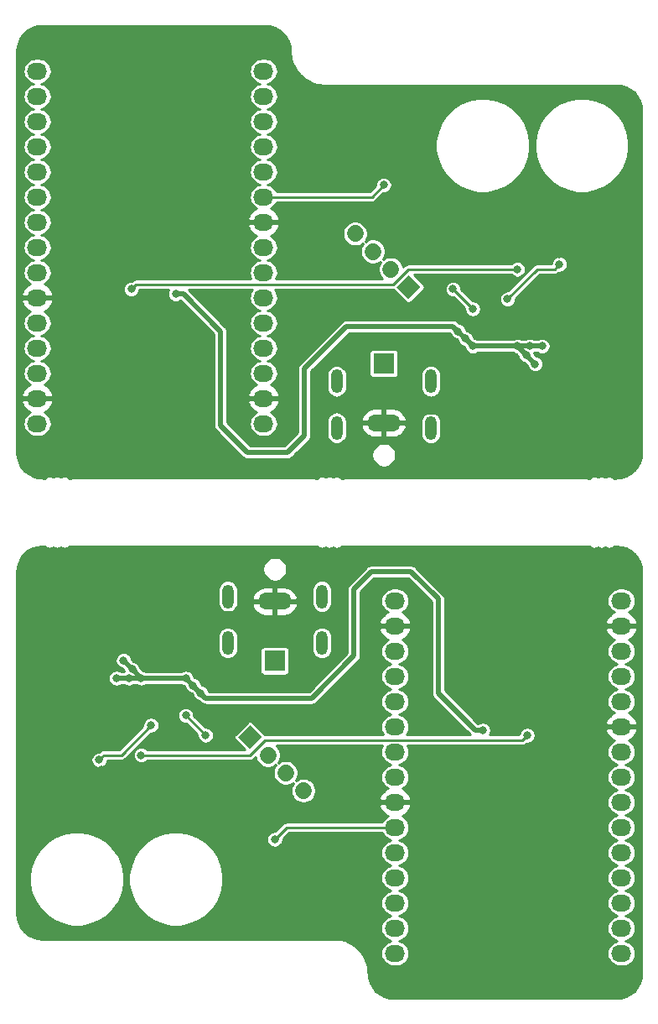
<source format=gbr>
G04 #@! TF.GenerationSoftware,KiCad,Pcbnew,5.1.5-52549c5~86~ubuntu18.04.1*
G04 #@! TF.CreationDate,2020-04-27T18:24:23+01:00*
G04 #@! TF.ProjectId,polariser_drive,706f6c61-7269-4736-9572-5f6472697665,rev?*
G04 #@! TF.SameCoordinates,Original*
G04 #@! TF.FileFunction,Copper,L2,Bot*
G04 #@! TF.FilePolarity,Positive*
%FSLAX46Y46*%
G04 Gerber Fmt 4.6, Leading zero omitted, Abs format (unit mm)*
G04 Created by KiCad (PCBNEW 5.1.5-52549c5~86~ubuntu18.04.1) date 2020-04-27 18:24:23*
%MOMM*%
%LPD*%
G04 APERTURE LIST*
%ADD10O,2.032000X1.727200*%
%ADD11R,2.100000X2.100000*%
%ADD12O,3.400000X1.700000*%
%ADD13O,1.200000X2.400000*%
%ADD14C,0.100000*%
%ADD15C,1.700000*%
%ADD16C,0.800000*%
%ADD17C,0.250000*%
%ADD18C,0.500000*%
%ADD19C,0.254000*%
G04 APERTURE END LIST*
D10*
X52000000Y-41500000D03*
X52000000Y-44040000D03*
X52000000Y-46580000D03*
X52000000Y-49120000D03*
X52000000Y-51660000D03*
X52000000Y-54200000D03*
X52000000Y-56740000D03*
X52000000Y-59280000D03*
X52000000Y-61820000D03*
X52000000Y-64360000D03*
X52000000Y-66900000D03*
X52000000Y-69440000D03*
X52000000Y-71980000D03*
X52000000Y-74520000D03*
X52000000Y-77060000D03*
X74860000Y-41500000D03*
X74860000Y-71980000D03*
X74860000Y-74520000D03*
X74860000Y-69440000D03*
X74860000Y-54200000D03*
X74860000Y-51660000D03*
X74860000Y-56740000D03*
X74860000Y-77060000D03*
X74860000Y-61820000D03*
X74860000Y-59280000D03*
X74860000Y-64360000D03*
X74860000Y-66900000D03*
X74860000Y-46580000D03*
X74860000Y-49120000D03*
X74860000Y-44040000D03*
D11*
X87000000Y-71000000D03*
D12*
X87000000Y-77000000D03*
D13*
X82250000Y-72800000D03*
X91750000Y-72800000D03*
X82250000Y-77500000D03*
X91750000Y-77500000D03*
G04 #@! TA.AperFunction,ComponentPad*
D14*
G36*
X89500000Y-62093969D02*
G01*
X90702082Y-63296051D01*
X89500000Y-64498133D01*
X88297918Y-63296051D01*
X89500000Y-62093969D01*
G37*
G04 #@! TD.AperFunction*
D15*
X87703949Y-61500000D02*
X87703949Y-61500000D01*
X85907898Y-59703949D02*
X85907898Y-59703949D01*
X84111846Y-57907897D02*
X84111846Y-57907897D01*
D13*
X71250000Y-94500000D03*
X80750000Y-94500000D03*
X71250000Y-99200000D03*
X80750000Y-99200000D03*
D12*
X76000000Y-95000000D03*
D11*
X76000000Y-101000000D03*
D10*
X111000000Y-130500000D03*
X111000000Y-127960000D03*
X111000000Y-125420000D03*
X111000000Y-122880000D03*
X111000000Y-120340000D03*
X111000000Y-117800000D03*
X111000000Y-115260000D03*
X111000000Y-112720000D03*
X111000000Y-110180000D03*
X111000000Y-107640000D03*
X111000000Y-105100000D03*
X111000000Y-102560000D03*
X111000000Y-100020000D03*
X111000000Y-97480000D03*
X111000000Y-94940000D03*
X88140000Y-130500000D03*
X88140000Y-100020000D03*
X88140000Y-97480000D03*
X88140000Y-102560000D03*
X88140000Y-117800000D03*
X88140000Y-120340000D03*
X88140000Y-115260000D03*
X88140000Y-94940000D03*
X88140000Y-110180000D03*
X88140000Y-112720000D03*
X88140000Y-107640000D03*
X88140000Y-105100000D03*
X88140000Y-125420000D03*
X88140000Y-122880000D03*
X88140000Y-127960000D03*
D15*
X78888154Y-114092103D02*
X78888154Y-114092103D01*
X77092102Y-112296051D02*
X77092102Y-112296051D01*
X75296051Y-110500000D02*
X75296051Y-110500000D01*
G04 #@! TA.AperFunction,ComponentPad*
D14*
G36*
X73500000Y-109906031D02*
G01*
X72297918Y-108703949D01*
X73500000Y-107501867D01*
X74702082Y-108703949D01*
X73500000Y-109906031D01*
G37*
G04 #@! TD.AperFunction*
D16*
X106000000Y-110500000D03*
X106000000Y-113000000D03*
X67750000Y-116500000D03*
X69750000Y-118500000D03*
X81500000Y-115500000D03*
X71000000Y-113500000D03*
X67000000Y-111500000D03*
X71000000Y-109500000D03*
X78000000Y-122500000D03*
X74500000Y-119000000D03*
X85000000Y-121500000D03*
X76000000Y-108000000D03*
X102500000Y-96000000D03*
X103500000Y-96000000D03*
X104500000Y-96000000D03*
X97500000Y-96000000D03*
X98500000Y-96000000D03*
X99500000Y-96000000D03*
X100000000Y-102000000D03*
X102000000Y-102000000D03*
X93500000Y-130500000D03*
X93500000Y-128000000D03*
X106000000Y-130500000D03*
X106000000Y-128000000D03*
X93500000Y-113000000D03*
X93500000Y-110500000D03*
X73500000Y-128000000D03*
X76000000Y-128000000D03*
X81000000Y-128000000D03*
X83500000Y-128000000D03*
X78500000Y-128000000D03*
X67500000Y-94500000D03*
X69000000Y-94500000D03*
X62250000Y-106000000D03*
X63250000Y-106000000D03*
X78000000Y-110000000D03*
X80000000Y-112000000D03*
X84500000Y-44000000D03*
X87000000Y-44000000D03*
X82000000Y-44000000D03*
X79500000Y-44000000D03*
X57000000Y-41500000D03*
X89500000Y-44000000D03*
X57000000Y-44000000D03*
X69500000Y-41500000D03*
X69500000Y-44000000D03*
X88500000Y-53000000D03*
X93250000Y-53500000D03*
X94000000Y-77500000D03*
X58500000Y-76000000D03*
X83000000Y-60000000D03*
X63500000Y-76000000D03*
X64500000Y-76000000D03*
X61000000Y-70000000D03*
X99750000Y-66000000D03*
X81500000Y-56500000D03*
X95500000Y-77500000D03*
X78000000Y-50500000D03*
X59500000Y-76000000D03*
X87000000Y-64000000D03*
X92000000Y-58500000D03*
X65500000Y-76000000D03*
X57000000Y-61500000D03*
X95250000Y-55500000D03*
X85000000Y-49500000D03*
X57000000Y-59000000D03*
X69500000Y-61500000D03*
X85000000Y-62000000D03*
X60500000Y-76000000D03*
X63000000Y-70000000D03*
X92000000Y-62500000D03*
X100750000Y-66000000D03*
X69500000Y-59000000D03*
X96000000Y-60500000D03*
X58500000Y-112000000D03*
X104750000Y-60000000D03*
X101500000Y-108500000D03*
X62500000Y-110500000D03*
X61500000Y-63500000D03*
X100500000Y-61500000D03*
X62500000Y-102750000D03*
X61600000Y-101850000D03*
X61250000Y-102750000D03*
X60000000Y-102750000D03*
X60700000Y-100950000D03*
X67750000Y-103500000D03*
X67000000Y-102750000D03*
X68500000Y-104250000D03*
X97000000Y-108000000D03*
X94500000Y-67750000D03*
X100500000Y-69250000D03*
X102300000Y-71050000D03*
X96000000Y-69250000D03*
X103000000Y-69250000D03*
X95250000Y-68500000D03*
X101750000Y-69250000D03*
X66000000Y-64000000D03*
X101400000Y-70150000D03*
X69000000Y-108500000D03*
X67000000Y-106500000D03*
X63500000Y-107500000D03*
X58250000Y-111000000D03*
X99500000Y-64500000D03*
X104750000Y-61000000D03*
X96000000Y-65500000D03*
X94000000Y-63500000D03*
X76000000Y-119000000D03*
X87000000Y-53000000D03*
D17*
X110480000Y-98000000D02*
X111000000Y-97480000D01*
X74050000Y-95000000D02*
X76000000Y-95000000D01*
X69025010Y-96025010D02*
X72474990Y-96025010D01*
X67500000Y-94500000D02*
X69025010Y-96025010D01*
X72474990Y-96025010D02*
X73500000Y-95000000D01*
X73541839Y-95000000D02*
X73500000Y-95000000D01*
X73500000Y-95000000D02*
X74050000Y-95000000D01*
X93974990Y-75974990D02*
X90525010Y-75974990D01*
X89500000Y-77000000D02*
X88950000Y-77000000D01*
X90525010Y-75974990D02*
X89500000Y-77000000D01*
X88950000Y-77000000D02*
X87000000Y-77000000D01*
X95500000Y-77500000D02*
X93974990Y-75974990D01*
X89458161Y-77000000D02*
X89500000Y-77000000D01*
X101008610Y-108991390D02*
X101500000Y-108500000D01*
X73500000Y-110500000D02*
X75008610Y-108991390D01*
X75008610Y-108991390D02*
X101008610Y-108991390D01*
X73500000Y-110500000D02*
X62500000Y-110500000D01*
X61991390Y-63008610D02*
X61500000Y-63500000D01*
X89500000Y-61500000D02*
X87991390Y-63008610D01*
X89500000Y-61500000D02*
X100500000Y-61500000D01*
X87991390Y-63008610D02*
X61991390Y-63008610D01*
D18*
X62500000Y-102750000D02*
X61250000Y-102750000D01*
X61250000Y-102750000D02*
X60000000Y-102750000D01*
X60000000Y-102750000D02*
X60000000Y-102750000D01*
X61750000Y-102000000D02*
X62500000Y-102750000D01*
X60700000Y-100950000D02*
X61750000Y-102000000D01*
X67000000Y-102750000D02*
X62500000Y-102750000D01*
X67750000Y-103500000D02*
X67000000Y-102750000D01*
X67750000Y-103500000D02*
X68500000Y-104250000D01*
X68500000Y-104250000D02*
X69000000Y-104750000D01*
X69000000Y-104750000D02*
X79750000Y-104750000D01*
X79750000Y-104750000D02*
X84000000Y-100500000D01*
X84000000Y-100500000D02*
X84000000Y-93750000D01*
X84000000Y-93750000D02*
X85750000Y-92000000D01*
X85750000Y-92000000D02*
X89750000Y-92000000D01*
X89750000Y-92000000D02*
X92500000Y-94750000D01*
X92500000Y-94750000D02*
X92500000Y-104250000D01*
X92500000Y-104250000D02*
X96250000Y-108000000D01*
X96250000Y-108000000D02*
X97000000Y-108000000D01*
X102300000Y-71050000D02*
X101250000Y-70000000D01*
X94000000Y-67250000D02*
X83250000Y-67250000D01*
X94500000Y-67750000D02*
X94000000Y-67250000D01*
X73250000Y-80000000D02*
X70500000Y-77250000D01*
X95250000Y-68500000D02*
X96000000Y-69250000D01*
X79000000Y-71500000D02*
X79000000Y-78250000D01*
X101750000Y-69250000D02*
X103000000Y-69250000D01*
X100500000Y-69250000D02*
X101750000Y-69250000D01*
X70500000Y-77250000D02*
X70500000Y-67750000D01*
X95250000Y-68500000D02*
X94500000Y-67750000D01*
X83250000Y-67250000D02*
X79000000Y-71500000D01*
X96000000Y-69250000D02*
X100500000Y-69250000D01*
X101250000Y-70000000D02*
X100500000Y-69250000D01*
X77250000Y-80000000D02*
X73250000Y-80000000D01*
X103000000Y-69250000D02*
X103000000Y-69250000D01*
X66750000Y-64000000D02*
X66000000Y-64000000D01*
X79000000Y-78250000D02*
X77250000Y-80000000D01*
X70500000Y-67750000D02*
X66750000Y-64000000D01*
D17*
X69000000Y-108500000D02*
X67000000Y-106500000D01*
X60500000Y-110500000D02*
X63500000Y-107500000D01*
X60500000Y-110500000D02*
X58750000Y-110500000D01*
X58750000Y-110500000D02*
X58250000Y-111000000D01*
X102500000Y-61500000D02*
X104250000Y-61500000D01*
X94000000Y-63500000D02*
X96000000Y-65500000D01*
X102500000Y-61500000D02*
X99500000Y-64500000D01*
X104250000Y-61500000D02*
X104750000Y-61000000D01*
X77200000Y-117800000D02*
X88140000Y-117800000D01*
X76000000Y-119000000D02*
X77200000Y-117800000D01*
X87000000Y-53000000D02*
X85800000Y-54200000D01*
X85800000Y-54200000D02*
X74860000Y-54200000D01*
D19*
G36*
X110312448Y-89431148D02*
G01*
X110352501Y-89439661D01*
X110358771Y-89440320D01*
X110358774Y-89440321D01*
X110358777Y-89440321D01*
X110455851Y-89449839D01*
X110455892Y-89449843D01*
X110994492Y-89502654D01*
X111470137Y-89646259D01*
X111908843Y-89879522D01*
X112293880Y-90193551D01*
X112610592Y-90576390D01*
X112846907Y-91013447D01*
X112993835Y-91488091D01*
X113048001Y-92003448D01*
X113048000Y-126022204D01*
X113048001Y-126022214D01*
X113048000Y-132477891D01*
X112997347Y-132994487D01*
X112853740Y-133470141D01*
X112620478Y-133908842D01*
X112306449Y-134293880D01*
X111923610Y-134610592D01*
X111486552Y-134846908D01*
X111011909Y-134993835D01*
X110496560Y-135048000D01*
X88022108Y-135048000D01*
X87505513Y-134997347D01*
X87029859Y-134853740D01*
X86591158Y-134620478D01*
X86206120Y-134306449D01*
X85889408Y-133923610D01*
X85653092Y-133486552D01*
X85506165Y-133011909D01*
X85451990Y-132496467D01*
X85451924Y-132477481D01*
X85449929Y-132457840D01*
X85450067Y-132438090D01*
X85449451Y-132431809D01*
X85388250Y-131849519D01*
X85380012Y-131809388D01*
X85372336Y-131769148D01*
X85370512Y-131763106D01*
X85197375Y-131203792D01*
X85181484Y-131165989D01*
X85166153Y-131128044D01*
X85163190Y-131122471D01*
X85163190Y-131122470D01*
X85163187Y-131122466D01*
X84884714Y-130607439D01*
X84861808Y-130573479D01*
X84839374Y-130539196D01*
X84835385Y-130534305D01*
X84462175Y-130083172D01*
X84433125Y-130054324D01*
X84404444Y-130025036D01*
X84399581Y-130021013D01*
X83945852Y-129650961D01*
X83911740Y-129628297D01*
X83877928Y-129605145D01*
X83872381Y-129602147D01*
X83872377Y-129602144D01*
X83872373Y-129602142D01*
X83355412Y-129327269D01*
X83317498Y-129311642D01*
X83279882Y-129295520D01*
X83273853Y-129293653D01*
X82713345Y-129124427D01*
X82673162Y-129116470D01*
X82633087Y-129107952D01*
X82626810Y-129107292D01*
X82044108Y-129050157D01*
X82044105Y-129050157D01*
X82022205Y-129048000D01*
X52522108Y-129048000D01*
X52005513Y-128997347D01*
X51529859Y-128853740D01*
X51091158Y-128620478D01*
X50706120Y-128306449D01*
X50389408Y-127923610D01*
X50153092Y-127486552D01*
X50006165Y-127011909D01*
X49952000Y-126496560D01*
X49952000Y-122529507D01*
X51223000Y-122529507D01*
X51223000Y-123470493D01*
X51406577Y-124393400D01*
X51766677Y-125262758D01*
X52289462Y-126045160D01*
X52954840Y-126710538D01*
X53737242Y-127233323D01*
X54606600Y-127593423D01*
X55529507Y-127777000D01*
X56470493Y-127777000D01*
X57393400Y-127593423D01*
X58262758Y-127233323D01*
X59045160Y-126710538D01*
X59710538Y-126045160D01*
X60233323Y-125262758D01*
X60593423Y-124393400D01*
X60777000Y-123470493D01*
X60777000Y-122529507D01*
X61223000Y-122529507D01*
X61223000Y-123470493D01*
X61406577Y-124393400D01*
X61766677Y-125262758D01*
X62289462Y-126045160D01*
X62954840Y-126710538D01*
X63737242Y-127233323D01*
X64606600Y-127593423D01*
X65529507Y-127777000D01*
X66470493Y-127777000D01*
X67393400Y-127593423D01*
X68262758Y-127233323D01*
X69045160Y-126710538D01*
X69710538Y-126045160D01*
X70233323Y-125262758D01*
X70593423Y-124393400D01*
X70777000Y-123470493D01*
X70777000Y-122529507D01*
X70593423Y-121606600D01*
X70233323Y-120737242D01*
X69710538Y-119954840D01*
X69045160Y-119289462D01*
X68490049Y-118918548D01*
X75173000Y-118918548D01*
X75173000Y-119081452D01*
X75204782Y-119241227D01*
X75267123Y-119391731D01*
X75357628Y-119527181D01*
X75472819Y-119642372D01*
X75608269Y-119732877D01*
X75758773Y-119795218D01*
X75918548Y-119827000D01*
X76081452Y-119827000D01*
X76241227Y-119795218D01*
X76391731Y-119732877D01*
X76527181Y-119642372D01*
X76642372Y-119527181D01*
X76732877Y-119391731D01*
X76795218Y-119241227D01*
X76827000Y-119081452D01*
X76827000Y-118953645D01*
X77428646Y-118352000D01*
X86819255Y-118352000D01*
X86909314Y-118520488D01*
X87070593Y-118717007D01*
X87267112Y-118878286D01*
X87491319Y-118998128D01*
X87728249Y-119070000D01*
X87491319Y-119141872D01*
X87267112Y-119261714D01*
X87070593Y-119422993D01*
X86909314Y-119619512D01*
X86789472Y-119843719D01*
X86715674Y-120086998D01*
X86690756Y-120340000D01*
X86715674Y-120593002D01*
X86789472Y-120836281D01*
X86909314Y-121060488D01*
X87070593Y-121257007D01*
X87267112Y-121418286D01*
X87491319Y-121538128D01*
X87728249Y-121610000D01*
X87491319Y-121681872D01*
X87267112Y-121801714D01*
X87070593Y-121962993D01*
X86909314Y-122159512D01*
X86789472Y-122383719D01*
X86715674Y-122626998D01*
X86690756Y-122880000D01*
X86715674Y-123133002D01*
X86789472Y-123376281D01*
X86909314Y-123600488D01*
X87070593Y-123797007D01*
X87267112Y-123958286D01*
X87491319Y-124078128D01*
X87728249Y-124150000D01*
X87491319Y-124221872D01*
X87267112Y-124341714D01*
X87070593Y-124502993D01*
X86909314Y-124699512D01*
X86789472Y-124923719D01*
X86715674Y-125166998D01*
X86690756Y-125420000D01*
X86715674Y-125673002D01*
X86789472Y-125916281D01*
X86909314Y-126140488D01*
X87070593Y-126337007D01*
X87267112Y-126498286D01*
X87491319Y-126618128D01*
X87728249Y-126690000D01*
X87491319Y-126761872D01*
X87267112Y-126881714D01*
X87070593Y-127042993D01*
X86909314Y-127239512D01*
X86789472Y-127463719D01*
X86715674Y-127706998D01*
X86690756Y-127960000D01*
X86715674Y-128213002D01*
X86789472Y-128456281D01*
X86909314Y-128680488D01*
X87070593Y-128877007D01*
X87267112Y-129038286D01*
X87491319Y-129158128D01*
X87728249Y-129230000D01*
X87491319Y-129301872D01*
X87267112Y-129421714D01*
X87070593Y-129582993D01*
X86909314Y-129779512D01*
X86789472Y-130003719D01*
X86715674Y-130246998D01*
X86690756Y-130500000D01*
X86715674Y-130753002D01*
X86789472Y-130996281D01*
X86909314Y-131220488D01*
X87070593Y-131417007D01*
X87267112Y-131578286D01*
X87491319Y-131698128D01*
X87734598Y-131771926D01*
X87924202Y-131790600D01*
X88355798Y-131790600D01*
X88545402Y-131771926D01*
X88788681Y-131698128D01*
X89012888Y-131578286D01*
X89209407Y-131417007D01*
X89370686Y-131220488D01*
X89490528Y-130996281D01*
X89564326Y-130753002D01*
X89589244Y-130500000D01*
X89564326Y-130246998D01*
X89490528Y-130003719D01*
X89370686Y-129779512D01*
X89209407Y-129582993D01*
X89012888Y-129421714D01*
X88788681Y-129301872D01*
X88551751Y-129230000D01*
X88788681Y-129158128D01*
X89012888Y-129038286D01*
X89209407Y-128877007D01*
X89370686Y-128680488D01*
X89490528Y-128456281D01*
X89564326Y-128213002D01*
X89589244Y-127960000D01*
X89564326Y-127706998D01*
X89490528Y-127463719D01*
X89370686Y-127239512D01*
X89209407Y-127042993D01*
X89012888Y-126881714D01*
X88788681Y-126761872D01*
X88551751Y-126690000D01*
X88788681Y-126618128D01*
X89012888Y-126498286D01*
X89209407Y-126337007D01*
X89370686Y-126140488D01*
X89490528Y-125916281D01*
X89564326Y-125673002D01*
X89589244Y-125420000D01*
X89564326Y-125166998D01*
X89490528Y-124923719D01*
X89370686Y-124699512D01*
X89209407Y-124502993D01*
X89012888Y-124341714D01*
X88788681Y-124221872D01*
X88551751Y-124150000D01*
X88788681Y-124078128D01*
X89012888Y-123958286D01*
X89209407Y-123797007D01*
X89370686Y-123600488D01*
X89490528Y-123376281D01*
X89564326Y-123133002D01*
X89589244Y-122880000D01*
X89564326Y-122626998D01*
X89490528Y-122383719D01*
X89370686Y-122159512D01*
X89209407Y-121962993D01*
X89012888Y-121801714D01*
X88788681Y-121681872D01*
X88551751Y-121610000D01*
X88788681Y-121538128D01*
X89012888Y-121418286D01*
X89209407Y-121257007D01*
X89370686Y-121060488D01*
X89490528Y-120836281D01*
X89564326Y-120593002D01*
X89589244Y-120340000D01*
X89564326Y-120086998D01*
X89490528Y-119843719D01*
X89370686Y-119619512D01*
X89209407Y-119422993D01*
X89012888Y-119261714D01*
X88788681Y-119141872D01*
X88551751Y-119070000D01*
X88788681Y-118998128D01*
X89012888Y-118878286D01*
X89209407Y-118717007D01*
X89370686Y-118520488D01*
X89490528Y-118296281D01*
X89564326Y-118053002D01*
X89589244Y-117800000D01*
X89564326Y-117546998D01*
X89490528Y-117303719D01*
X89370686Y-117079512D01*
X89209407Y-116882993D01*
X89012888Y-116721714D01*
X88862184Y-116641160D01*
X89054321Y-116551954D01*
X89291729Y-116378486D01*
X89490733Y-116162035D01*
X89643686Y-115910919D01*
X89744709Y-115634789D01*
X89747358Y-115619026D01*
X89626217Y-115387000D01*
X88267000Y-115387000D01*
X88267000Y-115407000D01*
X88013000Y-115407000D01*
X88013000Y-115387000D01*
X86653783Y-115387000D01*
X86532642Y-115619026D01*
X86535291Y-115634789D01*
X86636314Y-115910919D01*
X86789267Y-116162035D01*
X86988271Y-116378486D01*
X87225679Y-116551954D01*
X87417816Y-116641160D01*
X87267112Y-116721714D01*
X87070593Y-116882993D01*
X86909314Y-117079512D01*
X86819255Y-117248000D01*
X77227097Y-117248000D01*
X77199999Y-117245331D01*
X77172901Y-117248000D01*
X77172891Y-117248000D01*
X77091789Y-117255988D01*
X76987737Y-117287552D01*
X76957491Y-117303719D01*
X76891841Y-117338809D01*
X76834679Y-117385721D01*
X76807789Y-117407789D01*
X76790508Y-117428846D01*
X76046355Y-118173000D01*
X75918548Y-118173000D01*
X75758773Y-118204782D01*
X75608269Y-118267123D01*
X75472819Y-118357628D01*
X75357628Y-118472819D01*
X75267123Y-118608269D01*
X75204782Y-118758773D01*
X75173000Y-118918548D01*
X68490049Y-118918548D01*
X68262758Y-118766677D01*
X67393400Y-118406577D01*
X66470493Y-118223000D01*
X65529507Y-118223000D01*
X64606600Y-118406577D01*
X63737242Y-118766677D01*
X62954840Y-119289462D01*
X62289462Y-119954840D01*
X61766677Y-120737242D01*
X61406577Y-121606600D01*
X61223000Y-122529507D01*
X60777000Y-122529507D01*
X60593423Y-121606600D01*
X60233323Y-120737242D01*
X59710538Y-119954840D01*
X59045160Y-119289462D01*
X58262758Y-118766677D01*
X57393400Y-118406577D01*
X56470493Y-118223000D01*
X55529507Y-118223000D01*
X54606600Y-118406577D01*
X53737242Y-118766677D01*
X52954840Y-119289462D01*
X52289462Y-119954840D01*
X51766677Y-120737242D01*
X51406577Y-121606600D01*
X51223000Y-122529507D01*
X49952000Y-122529507D01*
X49952000Y-110918548D01*
X57423000Y-110918548D01*
X57423000Y-111081452D01*
X57454782Y-111241227D01*
X57517123Y-111391731D01*
X57607628Y-111527181D01*
X57722819Y-111642372D01*
X57858269Y-111732877D01*
X58008773Y-111795218D01*
X58168548Y-111827000D01*
X58331452Y-111827000D01*
X58491227Y-111795218D01*
X58641731Y-111732877D01*
X58777181Y-111642372D01*
X58892372Y-111527181D01*
X58982877Y-111391731D01*
X59045218Y-111241227D01*
X59077000Y-111081452D01*
X59077000Y-111052000D01*
X60472894Y-111052000D01*
X60500000Y-111054670D01*
X60527106Y-111052000D01*
X60527109Y-111052000D01*
X60608211Y-111044012D01*
X60712263Y-111012448D01*
X60808158Y-110961191D01*
X60892211Y-110892211D01*
X60909501Y-110871144D01*
X63453646Y-108327000D01*
X63581452Y-108327000D01*
X63741227Y-108295218D01*
X63891731Y-108232877D01*
X64027181Y-108142372D01*
X64142372Y-108027181D01*
X64232877Y-107891731D01*
X64295218Y-107741227D01*
X64327000Y-107581452D01*
X64327000Y-107418548D01*
X64295218Y-107258773D01*
X64232877Y-107108269D01*
X64142372Y-106972819D01*
X64027181Y-106857628D01*
X63891731Y-106767123D01*
X63741227Y-106704782D01*
X63581452Y-106673000D01*
X63418548Y-106673000D01*
X63258773Y-106704782D01*
X63108269Y-106767123D01*
X62972819Y-106857628D01*
X62857628Y-106972819D01*
X62767123Y-107108269D01*
X62704782Y-107258773D01*
X62673000Y-107418548D01*
X62673000Y-107546354D01*
X60271356Y-109948000D01*
X58777108Y-109948000D01*
X58750000Y-109945330D01*
X58722891Y-109948000D01*
X58641789Y-109955988D01*
X58537737Y-109987552D01*
X58441842Y-110038809D01*
X58357789Y-110107789D01*
X58340508Y-110128846D01*
X58296354Y-110173000D01*
X58168548Y-110173000D01*
X58008773Y-110204782D01*
X57858269Y-110267123D01*
X57722819Y-110357628D01*
X57607628Y-110472819D01*
X57517123Y-110608269D01*
X57454782Y-110758773D01*
X57423000Y-110918548D01*
X49952000Y-110918548D01*
X49952000Y-106418548D01*
X66173000Y-106418548D01*
X66173000Y-106581452D01*
X66204782Y-106741227D01*
X66267123Y-106891731D01*
X66357628Y-107027181D01*
X66472819Y-107142372D01*
X66608269Y-107232877D01*
X66758773Y-107295218D01*
X66918548Y-107327000D01*
X67046356Y-107327000D01*
X68173000Y-108453646D01*
X68173000Y-108581452D01*
X68204782Y-108741227D01*
X68267123Y-108891731D01*
X68357628Y-109027181D01*
X68472819Y-109142372D01*
X68608269Y-109232877D01*
X68758773Y-109295218D01*
X68918548Y-109327000D01*
X69081452Y-109327000D01*
X69241227Y-109295218D01*
X69391731Y-109232877D01*
X69527181Y-109142372D01*
X69642372Y-109027181D01*
X69732877Y-108891731D01*
X69795218Y-108741227D01*
X69827000Y-108581452D01*
X69827000Y-108418548D01*
X69795218Y-108258773D01*
X69732877Y-108108269D01*
X69642372Y-107972819D01*
X69527181Y-107857628D01*
X69391731Y-107767123D01*
X69241227Y-107704782D01*
X69081452Y-107673000D01*
X68953646Y-107673000D01*
X67827000Y-106546356D01*
X67827000Y-106418548D01*
X67795218Y-106258773D01*
X67732877Y-106108269D01*
X67642372Y-105972819D01*
X67527181Y-105857628D01*
X67391731Y-105767123D01*
X67241227Y-105704782D01*
X67081452Y-105673000D01*
X66918548Y-105673000D01*
X66758773Y-105704782D01*
X66608269Y-105767123D01*
X66472819Y-105857628D01*
X66357628Y-105972819D01*
X66267123Y-106108269D01*
X66204782Y-106258773D01*
X66173000Y-106418548D01*
X49952000Y-106418548D01*
X49952000Y-102668548D01*
X59173000Y-102668548D01*
X59173000Y-102831452D01*
X59204782Y-102991227D01*
X59267123Y-103141731D01*
X59357628Y-103277181D01*
X59472819Y-103392372D01*
X59608269Y-103482877D01*
X59758773Y-103545218D01*
X59918548Y-103577000D01*
X60081452Y-103577000D01*
X60241227Y-103545218D01*
X60391731Y-103482877D01*
X60475357Y-103427000D01*
X60774643Y-103427000D01*
X60858269Y-103482877D01*
X61008773Y-103545218D01*
X61168548Y-103577000D01*
X61331452Y-103577000D01*
X61491227Y-103545218D01*
X61641731Y-103482877D01*
X61725357Y-103427000D01*
X62024643Y-103427000D01*
X62108269Y-103482877D01*
X62258773Y-103545218D01*
X62418548Y-103577000D01*
X62581452Y-103577000D01*
X62741227Y-103545218D01*
X62891731Y-103482877D01*
X62975357Y-103427000D01*
X66524643Y-103427000D01*
X66608269Y-103482877D01*
X66758773Y-103545218D01*
X66857418Y-103564840D01*
X66935160Y-103642582D01*
X66954782Y-103741227D01*
X67017123Y-103891731D01*
X67107628Y-104027181D01*
X67222819Y-104142372D01*
X67358269Y-104232877D01*
X67508773Y-104295218D01*
X67607418Y-104314840D01*
X67685160Y-104392582D01*
X67704782Y-104491227D01*
X67767123Y-104641731D01*
X67857628Y-104777181D01*
X67972819Y-104892372D01*
X68108269Y-104982877D01*
X68258773Y-105045218D01*
X68357417Y-105064840D01*
X68497778Y-105205201D01*
X68518973Y-105231027D01*
X68544799Y-105252222D01*
X68544801Y-105252224D01*
X68622059Y-105315628D01*
X68739670Y-105378492D01*
X68867285Y-105417204D01*
X69000000Y-105430275D01*
X69033252Y-105427000D01*
X79716755Y-105427000D01*
X79750000Y-105430274D01*
X79783245Y-105427000D01*
X79783252Y-105427000D01*
X79882715Y-105417204D01*
X80010330Y-105378492D01*
X80127941Y-105315628D01*
X80231027Y-105231027D01*
X80252226Y-105205196D01*
X84455206Y-101002217D01*
X84481026Y-100981027D01*
X84502218Y-100955205D01*
X84502224Y-100955199D01*
X84565628Y-100877941D01*
X84628492Y-100760330D01*
X84667204Y-100632715D01*
X84680275Y-100500000D01*
X84677000Y-100466748D01*
X84677000Y-97120974D01*
X86532642Y-97120974D01*
X86653783Y-97353000D01*
X88013000Y-97353000D01*
X88013000Y-97333000D01*
X88267000Y-97333000D01*
X88267000Y-97353000D01*
X89626217Y-97353000D01*
X89747358Y-97120974D01*
X89744709Y-97105211D01*
X89643686Y-96829081D01*
X89490733Y-96577965D01*
X89291729Y-96361514D01*
X89054321Y-96188046D01*
X88862184Y-96098840D01*
X89012888Y-96018286D01*
X89209407Y-95857007D01*
X89370686Y-95660488D01*
X89490528Y-95436281D01*
X89564326Y-95193002D01*
X89589244Y-94940000D01*
X89564326Y-94686998D01*
X89490528Y-94443719D01*
X89370686Y-94219512D01*
X89209407Y-94022993D01*
X89012888Y-93861714D01*
X88788681Y-93741872D01*
X88545402Y-93668074D01*
X88355798Y-93649400D01*
X87924202Y-93649400D01*
X87734598Y-93668074D01*
X87491319Y-93741872D01*
X87267112Y-93861714D01*
X87070593Y-94022993D01*
X86909314Y-94219512D01*
X86789472Y-94443719D01*
X86715674Y-94686998D01*
X86690756Y-94940000D01*
X86715674Y-95193002D01*
X86789472Y-95436281D01*
X86909314Y-95660488D01*
X87070593Y-95857007D01*
X87267112Y-96018286D01*
X87417816Y-96098840D01*
X87225679Y-96188046D01*
X86988271Y-96361514D01*
X86789267Y-96577965D01*
X86636314Y-96829081D01*
X86535291Y-97105211D01*
X86532642Y-97120974D01*
X84677000Y-97120974D01*
X84677000Y-94030422D01*
X86030423Y-92677000D01*
X89469578Y-92677000D01*
X91823000Y-95030422D01*
X91823001Y-104216745D01*
X91819726Y-104250000D01*
X91832796Y-104382714D01*
X91871508Y-104510329D01*
X91934372Y-104627940D01*
X91997776Y-104705198D01*
X91997779Y-104705201D01*
X92018974Y-104731027D01*
X92044800Y-104752222D01*
X95731967Y-108439390D01*
X89305933Y-108439390D01*
X89370686Y-108360488D01*
X89490528Y-108136281D01*
X89564326Y-107893002D01*
X89589244Y-107640000D01*
X89564326Y-107386998D01*
X89490528Y-107143719D01*
X89370686Y-106919512D01*
X89209407Y-106722993D01*
X89012888Y-106561714D01*
X88788681Y-106441872D01*
X88551751Y-106370000D01*
X88788681Y-106298128D01*
X89012888Y-106178286D01*
X89209407Y-106017007D01*
X89370686Y-105820488D01*
X89490528Y-105596281D01*
X89564326Y-105353002D01*
X89589244Y-105100000D01*
X89564326Y-104846998D01*
X89490528Y-104603719D01*
X89370686Y-104379512D01*
X89209407Y-104182993D01*
X89012888Y-104021714D01*
X88788681Y-103901872D01*
X88551751Y-103830000D01*
X88788681Y-103758128D01*
X89012888Y-103638286D01*
X89209407Y-103477007D01*
X89370686Y-103280488D01*
X89490528Y-103056281D01*
X89564326Y-102813002D01*
X89589244Y-102560000D01*
X89564326Y-102306998D01*
X89490528Y-102063719D01*
X89370686Y-101839512D01*
X89209407Y-101642993D01*
X89012888Y-101481714D01*
X88788681Y-101361872D01*
X88551751Y-101290000D01*
X88788681Y-101218128D01*
X89012888Y-101098286D01*
X89209407Y-100937007D01*
X89370686Y-100740488D01*
X89490528Y-100516281D01*
X89564326Y-100273002D01*
X89589244Y-100020000D01*
X89564326Y-99766998D01*
X89490528Y-99523719D01*
X89370686Y-99299512D01*
X89209407Y-99102993D01*
X89012888Y-98941714D01*
X88862184Y-98861160D01*
X89054321Y-98771954D01*
X89291729Y-98598486D01*
X89490733Y-98382035D01*
X89643686Y-98130919D01*
X89744709Y-97854789D01*
X89747358Y-97839026D01*
X89626217Y-97607000D01*
X88267000Y-97607000D01*
X88267000Y-97627000D01*
X88013000Y-97627000D01*
X88013000Y-97607000D01*
X86653783Y-97607000D01*
X86532642Y-97839026D01*
X86535291Y-97854789D01*
X86636314Y-98130919D01*
X86789267Y-98382035D01*
X86988271Y-98598486D01*
X87225679Y-98771954D01*
X87417816Y-98861160D01*
X87267112Y-98941714D01*
X87070593Y-99102993D01*
X86909314Y-99299512D01*
X86789472Y-99523719D01*
X86715674Y-99766998D01*
X86690756Y-100020000D01*
X86715674Y-100273002D01*
X86789472Y-100516281D01*
X86909314Y-100740488D01*
X87070593Y-100937007D01*
X87267112Y-101098286D01*
X87491319Y-101218128D01*
X87728249Y-101290000D01*
X87491319Y-101361872D01*
X87267112Y-101481714D01*
X87070593Y-101642993D01*
X86909314Y-101839512D01*
X86789472Y-102063719D01*
X86715674Y-102306998D01*
X86690756Y-102560000D01*
X86715674Y-102813002D01*
X86789472Y-103056281D01*
X86909314Y-103280488D01*
X87070593Y-103477007D01*
X87267112Y-103638286D01*
X87491319Y-103758128D01*
X87728249Y-103830000D01*
X87491319Y-103901872D01*
X87267112Y-104021714D01*
X87070593Y-104182993D01*
X86909314Y-104379512D01*
X86789472Y-104603719D01*
X86715674Y-104846998D01*
X86690756Y-105100000D01*
X86715674Y-105353002D01*
X86789472Y-105596281D01*
X86909314Y-105820488D01*
X87070593Y-106017007D01*
X87267112Y-106178286D01*
X87491319Y-106298128D01*
X87728249Y-106370000D01*
X87491319Y-106441872D01*
X87267112Y-106561714D01*
X87070593Y-106722993D01*
X86909314Y-106919512D01*
X86789472Y-107143719D01*
X86715674Y-107386998D01*
X86690756Y-107640000D01*
X86715674Y-107893002D01*
X86789472Y-108136281D01*
X86909314Y-108360488D01*
X86974067Y-108439390D01*
X75037349Y-108439390D01*
X75005477Y-108400554D01*
X73803395Y-107198472D01*
X73738376Y-107145112D01*
X73664196Y-107105462D01*
X73583707Y-107081045D01*
X73500000Y-107072801D01*
X73416293Y-107081045D01*
X73335804Y-107105462D01*
X73261624Y-107145112D01*
X73196605Y-107198472D01*
X71994523Y-108400554D01*
X71941163Y-108465573D01*
X71901513Y-108539753D01*
X71877096Y-108620242D01*
X71868852Y-108703949D01*
X71877096Y-108787656D01*
X71901513Y-108868145D01*
X71941163Y-108942325D01*
X71994523Y-109007344D01*
X72935179Y-109948000D01*
X63117553Y-109948000D01*
X63027181Y-109857628D01*
X62891731Y-109767123D01*
X62741227Y-109704782D01*
X62581452Y-109673000D01*
X62418548Y-109673000D01*
X62258773Y-109704782D01*
X62108269Y-109767123D01*
X61972819Y-109857628D01*
X61857628Y-109972819D01*
X61767123Y-110108269D01*
X61704782Y-110258773D01*
X61673000Y-110418548D01*
X61673000Y-110581452D01*
X61704782Y-110741227D01*
X61767123Y-110891731D01*
X61857628Y-111027181D01*
X61972819Y-111142372D01*
X62108269Y-111232877D01*
X62258773Y-111295218D01*
X62418548Y-111327000D01*
X62581452Y-111327000D01*
X62741227Y-111295218D01*
X62891731Y-111232877D01*
X63027181Y-111142372D01*
X63117553Y-111052000D01*
X73472894Y-111052000D01*
X73500000Y-111054670D01*
X73527106Y-111052000D01*
X73527109Y-111052000D01*
X73608211Y-111044012D01*
X73712263Y-111012448D01*
X73808158Y-110961191D01*
X73892211Y-110892211D01*
X73909500Y-110871144D01*
X74041585Y-110739059D01*
X74068125Y-110872487D01*
X74164388Y-111104886D01*
X74304140Y-111314040D01*
X74482011Y-111491911D01*
X74691165Y-111631663D01*
X74923564Y-111727926D01*
X75170277Y-111777000D01*
X75421825Y-111777000D01*
X75668538Y-111727926D01*
X75900937Y-111631663D01*
X76080256Y-111511846D01*
X75960439Y-111691165D01*
X75864176Y-111923564D01*
X75815102Y-112170277D01*
X75815102Y-112421825D01*
X75864176Y-112668538D01*
X75960439Y-112900937D01*
X76100191Y-113110091D01*
X76278062Y-113287962D01*
X76487216Y-113427714D01*
X76719615Y-113523977D01*
X76966328Y-113573051D01*
X77217876Y-113573051D01*
X77464589Y-113523977D01*
X77696988Y-113427714D01*
X77876310Y-113307895D01*
X77756491Y-113487217D01*
X77660228Y-113719616D01*
X77611154Y-113966329D01*
X77611154Y-114217877D01*
X77660228Y-114464590D01*
X77756491Y-114696989D01*
X77896243Y-114906143D01*
X78074114Y-115084014D01*
X78283268Y-115223766D01*
X78515667Y-115320029D01*
X78762380Y-115369103D01*
X79013928Y-115369103D01*
X79260641Y-115320029D01*
X79493040Y-115223766D01*
X79702194Y-115084014D01*
X79880065Y-114906143D01*
X80019817Y-114696989D01*
X80116080Y-114464590D01*
X80165154Y-114217877D01*
X80165154Y-113966329D01*
X80116080Y-113719616D01*
X80019817Y-113487217D01*
X79880065Y-113278063D01*
X79702194Y-113100192D01*
X79493040Y-112960440D01*
X79260641Y-112864177D01*
X79013928Y-112815103D01*
X78762380Y-112815103D01*
X78515667Y-112864177D01*
X78283268Y-112960440D01*
X78103946Y-113080259D01*
X78223765Y-112900937D01*
X78320028Y-112668538D01*
X78369102Y-112421825D01*
X78369102Y-112170277D01*
X78320028Y-111923564D01*
X78223765Y-111691165D01*
X78084013Y-111482011D01*
X77906142Y-111304140D01*
X77696988Y-111164388D01*
X77464589Y-111068125D01*
X77217876Y-111019051D01*
X76966328Y-111019051D01*
X76719615Y-111068125D01*
X76487216Y-111164388D01*
X76307897Y-111284205D01*
X76427714Y-111104886D01*
X76523977Y-110872487D01*
X76573051Y-110625774D01*
X76573051Y-110374226D01*
X76523977Y-110127513D01*
X76427714Y-109895114D01*
X76287962Y-109685960D01*
X76145392Y-109543390D01*
X86864480Y-109543390D01*
X86789472Y-109683719D01*
X86715674Y-109926998D01*
X86690756Y-110180000D01*
X86715674Y-110433002D01*
X86789472Y-110676281D01*
X86909314Y-110900488D01*
X87070593Y-111097007D01*
X87267112Y-111258286D01*
X87491319Y-111378128D01*
X87728249Y-111450000D01*
X87491319Y-111521872D01*
X87267112Y-111641714D01*
X87070593Y-111802993D01*
X86909314Y-111999512D01*
X86789472Y-112223719D01*
X86715674Y-112466998D01*
X86690756Y-112720000D01*
X86715674Y-112973002D01*
X86789472Y-113216281D01*
X86909314Y-113440488D01*
X87070593Y-113637007D01*
X87267112Y-113798286D01*
X87417816Y-113878840D01*
X87225679Y-113968046D01*
X86988271Y-114141514D01*
X86789267Y-114357965D01*
X86636314Y-114609081D01*
X86535291Y-114885211D01*
X86532642Y-114900974D01*
X86653783Y-115133000D01*
X88013000Y-115133000D01*
X88013000Y-115113000D01*
X88267000Y-115113000D01*
X88267000Y-115133000D01*
X89626217Y-115133000D01*
X89747358Y-114900974D01*
X89744709Y-114885211D01*
X89643686Y-114609081D01*
X89490733Y-114357965D01*
X89291729Y-114141514D01*
X89054321Y-113968046D01*
X88862184Y-113878840D01*
X89012888Y-113798286D01*
X89209407Y-113637007D01*
X89370686Y-113440488D01*
X89490528Y-113216281D01*
X89564326Y-112973002D01*
X89589244Y-112720000D01*
X89564326Y-112466998D01*
X89490528Y-112223719D01*
X89370686Y-111999512D01*
X89209407Y-111802993D01*
X89012888Y-111641714D01*
X88788681Y-111521872D01*
X88551751Y-111450000D01*
X88788681Y-111378128D01*
X89012888Y-111258286D01*
X89209407Y-111097007D01*
X89370686Y-110900488D01*
X89490528Y-110676281D01*
X89564326Y-110433002D01*
X89589244Y-110180000D01*
X89564326Y-109926998D01*
X89490528Y-109683719D01*
X89415520Y-109543390D01*
X100981504Y-109543390D01*
X101008610Y-109546060D01*
X101035716Y-109543390D01*
X101035719Y-109543390D01*
X101116821Y-109535402D01*
X101220873Y-109503838D01*
X101316768Y-109452581D01*
X101400821Y-109383601D01*
X101418110Y-109362534D01*
X101453644Y-109327000D01*
X101581452Y-109327000D01*
X101741227Y-109295218D01*
X101891731Y-109232877D01*
X102027181Y-109142372D01*
X102142372Y-109027181D01*
X102232877Y-108891731D01*
X102295218Y-108741227D01*
X102327000Y-108581452D01*
X102327000Y-108418548D01*
X102295218Y-108258773D01*
X102232877Y-108108269D01*
X102159883Y-107999026D01*
X109392642Y-107999026D01*
X109395291Y-108014789D01*
X109496314Y-108290919D01*
X109649267Y-108542035D01*
X109848271Y-108758486D01*
X110085679Y-108931954D01*
X110277816Y-109021160D01*
X110127112Y-109101714D01*
X109930593Y-109262993D01*
X109769314Y-109459512D01*
X109649472Y-109683719D01*
X109575674Y-109926998D01*
X109550756Y-110180000D01*
X109575674Y-110433002D01*
X109649472Y-110676281D01*
X109769314Y-110900488D01*
X109930593Y-111097007D01*
X110127112Y-111258286D01*
X110351319Y-111378128D01*
X110588249Y-111450000D01*
X110351319Y-111521872D01*
X110127112Y-111641714D01*
X109930593Y-111802993D01*
X109769314Y-111999512D01*
X109649472Y-112223719D01*
X109575674Y-112466998D01*
X109550756Y-112720000D01*
X109575674Y-112973002D01*
X109649472Y-113216281D01*
X109769314Y-113440488D01*
X109930593Y-113637007D01*
X110127112Y-113798286D01*
X110351319Y-113918128D01*
X110588249Y-113990000D01*
X110351319Y-114061872D01*
X110127112Y-114181714D01*
X109930593Y-114342993D01*
X109769314Y-114539512D01*
X109649472Y-114763719D01*
X109575674Y-115006998D01*
X109550756Y-115260000D01*
X109575674Y-115513002D01*
X109649472Y-115756281D01*
X109769314Y-115980488D01*
X109930593Y-116177007D01*
X110127112Y-116338286D01*
X110351319Y-116458128D01*
X110588249Y-116530000D01*
X110351319Y-116601872D01*
X110127112Y-116721714D01*
X109930593Y-116882993D01*
X109769314Y-117079512D01*
X109649472Y-117303719D01*
X109575674Y-117546998D01*
X109550756Y-117800000D01*
X109575674Y-118053002D01*
X109649472Y-118296281D01*
X109769314Y-118520488D01*
X109930593Y-118717007D01*
X110127112Y-118878286D01*
X110351319Y-118998128D01*
X110588249Y-119070000D01*
X110351319Y-119141872D01*
X110127112Y-119261714D01*
X109930593Y-119422993D01*
X109769314Y-119619512D01*
X109649472Y-119843719D01*
X109575674Y-120086998D01*
X109550756Y-120340000D01*
X109575674Y-120593002D01*
X109649472Y-120836281D01*
X109769314Y-121060488D01*
X109930593Y-121257007D01*
X110127112Y-121418286D01*
X110351319Y-121538128D01*
X110588249Y-121610000D01*
X110351319Y-121681872D01*
X110127112Y-121801714D01*
X109930593Y-121962993D01*
X109769314Y-122159512D01*
X109649472Y-122383719D01*
X109575674Y-122626998D01*
X109550756Y-122880000D01*
X109575674Y-123133002D01*
X109649472Y-123376281D01*
X109769314Y-123600488D01*
X109930593Y-123797007D01*
X110127112Y-123958286D01*
X110351319Y-124078128D01*
X110588249Y-124150000D01*
X110351319Y-124221872D01*
X110127112Y-124341714D01*
X109930593Y-124502993D01*
X109769314Y-124699512D01*
X109649472Y-124923719D01*
X109575674Y-125166998D01*
X109550756Y-125420000D01*
X109575674Y-125673002D01*
X109649472Y-125916281D01*
X109769314Y-126140488D01*
X109930593Y-126337007D01*
X110127112Y-126498286D01*
X110351319Y-126618128D01*
X110588249Y-126690000D01*
X110351319Y-126761872D01*
X110127112Y-126881714D01*
X109930593Y-127042993D01*
X109769314Y-127239512D01*
X109649472Y-127463719D01*
X109575674Y-127706998D01*
X109550756Y-127960000D01*
X109575674Y-128213002D01*
X109649472Y-128456281D01*
X109769314Y-128680488D01*
X109930593Y-128877007D01*
X110127112Y-129038286D01*
X110351319Y-129158128D01*
X110588249Y-129230000D01*
X110351319Y-129301872D01*
X110127112Y-129421714D01*
X109930593Y-129582993D01*
X109769314Y-129779512D01*
X109649472Y-130003719D01*
X109575674Y-130246998D01*
X109550756Y-130500000D01*
X109575674Y-130753002D01*
X109649472Y-130996281D01*
X109769314Y-131220488D01*
X109930593Y-131417007D01*
X110127112Y-131578286D01*
X110351319Y-131698128D01*
X110594598Y-131771926D01*
X110784202Y-131790600D01*
X111215798Y-131790600D01*
X111405402Y-131771926D01*
X111648681Y-131698128D01*
X111872888Y-131578286D01*
X112069407Y-131417007D01*
X112230686Y-131220488D01*
X112350528Y-130996281D01*
X112424326Y-130753002D01*
X112449244Y-130500000D01*
X112424326Y-130246998D01*
X112350528Y-130003719D01*
X112230686Y-129779512D01*
X112069407Y-129582993D01*
X111872888Y-129421714D01*
X111648681Y-129301872D01*
X111411751Y-129230000D01*
X111648681Y-129158128D01*
X111872888Y-129038286D01*
X112069407Y-128877007D01*
X112230686Y-128680488D01*
X112350528Y-128456281D01*
X112424326Y-128213002D01*
X112449244Y-127960000D01*
X112424326Y-127706998D01*
X112350528Y-127463719D01*
X112230686Y-127239512D01*
X112069407Y-127042993D01*
X111872888Y-126881714D01*
X111648681Y-126761872D01*
X111411751Y-126690000D01*
X111648681Y-126618128D01*
X111872888Y-126498286D01*
X112069407Y-126337007D01*
X112230686Y-126140488D01*
X112350528Y-125916281D01*
X112424326Y-125673002D01*
X112449244Y-125420000D01*
X112424326Y-125166998D01*
X112350528Y-124923719D01*
X112230686Y-124699512D01*
X112069407Y-124502993D01*
X111872888Y-124341714D01*
X111648681Y-124221872D01*
X111411751Y-124150000D01*
X111648681Y-124078128D01*
X111872888Y-123958286D01*
X112069407Y-123797007D01*
X112230686Y-123600488D01*
X112350528Y-123376281D01*
X112424326Y-123133002D01*
X112449244Y-122880000D01*
X112424326Y-122626998D01*
X112350528Y-122383719D01*
X112230686Y-122159512D01*
X112069407Y-121962993D01*
X111872888Y-121801714D01*
X111648681Y-121681872D01*
X111411751Y-121610000D01*
X111648681Y-121538128D01*
X111872888Y-121418286D01*
X112069407Y-121257007D01*
X112230686Y-121060488D01*
X112350528Y-120836281D01*
X112424326Y-120593002D01*
X112449244Y-120340000D01*
X112424326Y-120086998D01*
X112350528Y-119843719D01*
X112230686Y-119619512D01*
X112069407Y-119422993D01*
X111872888Y-119261714D01*
X111648681Y-119141872D01*
X111411751Y-119070000D01*
X111648681Y-118998128D01*
X111872888Y-118878286D01*
X112069407Y-118717007D01*
X112230686Y-118520488D01*
X112350528Y-118296281D01*
X112424326Y-118053002D01*
X112449244Y-117800000D01*
X112424326Y-117546998D01*
X112350528Y-117303719D01*
X112230686Y-117079512D01*
X112069407Y-116882993D01*
X111872888Y-116721714D01*
X111648681Y-116601872D01*
X111411751Y-116530000D01*
X111648681Y-116458128D01*
X111872888Y-116338286D01*
X112069407Y-116177007D01*
X112230686Y-115980488D01*
X112350528Y-115756281D01*
X112424326Y-115513002D01*
X112449244Y-115260000D01*
X112424326Y-115006998D01*
X112350528Y-114763719D01*
X112230686Y-114539512D01*
X112069407Y-114342993D01*
X111872888Y-114181714D01*
X111648681Y-114061872D01*
X111411751Y-113990000D01*
X111648681Y-113918128D01*
X111872888Y-113798286D01*
X112069407Y-113637007D01*
X112230686Y-113440488D01*
X112350528Y-113216281D01*
X112424326Y-112973002D01*
X112449244Y-112720000D01*
X112424326Y-112466998D01*
X112350528Y-112223719D01*
X112230686Y-111999512D01*
X112069407Y-111802993D01*
X111872888Y-111641714D01*
X111648681Y-111521872D01*
X111411751Y-111450000D01*
X111648681Y-111378128D01*
X111872888Y-111258286D01*
X112069407Y-111097007D01*
X112230686Y-110900488D01*
X112350528Y-110676281D01*
X112424326Y-110433002D01*
X112449244Y-110180000D01*
X112424326Y-109926998D01*
X112350528Y-109683719D01*
X112230686Y-109459512D01*
X112069407Y-109262993D01*
X111872888Y-109101714D01*
X111722184Y-109021160D01*
X111914321Y-108931954D01*
X112151729Y-108758486D01*
X112350733Y-108542035D01*
X112503686Y-108290919D01*
X112604709Y-108014789D01*
X112607358Y-107999026D01*
X112486217Y-107767000D01*
X111127000Y-107767000D01*
X111127000Y-107787000D01*
X110873000Y-107787000D01*
X110873000Y-107767000D01*
X109513783Y-107767000D01*
X109392642Y-107999026D01*
X102159883Y-107999026D01*
X102142372Y-107972819D01*
X102027181Y-107857628D01*
X101891731Y-107767123D01*
X101741227Y-107704782D01*
X101581452Y-107673000D01*
X101418548Y-107673000D01*
X101258773Y-107704782D01*
X101108269Y-107767123D01*
X100972819Y-107857628D01*
X100857628Y-107972819D01*
X100767123Y-108108269D01*
X100704782Y-108258773D01*
X100673000Y-108418548D01*
X100673000Y-108439390D01*
X97701032Y-108439390D01*
X97732877Y-108391731D01*
X97795218Y-108241227D01*
X97827000Y-108081452D01*
X97827000Y-107918548D01*
X97795218Y-107758773D01*
X97732877Y-107608269D01*
X97642372Y-107472819D01*
X97527181Y-107357628D01*
X97391731Y-107267123D01*
X97241227Y-107204782D01*
X97081452Y-107173000D01*
X96918548Y-107173000D01*
X96758773Y-107204782D01*
X96608269Y-107267123D01*
X96528108Y-107320685D01*
X93177000Y-103969578D01*
X93177000Y-97839026D01*
X109392642Y-97839026D01*
X109395291Y-97854789D01*
X109496314Y-98130919D01*
X109649267Y-98382035D01*
X109848271Y-98598486D01*
X110085679Y-98771954D01*
X110277816Y-98861160D01*
X110127112Y-98941714D01*
X109930593Y-99102993D01*
X109769314Y-99299512D01*
X109649472Y-99523719D01*
X109575674Y-99766998D01*
X109550756Y-100020000D01*
X109575674Y-100273002D01*
X109649472Y-100516281D01*
X109769314Y-100740488D01*
X109930593Y-100937007D01*
X110127112Y-101098286D01*
X110351319Y-101218128D01*
X110588249Y-101290000D01*
X110351319Y-101361872D01*
X110127112Y-101481714D01*
X109930593Y-101642993D01*
X109769314Y-101839512D01*
X109649472Y-102063719D01*
X109575674Y-102306998D01*
X109550756Y-102560000D01*
X109575674Y-102813002D01*
X109649472Y-103056281D01*
X109769314Y-103280488D01*
X109930593Y-103477007D01*
X110127112Y-103638286D01*
X110351319Y-103758128D01*
X110588249Y-103830000D01*
X110351319Y-103901872D01*
X110127112Y-104021714D01*
X109930593Y-104182993D01*
X109769314Y-104379512D01*
X109649472Y-104603719D01*
X109575674Y-104846998D01*
X109550756Y-105100000D01*
X109575674Y-105353002D01*
X109649472Y-105596281D01*
X109769314Y-105820488D01*
X109930593Y-106017007D01*
X110127112Y-106178286D01*
X110277816Y-106258840D01*
X110085679Y-106348046D01*
X109848271Y-106521514D01*
X109649267Y-106737965D01*
X109496314Y-106989081D01*
X109395291Y-107265211D01*
X109392642Y-107280974D01*
X109513783Y-107513000D01*
X110873000Y-107513000D01*
X110873000Y-107493000D01*
X111127000Y-107493000D01*
X111127000Y-107513000D01*
X112486217Y-107513000D01*
X112607358Y-107280974D01*
X112604709Y-107265211D01*
X112503686Y-106989081D01*
X112350733Y-106737965D01*
X112151729Y-106521514D01*
X111914321Y-106348046D01*
X111722184Y-106258840D01*
X111872888Y-106178286D01*
X112069407Y-106017007D01*
X112230686Y-105820488D01*
X112350528Y-105596281D01*
X112424326Y-105353002D01*
X112449244Y-105100000D01*
X112424326Y-104846998D01*
X112350528Y-104603719D01*
X112230686Y-104379512D01*
X112069407Y-104182993D01*
X111872888Y-104021714D01*
X111648681Y-103901872D01*
X111411751Y-103830000D01*
X111648681Y-103758128D01*
X111872888Y-103638286D01*
X112069407Y-103477007D01*
X112230686Y-103280488D01*
X112350528Y-103056281D01*
X112424326Y-102813002D01*
X112449244Y-102560000D01*
X112424326Y-102306998D01*
X112350528Y-102063719D01*
X112230686Y-101839512D01*
X112069407Y-101642993D01*
X111872888Y-101481714D01*
X111648681Y-101361872D01*
X111411751Y-101290000D01*
X111648681Y-101218128D01*
X111872888Y-101098286D01*
X112069407Y-100937007D01*
X112230686Y-100740488D01*
X112350528Y-100516281D01*
X112424326Y-100273002D01*
X112449244Y-100020000D01*
X112424326Y-99766998D01*
X112350528Y-99523719D01*
X112230686Y-99299512D01*
X112069407Y-99102993D01*
X111872888Y-98941714D01*
X111722184Y-98861160D01*
X111914321Y-98771954D01*
X112151729Y-98598486D01*
X112350733Y-98382035D01*
X112503686Y-98130919D01*
X112604709Y-97854789D01*
X112607358Y-97839026D01*
X112486217Y-97607000D01*
X111127000Y-97607000D01*
X111127000Y-97627000D01*
X110873000Y-97627000D01*
X110873000Y-97607000D01*
X109513783Y-97607000D01*
X109392642Y-97839026D01*
X93177000Y-97839026D01*
X93177000Y-97120974D01*
X109392642Y-97120974D01*
X109513783Y-97353000D01*
X110873000Y-97353000D01*
X110873000Y-97333000D01*
X111127000Y-97333000D01*
X111127000Y-97353000D01*
X112486217Y-97353000D01*
X112607358Y-97120974D01*
X112604709Y-97105211D01*
X112503686Y-96829081D01*
X112350733Y-96577965D01*
X112151729Y-96361514D01*
X111914321Y-96188046D01*
X111722184Y-96098840D01*
X111872888Y-96018286D01*
X112069407Y-95857007D01*
X112230686Y-95660488D01*
X112350528Y-95436281D01*
X112424326Y-95193002D01*
X112449244Y-94940000D01*
X112424326Y-94686998D01*
X112350528Y-94443719D01*
X112230686Y-94219512D01*
X112069407Y-94022993D01*
X111872888Y-93861714D01*
X111648681Y-93741872D01*
X111405402Y-93668074D01*
X111215798Y-93649400D01*
X110784202Y-93649400D01*
X110594598Y-93668074D01*
X110351319Y-93741872D01*
X110127112Y-93861714D01*
X109930593Y-94022993D01*
X109769314Y-94219512D01*
X109649472Y-94443719D01*
X109575674Y-94686998D01*
X109550756Y-94940000D01*
X109575674Y-95193002D01*
X109649472Y-95436281D01*
X109769314Y-95660488D01*
X109930593Y-95857007D01*
X110127112Y-96018286D01*
X110277816Y-96098840D01*
X110085679Y-96188046D01*
X109848271Y-96361514D01*
X109649267Y-96577965D01*
X109496314Y-96829081D01*
X109395291Y-97105211D01*
X109392642Y-97120974D01*
X93177000Y-97120974D01*
X93177000Y-94783241D01*
X93180274Y-94749999D01*
X93177000Y-94716757D01*
X93177000Y-94716748D01*
X93167204Y-94617285D01*
X93128492Y-94489670D01*
X93065628Y-94372059D01*
X92981026Y-94268973D01*
X92955200Y-94247778D01*
X90252226Y-91544804D01*
X90231027Y-91518973D01*
X90127941Y-91434372D01*
X90010330Y-91371508D01*
X89882715Y-91332796D01*
X89783252Y-91323000D01*
X89783245Y-91323000D01*
X89750000Y-91319726D01*
X89716755Y-91323000D01*
X85783252Y-91323000D01*
X85750000Y-91319725D01*
X85716748Y-91323000D01*
X85617285Y-91332796D01*
X85489670Y-91371508D01*
X85372059Y-91434372D01*
X85268973Y-91518973D01*
X85247778Y-91544799D01*
X83544800Y-93247778D01*
X83518974Y-93268973D01*
X83497779Y-93294799D01*
X83497776Y-93294802D01*
X83434372Y-93372060D01*
X83371508Y-93489671D01*
X83332796Y-93617286D01*
X83319726Y-93750000D01*
X83323001Y-93783255D01*
X83323000Y-100219577D01*
X79469578Y-104073000D01*
X69307994Y-104073000D01*
X69295218Y-104008773D01*
X69232877Y-103858269D01*
X69142372Y-103722819D01*
X69027181Y-103607628D01*
X68891731Y-103517123D01*
X68741227Y-103454782D01*
X68642582Y-103435160D01*
X68564840Y-103357418D01*
X68545218Y-103258773D01*
X68482877Y-103108269D01*
X68392372Y-102972819D01*
X68277181Y-102857628D01*
X68141731Y-102767123D01*
X67991227Y-102704782D01*
X67892582Y-102685160D01*
X67814840Y-102607418D01*
X67795218Y-102508773D01*
X67732877Y-102358269D01*
X67642372Y-102222819D01*
X67527181Y-102107628D01*
X67391731Y-102017123D01*
X67241227Y-101954782D01*
X67081452Y-101923000D01*
X66918548Y-101923000D01*
X66758773Y-101954782D01*
X66608269Y-102017123D01*
X66524643Y-102073000D01*
X62975357Y-102073000D01*
X62891731Y-102017123D01*
X62741227Y-101954782D01*
X62642582Y-101935160D01*
X62414840Y-101707418D01*
X62395218Y-101608773D01*
X62332877Y-101458269D01*
X62242372Y-101322819D01*
X62127181Y-101207628D01*
X61991731Y-101117123D01*
X61841227Y-101054782D01*
X61742582Y-101035160D01*
X61514840Y-100807418D01*
X61495218Y-100708773D01*
X61432877Y-100558269D01*
X61342372Y-100422819D01*
X61227181Y-100307628D01*
X61091731Y-100217123D01*
X60941227Y-100154782D01*
X60781452Y-100123000D01*
X60618548Y-100123000D01*
X60458773Y-100154782D01*
X60308269Y-100217123D01*
X60172819Y-100307628D01*
X60057628Y-100422819D01*
X59967123Y-100558269D01*
X59904782Y-100708773D01*
X59873000Y-100868548D01*
X59873000Y-101031452D01*
X59904782Y-101191227D01*
X59967123Y-101341731D01*
X60057628Y-101477181D01*
X60172819Y-101592372D01*
X60308269Y-101682877D01*
X60458773Y-101745218D01*
X60557418Y-101764840D01*
X60785160Y-101992582D01*
X60798046Y-102057363D01*
X60774643Y-102073000D01*
X60475357Y-102073000D01*
X60391731Y-102017123D01*
X60241227Y-101954782D01*
X60081452Y-101923000D01*
X59918548Y-101923000D01*
X59758773Y-101954782D01*
X59608269Y-102017123D01*
X59472819Y-102107628D01*
X59357628Y-102222819D01*
X59267123Y-102358269D01*
X59204782Y-102508773D01*
X59173000Y-102668548D01*
X49952000Y-102668548D01*
X49952000Y-99850450D01*
X70223000Y-99850450D01*
X70237860Y-100001326D01*
X70296585Y-100194916D01*
X70391949Y-100373331D01*
X70520288Y-100529712D01*
X70676669Y-100658051D01*
X70855083Y-100753415D01*
X71048673Y-100812140D01*
X71250000Y-100831969D01*
X71451326Y-100812140D01*
X71644916Y-100753415D01*
X71823331Y-100658051D01*
X71979712Y-100529712D01*
X72108051Y-100373331D01*
X72203415Y-100194917D01*
X72262140Y-100001327D01*
X72267195Y-99950000D01*
X74520934Y-99950000D01*
X74520934Y-102050000D01*
X74529178Y-102133707D01*
X74553595Y-102214196D01*
X74593245Y-102288376D01*
X74646605Y-102353395D01*
X74711624Y-102406755D01*
X74785804Y-102446405D01*
X74866293Y-102470822D01*
X74950000Y-102479066D01*
X77050000Y-102479066D01*
X77133707Y-102470822D01*
X77214196Y-102446405D01*
X77288376Y-102406755D01*
X77353395Y-102353395D01*
X77406755Y-102288376D01*
X77446405Y-102214196D01*
X77470822Y-102133707D01*
X77479066Y-102050000D01*
X77479066Y-99950000D01*
X77470822Y-99866293D01*
X77466016Y-99850450D01*
X79723000Y-99850450D01*
X79737860Y-100001326D01*
X79796585Y-100194916D01*
X79891949Y-100373331D01*
X80020288Y-100529712D01*
X80176669Y-100658051D01*
X80355083Y-100753415D01*
X80548673Y-100812140D01*
X80750000Y-100831969D01*
X80951326Y-100812140D01*
X81144916Y-100753415D01*
X81323331Y-100658051D01*
X81479712Y-100529712D01*
X81608051Y-100373331D01*
X81703415Y-100194917D01*
X81762140Y-100001327D01*
X81777000Y-99850451D01*
X81777000Y-98549549D01*
X81762140Y-98398673D01*
X81703415Y-98205083D01*
X81608051Y-98026669D01*
X81479712Y-97870288D01*
X81323331Y-97741949D01*
X81144917Y-97646585D01*
X80951327Y-97587860D01*
X80750000Y-97568031D01*
X80548674Y-97587860D01*
X80355084Y-97646585D01*
X80176670Y-97741949D01*
X80020289Y-97870288D01*
X79891950Y-98026669D01*
X79796586Y-98205083D01*
X79737861Y-98398673D01*
X79723001Y-98549549D01*
X79723000Y-99850450D01*
X77466016Y-99850450D01*
X77446405Y-99785804D01*
X77406755Y-99711624D01*
X77353395Y-99646605D01*
X77288376Y-99593245D01*
X77214196Y-99553595D01*
X77133707Y-99529178D01*
X77050000Y-99520934D01*
X74950000Y-99520934D01*
X74866293Y-99529178D01*
X74785804Y-99553595D01*
X74711624Y-99593245D01*
X74646605Y-99646605D01*
X74593245Y-99711624D01*
X74553595Y-99785804D01*
X74529178Y-99866293D01*
X74520934Y-99950000D01*
X72267195Y-99950000D01*
X72277000Y-99850451D01*
X72277000Y-98549549D01*
X72262140Y-98398673D01*
X72203415Y-98205083D01*
X72108051Y-98026669D01*
X71979712Y-97870288D01*
X71823331Y-97741949D01*
X71644917Y-97646585D01*
X71451327Y-97587860D01*
X71250000Y-97568031D01*
X71048674Y-97587860D01*
X70855084Y-97646585D01*
X70676670Y-97741949D01*
X70520289Y-97870288D01*
X70391950Y-98026669D01*
X70296586Y-98205083D01*
X70237861Y-98398673D01*
X70223001Y-98549549D01*
X70223000Y-99850450D01*
X49952000Y-99850450D01*
X49952000Y-95150450D01*
X70223000Y-95150450D01*
X70237860Y-95301326D01*
X70296585Y-95494916D01*
X70391949Y-95673331D01*
X70520288Y-95829712D01*
X70676669Y-95958051D01*
X70855083Y-96053415D01*
X71048673Y-96112140D01*
X71250000Y-96131969D01*
X71451326Y-96112140D01*
X71644916Y-96053415D01*
X71823331Y-95958051D01*
X71979712Y-95829712D01*
X72108051Y-95673331D01*
X72203415Y-95494917D01*
X72245285Y-95356890D01*
X73708524Y-95356890D01*
X73729437Y-95450953D01*
X73844709Y-95719426D01*
X74010143Y-95960252D01*
X74219381Y-96164176D01*
X74464382Y-96323361D01*
X74735731Y-96431690D01*
X75023000Y-96485000D01*
X75873000Y-96485000D01*
X75873000Y-95127000D01*
X76127000Y-95127000D01*
X76127000Y-96485000D01*
X76977000Y-96485000D01*
X77264269Y-96431690D01*
X77535618Y-96323361D01*
X77780619Y-96164176D01*
X77989857Y-95960252D01*
X78155291Y-95719426D01*
X78270563Y-95450953D01*
X78291476Y-95356890D01*
X78182531Y-95150450D01*
X79723000Y-95150450D01*
X79737860Y-95301326D01*
X79796585Y-95494916D01*
X79891949Y-95673331D01*
X80020288Y-95829712D01*
X80176669Y-95958051D01*
X80355083Y-96053415D01*
X80548673Y-96112140D01*
X80750000Y-96131969D01*
X80951326Y-96112140D01*
X81144916Y-96053415D01*
X81323331Y-95958051D01*
X81479712Y-95829712D01*
X81608051Y-95673331D01*
X81703415Y-95494917D01*
X81762140Y-95301327D01*
X81777000Y-95150451D01*
X81777000Y-93849549D01*
X81762140Y-93698673D01*
X81703415Y-93505083D01*
X81608051Y-93326669D01*
X81479712Y-93170288D01*
X81323331Y-93041949D01*
X81144917Y-92946585D01*
X80951327Y-92887860D01*
X80750000Y-92868031D01*
X80548674Y-92887860D01*
X80355084Y-92946585D01*
X80176670Y-93041949D01*
X80020289Y-93170288D01*
X79891950Y-93326669D01*
X79796586Y-93505083D01*
X79737861Y-93698673D01*
X79723001Y-93849549D01*
X79723000Y-95150450D01*
X78182531Y-95150450D01*
X78170155Y-95127000D01*
X76127000Y-95127000D01*
X75873000Y-95127000D01*
X73829845Y-95127000D01*
X73708524Y-95356890D01*
X72245285Y-95356890D01*
X72262140Y-95301327D01*
X72277000Y-95150451D01*
X72277000Y-94643110D01*
X73708524Y-94643110D01*
X73829845Y-94873000D01*
X75873000Y-94873000D01*
X75873000Y-93515000D01*
X76127000Y-93515000D01*
X76127000Y-94873000D01*
X78170155Y-94873000D01*
X78291476Y-94643110D01*
X78270563Y-94549047D01*
X78155291Y-94280574D01*
X77989857Y-94039748D01*
X77780619Y-93835824D01*
X77535618Y-93676639D01*
X77264269Y-93568310D01*
X76977000Y-93515000D01*
X76127000Y-93515000D01*
X75873000Y-93515000D01*
X75023000Y-93515000D01*
X74735731Y-93568310D01*
X74464382Y-93676639D01*
X74219381Y-93835824D01*
X74010143Y-94039748D01*
X73844709Y-94280574D01*
X73729437Y-94549047D01*
X73708524Y-94643110D01*
X72277000Y-94643110D01*
X72277000Y-93849549D01*
X72262140Y-93698673D01*
X72203415Y-93505083D01*
X72108051Y-93326669D01*
X71979712Y-93170288D01*
X71823331Y-93041949D01*
X71644917Y-92946585D01*
X71451327Y-92887860D01*
X71250000Y-92868031D01*
X71048674Y-92887860D01*
X70855084Y-92946585D01*
X70676670Y-93041949D01*
X70520289Y-93170288D01*
X70391950Y-93326669D01*
X70296586Y-93505083D01*
X70237861Y-93698673D01*
X70223001Y-93849549D01*
X70223000Y-95150450D01*
X49952000Y-95150450D01*
X49952000Y-92022109D01*
X49990530Y-91629151D01*
X74773000Y-91629151D01*
X74773000Y-91870849D01*
X74820153Y-92107903D01*
X74912647Y-92331202D01*
X75046927Y-92532167D01*
X75217833Y-92703073D01*
X75418798Y-92837353D01*
X75642097Y-92929847D01*
X75879151Y-92977000D01*
X76120849Y-92977000D01*
X76357903Y-92929847D01*
X76581202Y-92837353D01*
X76782167Y-92703073D01*
X76953073Y-92532167D01*
X77087353Y-92331202D01*
X77179847Y-92107903D01*
X77227000Y-91870849D01*
X77227000Y-91629151D01*
X77179847Y-91392097D01*
X77087353Y-91168798D01*
X76953073Y-90967833D01*
X76782167Y-90796927D01*
X76581202Y-90662647D01*
X76357903Y-90570153D01*
X76120849Y-90523000D01*
X75879151Y-90523000D01*
X75642097Y-90570153D01*
X75418798Y-90662647D01*
X75217833Y-90796927D01*
X75046927Y-90967833D01*
X74912647Y-91168798D01*
X74820153Y-91392097D01*
X74773000Y-91629151D01*
X49990530Y-91629151D01*
X50002654Y-91505508D01*
X50146259Y-91029863D01*
X50379522Y-90591157D01*
X50693551Y-90206120D01*
X51076390Y-89889408D01*
X51513447Y-89653093D01*
X51988091Y-89506165D01*
X52503532Y-89451990D01*
X52505045Y-89451985D01*
X52524698Y-89449990D01*
X52544456Y-89450128D01*
X52550737Y-89449512D01*
X52647786Y-89439312D01*
X52687917Y-89431074D01*
X52719755Y-89425001D01*
X52724140Y-89431563D01*
X52818437Y-89525860D01*
X52929320Y-89599950D01*
X53052526Y-89650984D01*
X53183321Y-89677000D01*
X53316679Y-89677000D01*
X53447474Y-89650984D01*
X53570680Y-89599950D01*
X53625000Y-89563654D01*
X53679320Y-89599950D01*
X53802526Y-89650984D01*
X53933321Y-89677000D01*
X54066679Y-89677000D01*
X54197474Y-89650984D01*
X54320680Y-89599950D01*
X54375000Y-89563654D01*
X54429320Y-89599950D01*
X54552526Y-89650984D01*
X54683321Y-89677000D01*
X54816679Y-89677000D01*
X54947474Y-89650984D01*
X55070680Y-89599950D01*
X55181563Y-89525860D01*
X55275860Y-89431563D01*
X55280380Y-89424798D01*
X55312448Y-89431148D01*
X55352501Y-89439661D01*
X55358771Y-89440320D01*
X55358774Y-89440321D01*
X55358777Y-89440321D01*
X55455895Y-89449843D01*
X55477795Y-89452000D01*
X80022205Y-89452000D01*
X80041427Y-89450107D01*
X80044456Y-89450128D01*
X80050737Y-89449512D01*
X80147786Y-89439312D01*
X80187917Y-89431074D01*
X80219755Y-89425001D01*
X80224140Y-89431563D01*
X80318437Y-89525860D01*
X80429320Y-89599950D01*
X80552526Y-89650984D01*
X80683321Y-89677000D01*
X80816679Y-89677000D01*
X80947474Y-89650984D01*
X81070680Y-89599950D01*
X81125000Y-89563654D01*
X81179320Y-89599950D01*
X81302526Y-89650984D01*
X81433321Y-89677000D01*
X81566679Y-89677000D01*
X81697474Y-89650984D01*
X81820680Y-89599950D01*
X81875000Y-89563654D01*
X81929320Y-89599950D01*
X82052526Y-89650984D01*
X82183321Y-89677000D01*
X82316679Y-89677000D01*
X82447474Y-89650984D01*
X82570680Y-89599950D01*
X82681563Y-89525860D01*
X82775860Y-89431563D01*
X82780380Y-89424798D01*
X82812448Y-89431148D01*
X82852501Y-89439661D01*
X82858771Y-89440320D01*
X82858774Y-89440321D01*
X82858777Y-89440321D01*
X82955895Y-89449843D01*
X82977795Y-89452000D01*
X107522205Y-89452000D01*
X107541427Y-89450107D01*
X107544456Y-89450128D01*
X107550737Y-89449512D01*
X107647786Y-89439312D01*
X107687917Y-89431074D01*
X107719755Y-89425001D01*
X107724140Y-89431563D01*
X107818437Y-89525860D01*
X107929320Y-89599950D01*
X108052526Y-89650984D01*
X108183321Y-89677000D01*
X108316679Y-89677000D01*
X108447474Y-89650984D01*
X108570680Y-89599950D01*
X108625000Y-89563654D01*
X108679320Y-89599950D01*
X108802526Y-89650984D01*
X108933321Y-89677000D01*
X109066679Y-89677000D01*
X109197474Y-89650984D01*
X109320680Y-89599950D01*
X109375000Y-89563654D01*
X109429320Y-89599950D01*
X109552526Y-89650984D01*
X109683321Y-89677000D01*
X109816679Y-89677000D01*
X109947474Y-89650984D01*
X110070680Y-89599950D01*
X110181563Y-89525860D01*
X110275860Y-89431563D01*
X110280380Y-89424798D01*
X110312448Y-89431148D01*
G37*
X110312448Y-89431148D02*
X110352501Y-89439661D01*
X110358771Y-89440320D01*
X110358774Y-89440321D01*
X110358777Y-89440321D01*
X110455851Y-89449839D01*
X110455892Y-89449843D01*
X110994492Y-89502654D01*
X111470137Y-89646259D01*
X111908843Y-89879522D01*
X112293880Y-90193551D01*
X112610592Y-90576390D01*
X112846907Y-91013447D01*
X112993835Y-91488091D01*
X113048001Y-92003448D01*
X113048000Y-126022204D01*
X113048001Y-126022214D01*
X113048000Y-132477891D01*
X112997347Y-132994487D01*
X112853740Y-133470141D01*
X112620478Y-133908842D01*
X112306449Y-134293880D01*
X111923610Y-134610592D01*
X111486552Y-134846908D01*
X111011909Y-134993835D01*
X110496560Y-135048000D01*
X88022108Y-135048000D01*
X87505513Y-134997347D01*
X87029859Y-134853740D01*
X86591158Y-134620478D01*
X86206120Y-134306449D01*
X85889408Y-133923610D01*
X85653092Y-133486552D01*
X85506165Y-133011909D01*
X85451990Y-132496467D01*
X85451924Y-132477481D01*
X85449929Y-132457840D01*
X85450067Y-132438090D01*
X85449451Y-132431809D01*
X85388250Y-131849519D01*
X85380012Y-131809388D01*
X85372336Y-131769148D01*
X85370512Y-131763106D01*
X85197375Y-131203792D01*
X85181484Y-131165989D01*
X85166153Y-131128044D01*
X85163190Y-131122471D01*
X85163190Y-131122470D01*
X85163187Y-131122466D01*
X84884714Y-130607439D01*
X84861808Y-130573479D01*
X84839374Y-130539196D01*
X84835385Y-130534305D01*
X84462175Y-130083172D01*
X84433125Y-130054324D01*
X84404444Y-130025036D01*
X84399581Y-130021013D01*
X83945852Y-129650961D01*
X83911740Y-129628297D01*
X83877928Y-129605145D01*
X83872381Y-129602147D01*
X83872377Y-129602144D01*
X83872373Y-129602142D01*
X83355412Y-129327269D01*
X83317498Y-129311642D01*
X83279882Y-129295520D01*
X83273853Y-129293653D01*
X82713345Y-129124427D01*
X82673162Y-129116470D01*
X82633087Y-129107952D01*
X82626810Y-129107292D01*
X82044108Y-129050157D01*
X82044105Y-129050157D01*
X82022205Y-129048000D01*
X52522108Y-129048000D01*
X52005513Y-128997347D01*
X51529859Y-128853740D01*
X51091158Y-128620478D01*
X50706120Y-128306449D01*
X50389408Y-127923610D01*
X50153092Y-127486552D01*
X50006165Y-127011909D01*
X49952000Y-126496560D01*
X49952000Y-122529507D01*
X51223000Y-122529507D01*
X51223000Y-123470493D01*
X51406577Y-124393400D01*
X51766677Y-125262758D01*
X52289462Y-126045160D01*
X52954840Y-126710538D01*
X53737242Y-127233323D01*
X54606600Y-127593423D01*
X55529507Y-127777000D01*
X56470493Y-127777000D01*
X57393400Y-127593423D01*
X58262758Y-127233323D01*
X59045160Y-126710538D01*
X59710538Y-126045160D01*
X60233323Y-125262758D01*
X60593423Y-124393400D01*
X60777000Y-123470493D01*
X60777000Y-122529507D01*
X61223000Y-122529507D01*
X61223000Y-123470493D01*
X61406577Y-124393400D01*
X61766677Y-125262758D01*
X62289462Y-126045160D01*
X62954840Y-126710538D01*
X63737242Y-127233323D01*
X64606600Y-127593423D01*
X65529507Y-127777000D01*
X66470493Y-127777000D01*
X67393400Y-127593423D01*
X68262758Y-127233323D01*
X69045160Y-126710538D01*
X69710538Y-126045160D01*
X70233323Y-125262758D01*
X70593423Y-124393400D01*
X70777000Y-123470493D01*
X70777000Y-122529507D01*
X70593423Y-121606600D01*
X70233323Y-120737242D01*
X69710538Y-119954840D01*
X69045160Y-119289462D01*
X68490049Y-118918548D01*
X75173000Y-118918548D01*
X75173000Y-119081452D01*
X75204782Y-119241227D01*
X75267123Y-119391731D01*
X75357628Y-119527181D01*
X75472819Y-119642372D01*
X75608269Y-119732877D01*
X75758773Y-119795218D01*
X75918548Y-119827000D01*
X76081452Y-119827000D01*
X76241227Y-119795218D01*
X76391731Y-119732877D01*
X76527181Y-119642372D01*
X76642372Y-119527181D01*
X76732877Y-119391731D01*
X76795218Y-119241227D01*
X76827000Y-119081452D01*
X76827000Y-118953645D01*
X77428646Y-118352000D01*
X86819255Y-118352000D01*
X86909314Y-118520488D01*
X87070593Y-118717007D01*
X87267112Y-118878286D01*
X87491319Y-118998128D01*
X87728249Y-119070000D01*
X87491319Y-119141872D01*
X87267112Y-119261714D01*
X87070593Y-119422993D01*
X86909314Y-119619512D01*
X86789472Y-119843719D01*
X86715674Y-120086998D01*
X86690756Y-120340000D01*
X86715674Y-120593002D01*
X86789472Y-120836281D01*
X86909314Y-121060488D01*
X87070593Y-121257007D01*
X87267112Y-121418286D01*
X87491319Y-121538128D01*
X87728249Y-121610000D01*
X87491319Y-121681872D01*
X87267112Y-121801714D01*
X87070593Y-121962993D01*
X86909314Y-122159512D01*
X86789472Y-122383719D01*
X86715674Y-122626998D01*
X86690756Y-122880000D01*
X86715674Y-123133002D01*
X86789472Y-123376281D01*
X86909314Y-123600488D01*
X87070593Y-123797007D01*
X87267112Y-123958286D01*
X87491319Y-124078128D01*
X87728249Y-124150000D01*
X87491319Y-124221872D01*
X87267112Y-124341714D01*
X87070593Y-124502993D01*
X86909314Y-124699512D01*
X86789472Y-124923719D01*
X86715674Y-125166998D01*
X86690756Y-125420000D01*
X86715674Y-125673002D01*
X86789472Y-125916281D01*
X86909314Y-126140488D01*
X87070593Y-126337007D01*
X87267112Y-126498286D01*
X87491319Y-126618128D01*
X87728249Y-126690000D01*
X87491319Y-126761872D01*
X87267112Y-126881714D01*
X87070593Y-127042993D01*
X86909314Y-127239512D01*
X86789472Y-127463719D01*
X86715674Y-127706998D01*
X86690756Y-127960000D01*
X86715674Y-128213002D01*
X86789472Y-128456281D01*
X86909314Y-128680488D01*
X87070593Y-128877007D01*
X87267112Y-129038286D01*
X87491319Y-129158128D01*
X87728249Y-129230000D01*
X87491319Y-129301872D01*
X87267112Y-129421714D01*
X87070593Y-129582993D01*
X86909314Y-129779512D01*
X86789472Y-130003719D01*
X86715674Y-130246998D01*
X86690756Y-130500000D01*
X86715674Y-130753002D01*
X86789472Y-130996281D01*
X86909314Y-131220488D01*
X87070593Y-131417007D01*
X87267112Y-131578286D01*
X87491319Y-131698128D01*
X87734598Y-131771926D01*
X87924202Y-131790600D01*
X88355798Y-131790600D01*
X88545402Y-131771926D01*
X88788681Y-131698128D01*
X89012888Y-131578286D01*
X89209407Y-131417007D01*
X89370686Y-131220488D01*
X89490528Y-130996281D01*
X89564326Y-130753002D01*
X89589244Y-130500000D01*
X89564326Y-130246998D01*
X89490528Y-130003719D01*
X89370686Y-129779512D01*
X89209407Y-129582993D01*
X89012888Y-129421714D01*
X88788681Y-129301872D01*
X88551751Y-129230000D01*
X88788681Y-129158128D01*
X89012888Y-129038286D01*
X89209407Y-128877007D01*
X89370686Y-128680488D01*
X89490528Y-128456281D01*
X89564326Y-128213002D01*
X89589244Y-127960000D01*
X89564326Y-127706998D01*
X89490528Y-127463719D01*
X89370686Y-127239512D01*
X89209407Y-127042993D01*
X89012888Y-126881714D01*
X88788681Y-126761872D01*
X88551751Y-126690000D01*
X88788681Y-126618128D01*
X89012888Y-126498286D01*
X89209407Y-126337007D01*
X89370686Y-126140488D01*
X89490528Y-125916281D01*
X89564326Y-125673002D01*
X89589244Y-125420000D01*
X89564326Y-125166998D01*
X89490528Y-124923719D01*
X89370686Y-124699512D01*
X89209407Y-124502993D01*
X89012888Y-124341714D01*
X88788681Y-124221872D01*
X88551751Y-124150000D01*
X88788681Y-124078128D01*
X89012888Y-123958286D01*
X89209407Y-123797007D01*
X89370686Y-123600488D01*
X89490528Y-123376281D01*
X89564326Y-123133002D01*
X89589244Y-122880000D01*
X89564326Y-122626998D01*
X89490528Y-122383719D01*
X89370686Y-122159512D01*
X89209407Y-121962993D01*
X89012888Y-121801714D01*
X88788681Y-121681872D01*
X88551751Y-121610000D01*
X88788681Y-121538128D01*
X89012888Y-121418286D01*
X89209407Y-121257007D01*
X89370686Y-121060488D01*
X89490528Y-120836281D01*
X89564326Y-120593002D01*
X89589244Y-120340000D01*
X89564326Y-120086998D01*
X89490528Y-119843719D01*
X89370686Y-119619512D01*
X89209407Y-119422993D01*
X89012888Y-119261714D01*
X88788681Y-119141872D01*
X88551751Y-119070000D01*
X88788681Y-118998128D01*
X89012888Y-118878286D01*
X89209407Y-118717007D01*
X89370686Y-118520488D01*
X89490528Y-118296281D01*
X89564326Y-118053002D01*
X89589244Y-117800000D01*
X89564326Y-117546998D01*
X89490528Y-117303719D01*
X89370686Y-117079512D01*
X89209407Y-116882993D01*
X89012888Y-116721714D01*
X88862184Y-116641160D01*
X89054321Y-116551954D01*
X89291729Y-116378486D01*
X89490733Y-116162035D01*
X89643686Y-115910919D01*
X89744709Y-115634789D01*
X89747358Y-115619026D01*
X89626217Y-115387000D01*
X88267000Y-115387000D01*
X88267000Y-115407000D01*
X88013000Y-115407000D01*
X88013000Y-115387000D01*
X86653783Y-115387000D01*
X86532642Y-115619026D01*
X86535291Y-115634789D01*
X86636314Y-115910919D01*
X86789267Y-116162035D01*
X86988271Y-116378486D01*
X87225679Y-116551954D01*
X87417816Y-116641160D01*
X87267112Y-116721714D01*
X87070593Y-116882993D01*
X86909314Y-117079512D01*
X86819255Y-117248000D01*
X77227097Y-117248000D01*
X77199999Y-117245331D01*
X77172901Y-117248000D01*
X77172891Y-117248000D01*
X77091789Y-117255988D01*
X76987737Y-117287552D01*
X76957491Y-117303719D01*
X76891841Y-117338809D01*
X76834679Y-117385721D01*
X76807789Y-117407789D01*
X76790508Y-117428846D01*
X76046355Y-118173000D01*
X75918548Y-118173000D01*
X75758773Y-118204782D01*
X75608269Y-118267123D01*
X75472819Y-118357628D01*
X75357628Y-118472819D01*
X75267123Y-118608269D01*
X75204782Y-118758773D01*
X75173000Y-118918548D01*
X68490049Y-118918548D01*
X68262758Y-118766677D01*
X67393400Y-118406577D01*
X66470493Y-118223000D01*
X65529507Y-118223000D01*
X64606600Y-118406577D01*
X63737242Y-118766677D01*
X62954840Y-119289462D01*
X62289462Y-119954840D01*
X61766677Y-120737242D01*
X61406577Y-121606600D01*
X61223000Y-122529507D01*
X60777000Y-122529507D01*
X60593423Y-121606600D01*
X60233323Y-120737242D01*
X59710538Y-119954840D01*
X59045160Y-119289462D01*
X58262758Y-118766677D01*
X57393400Y-118406577D01*
X56470493Y-118223000D01*
X55529507Y-118223000D01*
X54606600Y-118406577D01*
X53737242Y-118766677D01*
X52954840Y-119289462D01*
X52289462Y-119954840D01*
X51766677Y-120737242D01*
X51406577Y-121606600D01*
X51223000Y-122529507D01*
X49952000Y-122529507D01*
X49952000Y-110918548D01*
X57423000Y-110918548D01*
X57423000Y-111081452D01*
X57454782Y-111241227D01*
X57517123Y-111391731D01*
X57607628Y-111527181D01*
X57722819Y-111642372D01*
X57858269Y-111732877D01*
X58008773Y-111795218D01*
X58168548Y-111827000D01*
X58331452Y-111827000D01*
X58491227Y-111795218D01*
X58641731Y-111732877D01*
X58777181Y-111642372D01*
X58892372Y-111527181D01*
X58982877Y-111391731D01*
X59045218Y-111241227D01*
X59077000Y-111081452D01*
X59077000Y-111052000D01*
X60472894Y-111052000D01*
X60500000Y-111054670D01*
X60527106Y-111052000D01*
X60527109Y-111052000D01*
X60608211Y-111044012D01*
X60712263Y-111012448D01*
X60808158Y-110961191D01*
X60892211Y-110892211D01*
X60909501Y-110871144D01*
X63453646Y-108327000D01*
X63581452Y-108327000D01*
X63741227Y-108295218D01*
X63891731Y-108232877D01*
X64027181Y-108142372D01*
X64142372Y-108027181D01*
X64232877Y-107891731D01*
X64295218Y-107741227D01*
X64327000Y-107581452D01*
X64327000Y-107418548D01*
X64295218Y-107258773D01*
X64232877Y-107108269D01*
X64142372Y-106972819D01*
X64027181Y-106857628D01*
X63891731Y-106767123D01*
X63741227Y-106704782D01*
X63581452Y-106673000D01*
X63418548Y-106673000D01*
X63258773Y-106704782D01*
X63108269Y-106767123D01*
X62972819Y-106857628D01*
X62857628Y-106972819D01*
X62767123Y-107108269D01*
X62704782Y-107258773D01*
X62673000Y-107418548D01*
X62673000Y-107546354D01*
X60271356Y-109948000D01*
X58777108Y-109948000D01*
X58750000Y-109945330D01*
X58722891Y-109948000D01*
X58641789Y-109955988D01*
X58537737Y-109987552D01*
X58441842Y-110038809D01*
X58357789Y-110107789D01*
X58340508Y-110128846D01*
X58296354Y-110173000D01*
X58168548Y-110173000D01*
X58008773Y-110204782D01*
X57858269Y-110267123D01*
X57722819Y-110357628D01*
X57607628Y-110472819D01*
X57517123Y-110608269D01*
X57454782Y-110758773D01*
X57423000Y-110918548D01*
X49952000Y-110918548D01*
X49952000Y-106418548D01*
X66173000Y-106418548D01*
X66173000Y-106581452D01*
X66204782Y-106741227D01*
X66267123Y-106891731D01*
X66357628Y-107027181D01*
X66472819Y-107142372D01*
X66608269Y-107232877D01*
X66758773Y-107295218D01*
X66918548Y-107327000D01*
X67046356Y-107327000D01*
X68173000Y-108453646D01*
X68173000Y-108581452D01*
X68204782Y-108741227D01*
X68267123Y-108891731D01*
X68357628Y-109027181D01*
X68472819Y-109142372D01*
X68608269Y-109232877D01*
X68758773Y-109295218D01*
X68918548Y-109327000D01*
X69081452Y-109327000D01*
X69241227Y-109295218D01*
X69391731Y-109232877D01*
X69527181Y-109142372D01*
X69642372Y-109027181D01*
X69732877Y-108891731D01*
X69795218Y-108741227D01*
X69827000Y-108581452D01*
X69827000Y-108418548D01*
X69795218Y-108258773D01*
X69732877Y-108108269D01*
X69642372Y-107972819D01*
X69527181Y-107857628D01*
X69391731Y-107767123D01*
X69241227Y-107704782D01*
X69081452Y-107673000D01*
X68953646Y-107673000D01*
X67827000Y-106546356D01*
X67827000Y-106418548D01*
X67795218Y-106258773D01*
X67732877Y-106108269D01*
X67642372Y-105972819D01*
X67527181Y-105857628D01*
X67391731Y-105767123D01*
X67241227Y-105704782D01*
X67081452Y-105673000D01*
X66918548Y-105673000D01*
X66758773Y-105704782D01*
X66608269Y-105767123D01*
X66472819Y-105857628D01*
X66357628Y-105972819D01*
X66267123Y-106108269D01*
X66204782Y-106258773D01*
X66173000Y-106418548D01*
X49952000Y-106418548D01*
X49952000Y-102668548D01*
X59173000Y-102668548D01*
X59173000Y-102831452D01*
X59204782Y-102991227D01*
X59267123Y-103141731D01*
X59357628Y-103277181D01*
X59472819Y-103392372D01*
X59608269Y-103482877D01*
X59758773Y-103545218D01*
X59918548Y-103577000D01*
X60081452Y-103577000D01*
X60241227Y-103545218D01*
X60391731Y-103482877D01*
X60475357Y-103427000D01*
X60774643Y-103427000D01*
X60858269Y-103482877D01*
X61008773Y-103545218D01*
X61168548Y-103577000D01*
X61331452Y-103577000D01*
X61491227Y-103545218D01*
X61641731Y-103482877D01*
X61725357Y-103427000D01*
X62024643Y-103427000D01*
X62108269Y-103482877D01*
X62258773Y-103545218D01*
X62418548Y-103577000D01*
X62581452Y-103577000D01*
X62741227Y-103545218D01*
X62891731Y-103482877D01*
X62975357Y-103427000D01*
X66524643Y-103427000D01*
X66608269Y-103482877D01*
X66758773Y-103545218D01*
X66857418Y-103564840D01*
X66935160Y-103642582D01*
X66954782Y-103741227D01*
X67017123Y-103891731D01*
X67107628Y-104027181D01*
X67222819Y-104142372D01*
X67358269Y-104232877D01*
X67508773Y-104295218D01*
X67607418Y-104314840D01*
X67685160Y-104392582D01*
X67704782Y-104491227D01*
X67767123Y-104641731D01*
X67857628Y-104777181D01*
X67972819Y-104892372D01*
X68108269Y-104982877D01*
X68258773Y-105045218D01*
X68357417Y-105064840D01*
X68497778Y-105205201D01*
X68518973Y-105231027D01*
X68544799Y-105252222D01*
X68544801Y-105252224D01*
X68622059Y-105315628D01*
X68739670Y-105378492D01*
X68867285Y-105417204D01*
X69000000Y-105430275D01*
X69033252Y-105427000D01*
X79716755Y-105427000D01*
X79750000Y-105430274D01*
X79783245Y-105427000D01*
X79783252Y-105427000D01*
X79882715Y-105417204D01*
X80010330Y-105378492D01*
X80127941Y-105315628D01*
X80231027Y-105231027D01*
X80252226Y-105205196D01*
X84455206Y-101002217D01*
X84481026Y-100981027D01*
X84502218Y-100955205D01*
X84502224Y-100955199D01*
X84565628Y-100877941D01*
X84628492Y-100760330D01*
X84667204Y-100632715D01*
X84680275Y-100500000D01*
X84677000Y-100466748D01*
X84677000Y-97120974D01*
X86532642Y-97120974D01*
X86653783Y-97353000D01*
X88013000Y-97353000D01*
X88013000Y-97333000D01*
X88267000Y-97333000D01*
X88267000Y-97353000D01*
X89626217Y-97353000D01*
X89747358Y-97120974D01*
X89744709Y-97105211D01*
X89643686Y-96829081D01*
X89490733Y-96577965D01*
X89291729Y-96361514D01*
X89054321Y-96188046D01*
X88862184Y-96098840D01*
X89012888Y-96018286D01*
X89209407Y-95857007D01*
X89370686Y-95660488D01*
X89490528Y-95436281D01*
X89564326Y-95193002D01*
X89589244Y-94940000D01*
X89564326Y-94686998D01*
X89490528Y-94443719D01*
X89370686Y-94219512D01*
X89209407Y-94022993D01*
X89012888Y-93861714D01*
X88788681Y-93741872D01*
X88545402Y-93668074D01*
X88355798Y-93649400D01*
X87924202Y-93649400D01*
X87734598Y-93668074D01*
X87491319Y-93741872D01*
X87267112Y-93861714D01*
X87070593Y-94022993D01*
X86909314Y-94219512D01*
X86789472Y-94443719D01*
X86715674Y-94686998D01*
X86690756Y-94940000D01*
X86715674Y-95193002D01*
X86789472Y-95436281D01*
X86909314Y-95660488D01*
X87070593Y-95857007D01*
X87267112Y-96018286D01*
X87417816Y-96098840D01*
X87225679Y-96188046D01*
X86988271Y-96361514D01*
X86789267Y-96577965D01*
X86636314Y-96829081D01*
X86535291Y-97105211D01*
X86532642Y-97120974D01*
X84677000Y-97120974D01*
X84677000Y-94030422D01*
X86030423Y-92677000D01*
X89469578Y-92677000D01*
X91823000Y-95030422D01*
X91823001Y-104216745D01*
X91819726Y-104250000D01*
X91832796Y-104382714D01*
X91871508Y-104510329D01*
X91934372Y-104627940D01*
X91997776Y-104705198D01*
X91997779Y-104705201D01*
X92018974Y-104731027D01*
X92044800Y-104752222D01*
X95731967Y-108439390D01*
X89305933Y-108439390D01*
X89370686Y-108360488D01*
X89490528Y-108136281D01*
X89564326Y-107893002D01*
X89589244Y-107640000D01*
X89564326Y-107386998D01*
X89490528Y-107143719D01*
X89370686Y-106919512D01*
X89209407Y-106722993D01*
X89012888Y-106561714D01*
X88788681Y-106441872D01*
X88551751Y-106370000D01*
X88788681Y-106298128D01*
X89012888Y-106178286D01*
X89209407Y-106017007D01*
X89370686Y-105820488D01*
X89490528Y-105596281D01*
X89564326Y-105353002D01*
X89589244Y-105100000D01*
X89564326Y-104846998D01*
X89490528Y-104603719D01*
X89370686Y-104379512D01*
X89209407Y-104182993D01*
X89012888Y-104021714D01*
X88788681Y-103901872D01*
X88551751Y-103830000D01*
X88788681Y-103758128D01*
X89012888Y-103638286D01*
X89209407Y-103477007D01*
X89370686Y-103280488D01*
X89490528Y-103056281D01*
X89564326Y-102813002D01*
X89589244Y-102560000D01*
X89564326Y-102306998D01*
X89490528Y-102063719D01*
X89370686Y-101839512D01*
X89209407Y-101642993D01*
X89012888Y-101481714D01*
X88788681Y-101361872D01*
X88551751Y-101290000D01*
X88788681Y-101218128D01*
X89012888Y-101098286D01*
X89209407Y-100937007D01*
X89370686Y-100740488D01*
X89490528Y-100516281D01*
X89564326Y-100273002D01*
X89589244Y-100020000D01*
X89564326Y-99766998D01*
X89490528Y-99523719D01*
X89370686Y-99299512D01*
X89209407Y-99102993D01*
X89012888Y-98941714D01*
X88862184Y-98861160D01*
X89054321Y-98771954D01*
X89291729Y-98598486D01*
X89490733Y-98382035D01*
X89643686Y-98130919D01*
X89744709Y-97854789D01*
X89747358Y-97839026D01*
X89626217Y-97607000D01*
X88267000Y-97607000D01*
X88267000Y-97627000D01*
X88013000Y-97627000D01*
X88013000Y-97607000D01*
X86653783Y-97607000D01*
X86532642Y-97839026D01*
X86535291Y-97854789D01*
X86636314Y-98130919D01*
X86789267Y-98382035D01*
X86988271Y-98598486D01*
X87225679Y-98771954D01*
X87417816Y-98861160D01*
X87267112Y-98941714D01*
X87070593Y-99102993D01*
X86909314Y-99299512D01*
X86789472Y-99523719D01*
X86715674Y-99766998D01*
X86690756Y-100020000D01*
X86715674Y-100273002D01*
X86789472Y-100516281D01*
X86909314Y-100740488D01*
X87070593Y-100937007D01*
X87267112Y-101098286D01*
X87491319Y-101218128D01*
X87728249Y-101290000D01*
X87491319Y-101361872D01*
X87267112Y-101481714D01*
X87070593Y-101642993D01*
X86909314Y-101839512D01*
X86789472Y-102063719D01*
X86715674Y-102306998D01*
X86690756Y-102560000D01*
X86715674Y-102813002D01*
X86789472Y-103056281D01*
X86909314Y-103280488D01*
X87070593Y-103477007D01*
X87267112Y-103638286D01*
X87491319Y-103758128D01*
X87728249Y-103830000D01*
X87491319Y-103901872D01*
X87267112Y-104021714D01*
X87070593Y-104182993D01*
X86909314Y-104379512D01*
X86789472Y-104603719D01*
X86715674Y-104846998D01*
X86690756Y-105100000D01*
X86715674Y-105353002D01*
X86789472Y-105596281D01*
X86909314Y-105820488D01*
X87070593Y-106017007D01*
X87267112Y-106178286D01*
X87491319Y-106298128D01*
X87728249Y-106370000D01*
X87491319Y-106441872D01*
X87267112Y-106561714D01*
X87070593Y-106722993D01*
X86909314Y-106919512D01*
X86789472Y-107143719D01*
X86715674Y-107386998D01*
X86690756Y-107640000D01*
X86715674Y-107893002D01*
X86789472Y-108136281D01*
X86909314Y-108360488D01*
X86974067Y-108439390D01*
X75037349Y-108439390D01*
X75005477Y-108400554D01*
X73803395Y-107198472D01*
X73738376Y-107145112D01*
X73664196Y-107105462D01*
X73583707Y-107081045D01*
X73500000Y-107072801D01*
X73416293Y-107081045D01*
X73335804Y-107105462D01*
X73261624Y-107145112D01*
X73196605Y-107198472D01*
X71994523Y-108400554D01*
X71941163Y-108465573D01*
X71901513Y-108539753D01*
X71877096Y-108620242D01*
X71868852Y-108703949D01*
X71877096Y-108787656D01*
X71901513Y-108868145D01*
X71941163Y-108942325D01*
X71994523Y-109007344D01*
X72935179Y-109948000D01*
X63117553Y-109948000D01*
X63027181Y-109857628D01*
X62891731Y-109767123D01*
X62741227Y-109704782D01*
X62581452Y-109673000D01*
X62418548Y-109673000D01*
X62258773Y-109704782D01*
X62108269Y-109767123D01*
X61972819Y-109857628D01*
X61857628Y-109972819D01*
X61767123Y-110108269D01*
X61704782Y-110258773D01*
X61673000Y-110418548D01*
X61673000Y-110581452D01*
X61704782Y-110741227D01*
X61767123Y-110891731D01*
X61857628Y-111027181D01*
X61972819Y-111142372D01*
X62108269Y-111232877D01*
X62258773Y-111295218D01*
X62418548Y-111327000D01*
X62581452Y-111327000D01*
X62741227Y-111295218D01*
X62891731Y-111232877D01*
X63027181Y-111142372D01*
X63117553Y-111052000D01*
X73472894Y-111052000D01*
X73500000Y-111054670D01*
X73527106Y-111052000D01*
X73527109Y-111052000D01*
X73608211Y-111044012D01*
X73712263Y-111012448D01*
X73808158Y-110961191D01*
X73892211Y-110892211D01*
X73909500Y-110871144D01*
X74041585Y-110739059D01*
X74068125Y-110872487D01*
X74164388Y-111104886D01*
X74304140Y-111314040D01*
X74482011Y-111491911D01*
X74691165Y-111631663D01*
X74923564Y-111727926D01*
X75170277Y-111777000D01*
X75421825Y-111777000D01*
X75668538Y-111727926D01*
X75900937Y-111631663D01*
X76080256Y-111511846D01*
X75960439Y-111691165D01*
X75864176Y-111923564D01*
X75815102Y-112170277D01*
X75815102Y-112421825D01*
X75864176Y-112668538D01*
X75960439Y-112900937D01*
X76100191Y-113110091D01*
X76278062Y-113287962D01*
X76487216Y-113427714D01*
X76719615Y-113523977D01*
X76966328Y-113573051D01*
X77217876Y-113573051D01*
X77464589Y-113523977D01*
X77696988Y-113427714D01*
X77876310Y-113307895D01*
X77756491Y-113487217D01*
X77660228Y-113719616D01*
X77611154Y-113966329D01*
X77611154Y-114217877D01*
X77660228Y-114464590D01*
X77756491Y-114696989D01*
X77896243Y-114906143D01*
X78074114Y-115084014D01*
X78283268Y-115223766D01*
X78515667Y-115320029D01*
X78762380Y-115369103D01*
X79013928Y-115369103D01*
X79260641Y-115320029D01*
X79493040Y-115223766D01*
X79702194Y-115084014D01*
X79880065Y-114906143D01*
X80019817Y-114696989D01*
X80116080Y-114464590D01*
X80165154Y-114217877D01*
X80165154Y-113966329D01*
X80116080Y-113719616D01*
X80019817Y-113487217D01*
X79880065Y-113278063D01*
X79702194Y-113100192D01*
X79493040Y-112960440D01*
X79260641Y-112864177D01*
X79013928Y-112815103D01*
X78762380Y-112815103D01*
X78515667Y-112864177D01*
X78283268Y-112960440D01*
X78103946Y-113080259D01*
X78223765Y-112900937D01*
X78320028Y-112668538D01*
X78369102Y-112421825D01*
X78369102Y-112170277D01*
X78320028Y-111923564D01*
X78223765Y-111691165D01*
X78084013Y-111482011D01*
X77906142Y-111304140D01*
X77696988Y-111164388D01*
X77464589Y-111068125D01*
X77217876Y-111019051D01*
X76966328Y-111019051D01*
X76719615Y-111068125D01*
X76487216Y-111164388D01*
X76307897Y-111284205D01*
X76427714Y-111104886D01*
X76523977Y-110872487D01*
X76573051Y-110625774D01*
X76573051Y-110374226D01*
X76523977Y-110127513D01*
X76427714Y-109895114D01*
X76287962Y-109685960D01*
X76145392Y-109543390D01*
X86864480Y-109543390D01*
X86789472Y-109683719D01*
X86715674Y-109926998D01*
X86690756Y-110180000D01*
X86715674Y-110433002D01*
X86789472Y-110676281D01*
X86909314Y-110900488D01*
X87070593Y-111097007D01*
X87267112Y-111258286D01*
X87491319Y-111378128D01*
X87728249Y-111450000D01*
X87491319Y-111521872D01*
X87267112Y-111641714D01*
X87070593Y-111802993D01*
X86909314Y-111999512D01*
X86789472Y-112223719D01*
X86715674Y-112466998D01*
X86690756Y-112720000D01*
X86715674Y-112973002D01*
X86789472Y-113216281D01*
X86909314Y-113440488D01*
X87070593Y-113637007D01*
X87267112Y-113798286D01*
X87417816Y-113878840D01*
X87225679Y-113968046D01*
X86988271Y-114141514D01*
X86789267Y-114357965D01*
X86636314Y-114609081D01*
X86535291Y-114885211D01*
X86532642Y-114900974D01*
X86653783Y-115133000D01*
X88013000Y-115133000D01*
X88013000Y-115113000D01*
X88267000Y-115113000D01*
X88267000Y-115133000D01*
X89626217Y-115133000D01*
X89747358Y-114900974D01*
X89744709Y-114885211D01*
X89643686Y-114609081D01*
X89490733Y-114357965D01*
X89291729Y-114141514D01*
X89054321Y-113968046D01*
X88862184Y-113878840D01*
X89012888Y-113798286D01*
X89209407Y-113637007D01*
X89370686Y-113440488D01*
X89490528Y-113216281D01*
X89564326Y-112973002D01*
X89589244Y-112720000D01*
X89564326Y-112466998D01*
X89490528Y-112223719D01*
X89370686Y-111999512D01*
X89209407Y-111802993D01*
X89012888Y-111641714D01*
X88788681Y-111521872D01*
X88551751Y-111450000D01*
X88788681Y-111378128D01*
X89012888Y-111258286D01*
X89209407Y-111097007D01*
X89370686Y-110900488D01*
X89490528Y-110676281D01*
X89564326Y-110433002D01*
X89589244Y-110180000D01*
X89564326Y-109926998D01*
X89490528Y-109683719D01*
X89415520Y-109543390D01*
X100981504Y-109543390D01*
X101008610Y-109546060D01*
X101035716Y-109543390D01*
X101035719Y-109543390D01*
X101116821Y-109535402D01*
X101220873Y-109503838D01*
X101316768Y-109452581D01*
X101400821Y-109383601D01*
X101418110Y-109362534D01*
X101453644Y-109327000D01*
X101581452Y-109327000D01*
X101741227Y-109295218D01*
X101891731Y-109232877D01*
X102027181Y-109142372D01*
X102142372Y-109027181D01*
X102232877Y-108891731D01*
X102295218Y-108741227D01*
X102327000Y-108581452D01*
X102327000Y-108418548D01*
X102295218Y-108258773D01*
X102232877Y-108108269D01*
X102159883Y-107999026D01*
X109392642Y-107999026D01*
X109395291Y-108014789D01*
X109496314Y-108290919D01*
X109649267Y-108542035D01*
X109848271Y-108758486D01*
X110085679Y-108931954D01*
X110277816Y-109021160D01*
X110127112Y-109101714D01*
X109930593Y-109262993D01*
X109769314Y-109459512D01*
X109649472Y-109683719D01*
X109575674Y-109926998D01*
X109550756Y-110180000D01*
X109575674Y-110433002D01*
X109649472Y-110676281D01*
X109769314Y-110900488D01*
X109930593Y-111097007D01*
X110127112Y-111258286D01*
X110351319Y-111378128D01*
X110588249Y-111450000D01*
X110351319Y-111521872D01*
X110127112Y-111641714D01*
X109930593Y-111802993D01*
X109769314Y-111999512D01*
X109649472Y-112223719D01*
X109575674Y-112466998D01*
X109550756Y-112720000D01*
X109575674Y-112973002D01*
X109649472Y-113216281D01*
X109769314Y-113440488D01*
X109930593Y-113637007D01*
X110127112Y-113798286D01*
X110351319Y-113918128D01*
X110588249Y-113990000D01*
X110351319Y-114061872D01*
X110127112Y-114181714D01*
X109930593Y-114342993D01*
X109769314Y-114539512D01*
X109649472Y-114763719D01*
X109575674Y-115006998D01*
X109550756Y-115260000D01*
X109575674Y-115513002D01*
X109649472Y-115756281D01*
X109769314Y-115980488D01*
X109930593Y-116177007D01*
X110127112Y-116338286D01*
X110351319Y-116458128D01*
X110588249Y-116530000D01*
X110351319Y-116601872D01*
X110127112Y-116721714D01*
X109930593Y-116882993D01*
X109769314Y-117079512D01*
X109649472Y-117303719D01*
X109575674Y-117546998D01*
X109550756Y-117800000D01*
X109575674Y-118053002D01*
X109649472Y-118296281D01*
X109769314Y-118520488D01*
X109930593Y-118717007D01*
X110127112Y-118878286D01*
X110351319Y-118998128D01*
X110588249Y-119070000D01*
X110351319Y-119141872D01*
X110127112Y-119261714D01*
X109930593Y-119422993D01*
X109769314Y-119619512D01*
X109649472Y-119843719D01*
X109575674Y-120086998D01*
X109550756Y-120340000D01*
X109575674Y-120593002D01*
X109649472Y-120836281D01*
X109769314Y-121060488D01*
X109930593Y-121257007D01*
X110127112Y-121418286D01*
X110351319Y-121538128D01*
X110588249Y-121610000D01*
X110351319Y-121681872D01*
X110127112Y-121801714D01*
X109930593Y-121962993D01*
X109769314Y-122159512D01*
X109649472Y-122383719D01*
X109575674Y-122626998D01*
X109550756Y-122880000D01*
X109575674Y-123133002D01*
X109649472Y-123376281D01*
X109769314Y-123600488D01*
X109930593Y-123797007D01*
X110127112Y-123958286D01*
X110351319Y-124078128D01*
X110588249Y-124150000D01*
X110351319Y-124221872D01*
X110127112Y-124341714D01*
X109930593Y-124502993D01*
X109769314Y-124699512D01*
X109649472Y-124923719D01*
X109575674Y-125166998D01*
X109550756Y-125420000D01*
X109575674Y-125673002D01*
X109649472Y-125916281D01*
X109769314Y-126140488D01*
X109930593Y-126337007D01*
X110127112Y-126498286D01*
X110351319Y-126618128D01*
X110588249Y-126690000D01*
X110351319Y-126761872D01*
X110127112Y-126881714D01*
X109930593Y-127042993D01*
X109769314Y-127239512D01*
X109649472Y-127463719D01*
X109575674Y-127706998D01*
X109550756Y-127960000D01*
X109575674Y-128213002D01*
X109649472Y-128456281D01*
X109769314Y-128680488D01*
X109930593Y-128877007D01*
X110127112Y-129038286D01*
X110351319Y-129158128D01*
X110588249Y-129230000D01*
X110351319Y-129301872D01*
X110127112Y-129421714D01*
X109930593Y-129582993D01*
X109769314Y-129779512D01*
X109649472Y-130003719D01*
X109575674Y-130246998D01*
X109550756Y-130500000D01*
X109575674Y-130753002D01*
X109649472Y-130996281D01*
X109769314Y-131220488D01*
X109930593Y-131417007D01*
X110127112Y-131578286D01*
X110351319Y-131698128D01*
X110594598Y-131771926D01*
X110784202Y-131790600D01*
X111215798Y-131790600D01*
X111405402Y-131771926D01*
X111648681Y-131698128D01*
X111872888Y-131578286D01*
X112069407Y-131417007D01*
X112230686Y-131220488D01*
X112350528Y-130996281D01*
X112424326Y-130753002D01*
X112449244Y-130500000D01*
X112424326Y-130246998D01*
X112350528Y-130003719D01*
X112230686Y-129779512D01*
X112069407Y-129582993D01*
X111872888Y-129421714D01*
X111648681Y-129301872D01*
X111411751Y-129230000D01*
X111648681Y-129158128D01*
X111872888Y-129038286D01*
X112069407Y-128877007D01*
X112230686Y-128680488D01*
X112350528Y-128456281D01*
X112424326Y-128213002D01*
X112449244Y-127960000D01*
X112424326Y-127706998D01*
X112350528Y-127463719D01*
X112230686Y-127239512D01*
X112069407Y-127042993D01*
X111872888Y-126881714D01*
X111648681Y-126761872D01*
X111411751Y-126690000D01*
X111648681Y-126618128D01*
X111872888Y-126498286D01*
X112069407Y-126337007D01*
X112230686Y-126140488D01*
X112350528Y-125916281D01*
X112424326Y-125673002D01*
X112449244Y-125420000D01*
X112424326Y-125166998D01*
X112350528Y-124923719D01*
X112230686Y-124699512D01*
X112069407Y-124502993D01*
X111872888Y-124341714D01*
X111648681Y-124221872D01*
X111411751Y-124150000D01*
X111648681Y-124078128D01*
X111872888Y-123958286D01*
X112069407Y-123797007D01*
X112230686Y-123600488D01*
X112350528Y-123376281D01*
X112424326Y-123133002D01*
X112449244Y-122880000D01*
X112424326Y-122626998D01*
X112350528Y-122383719D01*
X112230686Y-122159512D01*
X112069407Y-121962993D01*
X111872888Y-121801714D01*
X111648681Y-121681872D01*
X111411751Y-121610000D01*
X111648681Y-121538128D01*
X111872888Y-121418286D01*
X112069407Y-121257007D01*
X112230686Y-121060488D01*
X112350528Y-120836281D01*
X112424326Y-120593002D01*
X112449244Y-120340000D01*
X112424326Y-120086998D01*
X112350528Y-119843719D01*
X112230686Y-119619512D01*
X112069407Y-119422993D01*
X111872888Y-119261714D01*
X111648681Y-119141872D01*
X111411751Y-119070000D01*
X111648681Y-118998128D01*
X111872888Y-118878286D01*
X112069407Y-118717007D01*
X112230686Y-118520488D01*
X112350528Y-118296281D01*
X112424326Y-118053002D01*
X112449244Y-117800000D01*
X112424326Y-117546998D01*
X112350528Y-117303719D01*
X112230686Y-117079512D01*
X112069407Y-116882993D01*
X111872888Y-116721714D01*
X111648681Y-116601872D01*
X111411751Y-116530000D01*
X111648681Y-116458128D01*
X111872888Y-116338286D01*
X112069407Y-116177007D01*
X112230686Y-115980488D01*
X112350528Y-115756281D01*
X112424326Y-115513002D01*
X112449244Y-115260000D01*
X112424326Y-115006998D01*
X112350528Y-114763719D01*
X112230686Y-114539512D01*
X112069407Y-114342993D01*
X111872888Y-114181714D01*
X111648681Y-114061872D01*
X111411751Y-113990000D01*
X111648681Y-113918128D01*
X111872888Y-113798286D01*
X112069407Y-113637007D01*
X112230686Y-113440488D01*
X112350528Y-113216281D01*
X112424326Y-112973002D01*
X112449244Y-112720000D01*
X112424326Y-112466998D01*
X112350528Y-112223719D01*
X112230686Y-111999512D01*
X112069407Y-111802993D01*
X111872888Y-111641714D01*
X111648681Y-111521872D01*
X111411751Y-111450000D01*
X111648681Y-111378128D01*
X111872888Y-111258286D01*
X112069407Y-111097007D01*
X112230686Y-110900488D01*
X112350528Y-110676281D01*
X112424326Y-110433002D01*
X112449244Y-110180000D01*
X112424326Y-109926998D01*
X112350528Y-109683719D01*
X112230686Y-109459512D01*
X112069407Y-109262993D01*
X111872888Y-109101714D01*
X111722184Y-109021160D01*
X111914321Y-108931954D01*
X112151729Y-108758486D01*
X112350733Y-108542035D01*
X112503686Y-108290919D01*
X112604709Y-108014789D01*
X112607358Y-107999026D01*
X112486217Y-107767000D01*
X111127000Y-107767000D01*
X111127000Y-107787000D01*
X110873000Y-107787000D01*
X110873000Y-107767000D01*
X109513783Y-107767000D01*
X109392642Y-107999026D01*
X102159883Y-107999026D01*
X102142372Y-107972819D01*
X102027181Y-107857628D01*
X101891731Y-107767123D01*
X101741227Y-107704782D01*
X101581452Y-107673000D01*
X101418548Y-107673000D01*
X101258773Y-107704782D01*
X101108269Y-107767123D01*
X100972819Y-107857628D01*
X100857628Y-107972819D01*
X100767123Y-108108269D01*
X100704782Y-108258773D01*
X100673000Y-108418548D01*
X100673000Y-108439390D01*
X97701032Y-108439390D01*
X97732877Y-108391731D01*
X97795218Y-108241227D01*
X97827000Y-108081452D01*
X97827000Y-107918548D01*
X97795218Y-107758773D01*
X97732877Y-107608269D01*
X97642372Y-107472819D01*
X97527181Y-107357628D01*
X97391731Y-107267123D01*
X97241227Y-107204782D01*
X97081452Y-107173000D01*
X96918548Y-107173000D01*
X96758773Y-107204782D01*
X96608269Y-107267123D01*
X96528108Y-107320685D01*
X93177000Y-103969578D01*
X93177000Y-97839026D01*
X109392642Y-97839026D01*
X109395291Y-97854789D01*
X109496314Y-98130919D01*
X109649267Y-98382035D01*
X109848271Y-98598486D01*
X110085679Y-98771954D01*
X110277816Y-98861160D01*
X110127112Y-98941714D01*
X109930593Y-99102993D01*
X109769314Y-99299512D01*
X109649472Y-99523719D01*
X109575674Y-99766998D01*
X109550756Y-100020000D01*
X109575674Y-100273002D01*
X109649472Y-100516281D01*
X109769314Y-100740488D01*
X109930593Y-100937007D01*
X110127112Y-101098286D01*
X110351319Y-101218128D01*
X110588249Y-101290000D01*
X110351319Y-101361872D01*
X110127112Y-101481714D01*
X109930593Y-101642993D01*
X109769314Y-101839512D01*
X109649472Y-102063719D01*
X109575674Y-102306998D01*
X109550756Y-102560000D01*
X109575674Y-102813002D01*
X109649472Y-103056281D01*
X109769314Y-103280488D01*
X109930593Y-103477007D01*
X110127112Y-103638286D01*
X110351319Y-103758128D01*
X110588249Y-103830000D01*
X110351319Y-103901872D01*
X110127112Y-104021714D01*
X109930593Y-104182993D01*
X109769314Y-104379512D01*
X109649472Y-104603719D01*
X109575674Y-104846998D01*
X109550756Y-105100000D01*
X109575674Y-105353002D01*
X109649472Y-105596281D01*
X109769314Y-105820488D01*
X109930593Y-106017007D01*
X110127112Y-106178286D01*
X110277816Y-106258840D01*
X110085679Y-106348046D01*
X109848271Y-106521514D01*
X109649267Y-106737965D01*
X109496314Y-106989081D01*
X109395291Y-107265211D01*
X109392642Y-107280974D01*
X109513783Y-107513000D01*
X110873000Y-107513000D01*
X110873000Y-107493000D01*
X111127000Y-107493000D01*
X111127000Y-107513000D01*
X112486217Y-107513000D01*
X112607358Y-107280974D01*
X112604709Y-107265211D01*
X112503686Y-106989081D01*
X112350733Y-106737965D01*
X112151729Y-106521514D01*
X111914321Y-106348046D01*
X111722184Y-106258840D01*
X111872888Y-106178286D01*
X112069407Y-106017007D01*
X112230686Y-105820488D01*
X112350528Y-105596281D01*
X112424326Y-105353002D01*
X112449244Y-105100000D01*
X112424326Y-104846998D01*
X112350528Y-104603719D01*
X112230686Y-104379512D01*
X112069407Y-104182993D01*
X111872888Y-104021714D01*
X111648681Y-103901872D01*
X111411751Y-103830000D01*
X111648681Y-103758128D01*
X111872888Y-103638286D01*
X112069407Y-103477007D01*
X112230686Y-103280488D01*
X112350528Y-103056281D01*
X112424326Y-102813002D01*
X112449244Y-102560000D01*
X112424326Y-102306998D01*
X112350528Y-102063719D01*
X112230686Y-101839512D01*
X112069407Y-101642993D01*
X111872888Y-101481714D01*
X111648681Y-101361872D01*
X111411751Y-101290000D01*
X111648681Y-101218128D01*
X111872888Y-101098286D01*
X112069407Y-100937007D01*
X112230686Y-100740488D01*
X112350528Y-100516281D01*
X112424326Y-100273002D01*
X112449244Y-100020000D01*
X112424326Y-99766998D01*
X112350528Y-99523719D01*
X112230686Y-99299512D01*
X112069407Y-99102993D01*
X111872888Y-98941714D01*
X111722184Y-98861160D01*
X111914321Y-98771954D01*
X112151729Y-98598486D01*
X112350733Y-98382035D01*
X112503686Y-98130919D01*
X112604709Y-97854789D01*
X112607358Y-97839026D01*
X112486217Y-97607000D01*
X111127000Y-97607000D01*
X111127000Y-97627000D01*
X110873000Y-97627000D01*
X110873000Y-97607000D01*
X109513783Y-97607000D01*
X109392642Y-97839026D01*
X93177000Y-97839026D01*
X93177000Y-97120974D01*
X109392642Y-97120974D01*
X109513783Y-97353000D01*
X110873000Y-97353000D01*
X110873000Y-97333000D01*
X111127000Y-97333000D01*
X111127000Y-97353000D01*
X112486217Y-97353000D01*
X112607358Y-97120974D01*
X112604709Y-97105211D01*
X112503686Y-96829081D01*
X112350733Y-96577965D01*
X112151729Y-96361514D01*
X111914321Y-96188046D01*
X111722184Y-96098840D01*
X111872888Y-96018286D01*
X112069407Y-95857007D01*
X112230686Y-95660488D01*
X112350528Y-95436281D01*
X112424326Y-95193002D01*
X112449244Y-94940000D01*
X112424326Y-94686998D01*
X112350528Y-94443719D01*
X112230686Y-94219512D01*
X112069407Y-94022993D01*
X111872888Y-93861714D01*
X111648681Y-93741872D01*
X111405402Y-93668074D01*
X111215798Y-93649400D01*
X110784202Y-93649400D01*
X110594598Y-93668074D01*
X110351319Y-93741872D01*
X110127112Y-93861714D01*
X109930593Y-94022993D01*
X109769314Y-94219512D01*
X109649472Y-94443719D01*
X109575674Y-94686998D01*
X109550756Y-94940000D01*
X109575674Y-95193002D01*
X109649472Y-95436281D01*
X109769314Y-95660488D01*
X109930593Y-95857007D01*
X110127112Y-96018286D01*
X110277816Y-96098840D01*
X110085679Y-96188046D01*
X109848271Y-96361514D01*
X109649267Y-96577965D01*
X109496314Y-96829081D01*
X109395291Y-97105211D01*
X109392642Y-97120974D01*
X93177000Y-97120974D01*
X93177000Y-94783241D01*
X93180274Y-94749999D01*
X93177000Y-94716757D01*
X93177000Y-94716748D01*
X93167204Y-94617285D01*
X93128492Y-94489670D01*
X93065628Y-94372059D01*
X92981026Y-94268973D01*
X92955200Y-94247778D01*
X90252226Y-91544804D01*
X90231027Y-91518973D01*
X90127941Y-91434372D01*
X90010330Y-91371508D01*
X89882715Y-91332796D01*
X89783252Y-91323000D01*
X89783245Y-91323000D01*
X89750000Y-91319726D01*
X89716755Y-91323000D01*
X85783252Y-91323000D01*
X85750000Y-91319725D01*
X85716748Y-91323000D01*
X85617285Y-91332796D01*
X85489670Y-91371508D01*
X85372059Y-91434372D01*
X85268973Y-91518973D01*
X85247778Y-91544799D01*
X83544800Y-93247778D01*
X83518974Y-93268973D01*
X83497779Y-93294799D01*
X83497776Y-93294802D01*
X83434372Y-93372060D01*
X83371508Y-93489671D01*
X83332796Y-93617286D01*
X83319726Y-93750000D01*
X83323001Y-93783255D01*
X83323000Y-100219577D01*
X79469578Y-104073000D01*
X69307994Y-104073000D01*
X69295218Y-104008773D01*
X69232877Y-103858269D01*
X69142372Y-103722819D01*
X69027181Y-103607628D01*
X68891731Y-103517123D01*
X68741227Y-103454782D01*
X68642582Y-103435160D01*
X68564840Y-103357418D01*
X68545218Y-103258773D01*
X68482877Y-103108269D01*
X68392372Y-102972819D01*
X68277181Y-102857628D01*
X68141731Y-102767123D01*
X67991227Y-102704782D01*
X67892582Y-102685160D01*
X67814840Y-102607418D01*
X67795218Y-102508773D01*
X67732877Y-102358269D01*
X67642372Y-102222819D01*
X67527181Y-102107628D01*
X67391731Y-102017123D01*
X67241227Y-101954782D01*
X67081452Y-101923000D01*
X66918548Y-101923000D01*
X66758773Y-101954782D01*
X66608269Y-102017123D01*
X66524643Y-102073000D01*
X62975357Y-102073000D01*
X62891731Y-102017123D01*
X62741227Y-101954782D01*
X62642582Y-101935160D01*
X62414840Y-101707418D01*
X62395218Y-101608773D01*
X62332877Y-101458269D01*
X62242372Y-101322819D01*
X62127181Y-101207628D01*
X61991731Y-101117123D01*
X61841227Y-101054782D01*
X61742582Y-101035160D01*
X61514840Y-100807418D01*
X61495218Y-100708773D01*
X61432877Y-100558269D01*
X61342372Y-100422819D01*
X61227181Y-100307628D01*
X61091731Y-100217123D01*
X60941227Y-100154782D01*
X60781452Y-100123000D01*
X60618548Y-100123000D01*
X60458773Y-100154782D01*
X60308269Y-100217123D01*
X60172819Y-100307628D01*
X60057628Y-100422819D01*
X59967123Y-100558269D01*
X59904782Y-100708773D01*
X59873000Y-100868548D01*
X59873000Y-101031452D01*
X59904782Y-101191227D01*
X59967123Y-101341731D01*
X60057628Y-101477181D01*
X60172819Y-101592372D01*
X60308269Y-101682877D01*
X60458773Y-101745218D01*
X60557418Y-101764840D01*
X60785160Y-101992582D01*
X60798046Y-102057363D01*
X60774643Y-102073000D01*
X60475357Y-102073000D01*
X60391731Y-102017123D01*
X60241227Y-101954782D01*
X60081452Y-101923000D01*
X59918548Y-101923000D01*
X59758773Y-101954782D01*
X59608269Y-102017123D01*
X59472819Y-102107628D01*
X59357628Y-102222819D01*
X59267123Y-102358269D01*
X59204782Y-102508773D01*
X59173000Y-102668548D01*
X49952000Y-102668548D01*
X49952000Y-99850450D01*
X70223000Y-99850450D01*
X70237860Y-100001326D01*
X70296585Y-100194916D01*
X70391949Y-100373331D01*
X70520288Y-100529712D01*
X70676669Y-100658051D01*
X70855083Y-100753415D01*
X71048673Y-100812140D01*
X71250000Y-100831969D01*
X71451326Y-100812140D01*
X71644916Y-100753415D01*
X71823331Y-100658051D01*
X71979712Y-100529712D01*
X72108051Y-100373331D01*
X72203415Y-100194917D01*
X72262140Y-100001327D01*
X72267195Y-99950000D01*
X74520934Y-99950000D01*
X74520934Y-102050000D01*
X74529178Y-102133707D01*
X74553595Y-102214196D01*
X74593245Y-102288376D01*
X74646605Y-102353395D01*
X74711624Y-102406755D01*
X74785804Y-102446405D01*
X74866293Y-102470822D01*
X74950000Y-102479066D01*
X77050000Y-102479066D01*
X77133707Y-102470822D01*
X77214196Y-102446405D01*
X77288376Y-102406755D01*
X77353395Y-102353395D01*
X77406755Y-102288376D01*
X77446405Y-102214196D01*
X77470822Y-102133707D01*
X77479066Y-102050000D01*
X77479066Y-99950000D01*
X77470822Y-99866293D01*
X77466016Y-99850450D01*
X79723000Y-99850450D01*
X79737860Y-100001326D01*
X79796585Y-100194916D01*
X79891949Y-100373331D01*
X80020288Y-100529712D01*
X80176669Y-100658051D01*
X80355083Y-100753415D01*
X80548673Y-100812140D01*
X80750000Y-100831969D01*
X80951326Y-100812140D01*
X81144916Y-100753415D01*
X81323331Y-100658051D01*
X81479712Y-100529712D01*
X81608051Y-100373331D01*
X81703415Y-100194917D01*
X81762140Y-100001327D01*
X81777000Y-99850451D01*
X81777000Y-98549549D01*
X81762140Y-98398673D01*
X81703415Y-98205083D01*
X81608051Y-98026669D01*
X81479712Y-97870288D01*
X81323331Y-97741949D01*
X81144917Y-97646585D01*
X80951327Y-97587860D01*
X80750000Y-97568031D01*
X80548674Y-97587860D01*
X80355084Y-97646585D01*
X80176670Y-97741949D01*
X80020289Y-97870288D01*
X79891950Y-98026669D01*
X79796586Y-98205083D01*
X79737861Y-98398673D01*
X79723001Y-98549549D01*
X79723000Y-99850450D01*
X77466016Y-99850450D01*
X77446405Y-99785804D01*
X77406755Y-99711624D01*
X77353395Y-99646605D01*
X77288376Y-99593245D01*
X77214196Y-99553595D01*
X77133707Y-99529178D01*
X77050000Y-99520934D01*
X74950000Y-99520934D01*
X74866293Y-99529178D01*
X74785804Y-99553595D01*
X74711624Y-99593245D01*
X74646605Y-99646605D01*
X74593245Y-99711624D01*
X74553595Y-99785804D01*
X74529178Y-99866293D01*
X74520934Y-99950000D01*
X72267195Y-99950000D01*
X72277000Y-99850451D01*
X72277000Y-98549549D01*
X72262140Y-98398673D01*
X72203415Y-98205083D01*
X72108051Y-98026669D01*
X71979712Y-97870288D01*
X71823331Y-97741949D01*
X71644917Y-97646585D01*
X71451327Y-97587860D01*
X71250000Y-97568031D01*
X71048674Y-97587860D01*
X70855084Y-97646585D01*
X70676670Y-97741949D01*
X70520289Y-97870288D01*
X70391950Y-98026669D01*
X70296586Y-98205083D01*
X70237861Y-98398673D01*
X70223001Y-98549549D01*
X70223000Y-99850450D01*
X49952000Y-99850450D01*
X49952000Y-95150450D01*
X70223000Y-95150450D01*
X70237860Y-95301326D01*
X70296585Y-95494916D01*
X70391949Y-95673331D01*
X70520288Y-95829712D01*
X70676669Y-95958051D01*
X70855083Y-96053415D01*
X71048673Y-96112140D01*
X71250000Y-96131969D01*
X71451326Y-96112140D01*
X71644916Y-96053415D01*
X71823331Y-95958051D01*
X71979712Y-95829712D01*
X72108051Y-95673331D01*
X72203415Y-95494917D01*
X72245285Y-95356890D01*
X73708524Y-95356890D01*
X73729437Y-95450953D01*
X73844709Y-95719426D01*
X74010143Y-95960252D01*
X74219381Y-96164176D01*
X74464382Y-96323361D01*
X74735731Y-96431690D01*
X75023000Y-96485000D01*
X75873000Y-96485000D01*
X75873000Y-95127000D01*
X76127000Y-95127000D01*
X76127000Y-96485000D01*
X76977000Y-96485000D01*
X77264269Y-96431690D01*
X77535618Y-96323361D01*
X77780619Y-96164176D01*
X77989857Y-95960252D01*
X78155291Y-95719426D01*
X78270563Y-95450953D01*
X78291476Y-95356890D01*
X78182531Y-95150450D01*
X79723000Y-95150450D01*
X79737860Y-95301326D01*
X79796585Y-95494916D01*
X79891949Y-95673331D01*
X80020288Y-95829712D01*
X80176669Y-95958051D01*
X80355083Y-96053415D01*
X80548673Y-96112140D01*
X80750000Y-96131969D01*
X80951326Y-96112140D01*
X81144916Y-96053415D01*
X81323331Y-95958051D01*
X81479712Y-95829712D01*
X81608051Y-95673331D01*
X81703415Y-95494917D01*
X81762140Y-95301327D01*
X81777000Y-95150451D01*
X81777000Y-93849549D01*
X81762140Y-93698673D01*
X81703415Y-93505083D01*
X81608051Y-93326669D01*
X81479712Y-93170288D01*
X81323331Y-93041949D01*
X81144917Y-92946585D01*
X80951327Y-92887860D01*
X80750000Y-92868031D01*
X80548674Y-92887860D01*
X80355084Y-92946585D01*
X80176670Y-93041949D01*
X80020289Y-93170288D01*
X79891950Y-93326669D01*
X79796586Y-93505083D01*
X79737861Y-93698673D01*
X79723001Y-93849549D01*
X79723000Y-95150450D01*
X78182531Y-95150450D01*
X78170155Y-95127000D01*
X76127000Y-95127000D01*
X75873000Y-95127000D01*
X73829845Y-95127000D01*
X73708524Y-95356890D01*
X72245285Y-95356890D01*
X72262140Y-95301327D01*
X72277000Y-95150451D01*
X72277000Y-94643110D01*
X73708524Y-94643110D01*
X73829845Y-94873000D01*
X75873000Y-94873000D01*
X75873000Y-93515000D01*
X76127000Y-93515000D01*
X76127000Y-94873000D01*
X78170155Y-94873000D01*
X78291476Y-94643110D01*
X78270563Y-94549047D01*
X78155291Y-94280574D01*
X77989857Y-94039748D01*
X77780619Y-93835824D01*
X77535618Y-93676639D01*
X77264269Y-93568310D01*
X76977000Y-93515000D01*
X76127000Y-93515000D01*
X75873000Y-93515000D01*
X75023000Y-93515000D01*
X74735731Y-93568310D01*
X74464382Y-93676639D01*
X74219381Y-93835824D01*
X74010143Y-94039748D01*
X73844709Y-94280574D01*
X73729437Y-94549047D01*
X73708524Y-94643110D01*
X72277000Y-94643110D01*
X72277000Y-93849549D01*
X72262140Y-93698673D01*
X72203415Y-93505083D01*
X72108051Y-93326669D01*
X71979712Y-93170288D01*
X71823331Y-93041949D01*
X71644917Y-92946585D01*
X71451327Y-92887860D01*
X71250000Y-92868031D01*
X71048674Y-92887860D01*
X70855084Y-92946585D01*
X70676670Y-93041949D01*
X70520289Y-93170288D01*
X70391950Y-93326669D01*
X70296586Y-93505083D01*
X70237861Y-93698673D01*
X70223001Y-93849549D01*
X70223000Y-95150450D01*
X49952000Y-95150450D01*
X49952000Y-92022109D01*
X49990530Y-91629151D01*
X74773000Y-91629151D01*
X74773000Y-91870849D01*
X74820153Y-92107903D01*
X74912647Y-92331202D01*
X75046927Y-92532167D01*
X75217833Y-92703073D01*
X75418798Y-92837353D01*
X75642097Y-92929847D01*
X75879151Y-92977000D01*
X76120849Y-92977000D01*
X76357903Y-92929847D01*
X76581202Y-92837353D01*
X76782167Y-92703073D01*
X76953073Y-92532167D01*
X77087353Y-92331202D01*
X77179847Y-92107903D01*
X77227000Y-91870849D01*
X77227000Y-91629151D01*
X77179847Y-91392097D01*
X77087353Y-91168798D01*
X76953073Y-90967833D01*
X76782167Y-90796927D01*
X76581202Y-90662647D01*
X76357903Y-90570153D01*
X76120849Y-90523000D01*
X75879151Y-90523000D01*
X75642097Y-90570153D01*
X75418798Y-90662647D01*
X75217833Y-90796927D01*
X75046927Y-90967833D01*
X74912647Y-91168798D01*
X74820153Y-91392097D01*
X74773000Y-91629151D01*
X49990530Y-91629151D01*
X50002654Y-91505508D01*
X50146259Y-91029863D01*
X50379522Y-90591157D01*
X50693551Y-90206120D01*
X51076390Y-89889408D01*
X51513447Y-89653093D01*
X51988091Y-89506165D01*
X52503532Y-89451990D01*
X52505045Y-89451985D01*
X52524698Y-89449990D01*
X52544456Y-89450128D01*
X52550737Y-89449512D01*
X52647786Y-89439312D01*
X52687917Y-89431074D01*
X52719755Y-89425001D01*
X52724140Y-89431563D01*
X52818437Y-89525860D01*
X52929320Y-89599950D01*
X53052526Y-89650984D01*
X53183321Y-89677000D01*
X53316679Y-89677000D01*
X53447474Y-89650984D01*
X53570680Y-89599950D01*
X53625000Y-89563654D01*
X53679320Y-89599950D01*
X53802526Y-89650984D01*
X53933321Y-89677000D01*
X54066679Y-89677000D01*
X54197474Y-89650984D01*
X54320680Y-89599950D01*
X54375000Y-89563654D01*
X54429320Y-89599950D01*
X54552526Y-89650984D01*
X54683321Y-89677000D01*
X54816679Y-89677000D01*
X54947474Y-89650984D01*
X55070680Y-89599950D01*
X55181563Y-89525860D01*
X55275860Y-89431563D01*
X55280380Y-89424798D01*
X55312448Y-89431148D01*
X55352501Y-89439661D01*
X55358771Y-89440320D01*
X55358774Y-89440321D01*
X55358777Y-89440321D01*
X55455895Y-89449843D01*
X55477795Y-89452000D01*
X80022205Y-89452000D01*
X80041427Y-89450107D01*
X80044456Y-89450128D01*
X80050737Y-89449512D01*
X80147786Y-89439312D01*
X80187917Y-89431074D01*
X80219755Y-89425001D01*
X80224140Y-89431563D01*
X80318437Y-89525860D01*
X80429320Y-89599950D01*
X80552526Y-89650984D01*
X80683321Y-89677000D01*
X80816679Y-89677000D01*
X80947474Y-89650984D01*
X81070680Y-89599950D01*
X81125000Y-89563654D01*
X81179320Y-89599950D01*
X81302526Y-89650984D01*
X81433321Y-89677000D01*
X81566679Y-89677000D01*
X81697474Y-89650984D01*
X81820680Y-89599950D01*
X81875000Y-89563654D01*
X81929320Y-89599950D01*
X82052526Y-89650984D01*
X82183321Y-89677000D01*
X82316679Y-89677000D01*
X82447474Y-89650984D01*
X82570680Y-89599950D01*
X82681563Y-89525860D01*
X82775860Y-89431563D01*
X82780380Y-89424798D01*
X82812448Y-89431148D01*
X82852501Y-89439661D01*
X82858771Y-89440320D01*
X82858774Y-89440321D01*
X82858777Y-89440321D01*
X82955895Y-89449843D01*
X82977795Y-89452000D01*
X107522205Y-89452000D01*
X107541427Y-89450107D01*
X107544456Y-89450128D01*
X107550737Y-89449512D01*
X107647786Y-89439312D01*
X107687917Y-89431074D01*
X107719755Y-89425001D01*
X107724140Y-89431563D01*
X107818437Y-89525860D01*
X107929320Y-89599950D01*
X108052526Y-89650984D01*
X108183321Y-89677000D01*
X108316679Y-89677000D01*
X108447474Y-89650984D01*
X108570680Y-89599950D01*
X108625000Y-89563654D01*
X108679320Y-89599950D01*
X108802526Y-89650984D01*
X108933321Y-89677000D01*
X109066679Y-89677000D01*
X109197474Y-89650984D01*
X109320680Y-89599950D01*
X109375000Y-89563654D01*
X109429320Y-89599950D01*
X109552526Y-89650984D01*
X109683321Y-89677000D01*
X109816679Y-89677000D01*
X109947474Y-89650984D01*
X110070680Y-89599950D01*
X110181563Y-89525860D01*
X110275860Y-89431563D01*
X110280380Y-89424798D01*
X110312448Y-89431148D01*
G36*
X75494492Y-37002654D02*
G01*
X75970137Y-37146259D01*
X76408843Y-37379522D01*
X76793880Y-37693551D01*
X77110592Y-38076390D01*
X77346907Y-38513447D01*
X77493835Y-38988091D01*
X77548010Y-39503532D01*
X77548076Y-39522519D01*
X77550071Y-39542160D01*
X77549933Y-39561910D01*
X77550549Y-39568191D01*
X77611750Y-40150480D01*
X77619984Y-40190591D01*
X77627664Y-40230853D01*
X77629488Y-40236895D01*
X77802625Y-40796208D01*
X77818516Y-40834011D01*
X77833847Y-40871956D01*
X77836808Y-40877525D01*
X77836810Y-40877530D01*
X77836813Y-40877534D01*
X78115286Y-41392561D01*
X78138192Y-41426521D01*
X78160626Y-41460804D01*
X78164615Y-41465695D01*
X78537825Y-41916828D01*
X78566895Y-41945695D01*
X78595557Y-41974964D01*
X78600420Y-41978987D01*
X79054148Y-42349039D01*
X79088263Y-42371705D01*
X79122073Y-42394855D01*
X79127624Y-42397857D01*
X79644589Y-42672731D01*
X79682489Y-42688352D01*
X79720118Y-42704480D01*
X79726137Y-42706343D01*
X79726147Y-42706347D01*
X79726157Y-42706349D01*
X80286655Y-42875573D01*
X80326838Y-42883530D01*
X80366913Y-42892048D01*
X80373189Y-42892708D01*
X80955892Y-42949843D01*
X80955895Y-42949843D01*
X80977795Y-42952000D01*
X110477891Y-42952000D01*
X110994492Y-43002654D01*
X111470137Y-43146259D01*
X111908843Y-43379522D01*
X112293880Y-43693551D01*
X112610592Y-44076390D01*
X112846907Y-44513447D01*
X112993835Y-44988091D01*
X113048001Y-45503448D01*
X113048000Y-45977795D01*
X113048000Y-45977796D01*
X113048001Y-79977881D01*
X112997347Y-80494487D01*
X112853740Y-80970141D01*
X112620478Y-81408842D01*
X112306449Y-81793880D01*
X111923610Y-82110592D01*
X111486552Y-82346908D01*
X111011909Y-82493835D01*
X110496467Y-82548010D01*
X110494955Y-82548015D01*
X110475302Y-82550010D01*
X110455544Y-82549872D01*
X110449263Y-82550488D01*
X110352215Y-82560688D01*
X110312097Y-82568923D01*
X110280245Y-82574999D01*
X110275860Y-82568437D01*
X110181563Y-82474140D01*
X110070680Y-82400050D01*
X109947474Y-82349016D01*
X109816679Y-82323000D01*
X109683321Y-82323000D01*
X109552526Y-82349016D01*
X109429320Y-82400050D01*
X109375000Y-82436346D01*
X109320680Y-82400050D01*
X109197474Y-82349016D01*
X109066679Y-82323000D01*
X108933321Y-82323000D01*
X108802526Y-82349016D01*
X108679320Y-82400050D01*
X108625000Y-82436346D01*
X108570680Y-82400050D01*
X108447474Y-82349016D01*
X108316679Y-82323000D01*
X108183321Y-82323000D01*
X108052526Y-82349016D01*
X107929320Y-82400050D01*
X107818437Y-82474140D01*
X107724140Y-82568437D01*
X107719620Y-82575202D01*
X107687566Y-82568855D01*
X107647500Y-82560339D01*
X107641229Y-82559680D01*
X107641226Y-82559679D01*
X107641223Y-82559679D01*
X107544106Y-82550157D01*
X107544105Y-82550157D01*
X107522205Y-82548000D01*
X82977795Y-82548000D01*
X82958573Y-82549893D01*
X82955544Y-82549872D01*
X82949263Y-82550488D01*
X82852215Y-82560688D01*
X82812097Y-82568923D01*
X82780245Y-82574999D01*
X82775860Y-82568437D01*
X82681563Y-82474140D01*
X82570680Y-82400050D01*
X82447474Y-82349016D01*
X82316679Y-82323000D01*
X82183321Y-82323000D01*
X82052526Y-82349016D01*
X81929320Y-82400050D01*
X81875000Y-82436346D01*
X81820680Y-82400050D01*
X81697474Y-82349016D01*
X81566679Y-82323000D01*
X81433321Y-82323000D01*
X81302526Y-82349016D01*
X81179320Y-82400050D01*
X81125000Y-82436346D01*
X81070680Y-82400050D01*
X80947474Y-82349016D01*
X80816679Y-82323000D01*
X80683321Y-82323000D01*
X80552526Y-82349016D01*
X80429320Y-82400050D01*
X80318437Y-82474140D01*
X80224140Y-82568437D01*
X80219620Y-82575202D01*
X80187566Y-82568855D01*
X80147500Y-82560339D01*
X80141229Y-82559680D01*
X80141226Y-82559679D01*
X80141223Y-82559679D01*
X80044106Y-82550157D01*
X80044105Y-82550157D01*
X80022205Y-82548000D01*
X55477795Y-82548000D01*
X55458573Y-82549893D01*
X55455544Y-82549872D01*
X55449263Y-82550488D01*
X55352215Y-82560688D01*
X55312097Y-82568923D01*
X55280245Y-82574999D01*
X55275860Y-82568437D01*
X55181563Y-82474140D01*
X55070680Y-82400050D01*
X54947474Y-82349016D01*
X54816679Y-82323000D01*
X54683321Y-82323000D01*
X54552526Y-82349016D01*
X54429320Y-82400050D01*
X54375000Y-82436346D01*
X54320680Y-82400050D01*
X54197474Y-82349016D01*
X54066679Y-82323000D01*
X53933321Y-82323000D01*
X53802526Y-82349016D01*
X53679320Y-82400050D01*
X53625000Y-82436346D01*
X53570680Y-82400050D01*
X53447474Y-82349016D01*
X53316679Y-82323000D01*
X53183321Y-82323000D01*
X53052526Y-82349016D01*
X52929320Y-82400050D01*
X52818437Y-82474140D01*
X52724140Y-82568437D01*
X52719620Y-82575202D01*
X52687566Y-82568855D01*
X52647500Y-82560339D01*
X52641229Y-82559680D01*
X52641226Y-82559679D01*
X52641223Y-82559679D01*
X52544121Y-82550158D01*
X52544107Y-82550157D01*
X52005513Y-82497347D01*
X51529859Y-82353740D01*
X51091158Y-82120478D01*
X50706120Y-81806449D01*
X50389408Y-81423610D01*
X50153092Y-80986552D01*
X50006165Y-80511909D01*
X49952000Y-79996560D01*
X49952000Y-74879026D01*
X50392642Y-74879026D01*
X50395291Y-74894789D01*
X50496314Y-75170919D01*
X50649267Y-75422035D01*
X50848271Y-75638486D01*
X51085679Y-75811954D01*
X51277816Y-75901160D01*
X51127112Y-75981714D01*
X50930593Y-76142993D01*
X50769314Y-76339512D01*
X50649472Y-76563719D01*
X50575674Y-76806998D01*
X50550756Y-77060000D01*
X50575674Y-77313002D01*
X50649472Y-77556281D01*
X50769314Y-77780488D01*
X50930593Y-77977007D01*
X51127112Y-78138286D01*
X51351319Y-78258128D01*
X51594598Y-78331926D01*
X51784202Y-78350600D01*
X52215798Y-78350600D01*
X52405402Y-78331926D01*
X52648681Y-78258128D01*
X52872888Y-78138286D01*
X53069407Y-77977007D01*
X53230686Y-77780488D01*
X53350528Y-77556281D01*
X53424326Y-77313002D01*
X53449244Y-77060000D01*
X53424326Y-76806998D01*
X53350528Y-76563719D01*
X53230686Y-76339512D01*
X53069407Y-76142993D01*
X52872888Y-75981714D01*
X52722184Y-75901160D01*
X52914321Y-75811954D01*
X53151729Y-75638486D01*
X53350733Y-75422035D01*
X53503686Y-75170919D01*
X53604709Y-74894789D01*
X53607358Y-74879026D01*
X53486217Y-74647000D01*
X52127000Y-74647000D01*
X52127000Y-74667000D01*
X51873000Y-74667000D01*
X51873000Y-74647000D01*
X50513783Y-74647000D01*
X50392642Y-74879026D01*
X49952000Y-74879026D01*
X49952000Y-64719026D01*
X50392642Y-64719026D01*
X50395291Y-64734789D01*
X50496314Y-65010919D01*
X50649267Y-65262035D01*
X50848271Y-65478486D01*
X51085679Y-65651954D01*
X51277816Y-65741160D01*
X51127112Y-65821714D01*
X50930593Y-65982993D01*
X50769314Y-66179512D01*
X50649472Y-66403719D01*
X50575674Y-66646998D01*
X50550756Y-66900000D01*
X50575674Y-67153002D01*
X50649472Y-67396281D01*
X50769314Y-67620488D01*
X50930593Y-67817007D01*
X51127112Y-67978286D01*
X51351319Y-68098128D01*
X51588249Y-68170000D01*
X51351319Y-68241872D01*
X51127112Y-68361714D01*
X50930593Y-68522993D01*
X50769314Y-68719512D01*
X50649472Y-68943719D01*
X50575674Y-69186998D01*
X50550756Y-69440000D01*
X50575674Y-69693002D01*
X50649472Y-69936281D01*
X50769314Y-70160488D01*
X50930593Y-70357007D01*
X51127112Y-70518286D01*
X51351319Y-70638128D01*
X51588249Y-70710000D01*
X51351319Y-70781872D01*
X51127112Y-70901714D01*
X50930593Y-71062993D01*
X50769314Y-71259512D01*
X50649472Y-71483719D01*
X50575674Y-71726998D01*
X50550756Y-71980000D01*
X50575674Y-72233002D01*
X50649472Y-72476281D01*
X50769314Y-72700488D01*
X50930593Y-72897007D01*
X51127112Y-73058286D01*
X51277816Y-73138840D01*
X51085679Y-73228046D01*
X50848271Y-73401514D01*
X50649267Y-73617965D01*
X50496314Y-73869081D01*
X50395291Y-74145211D01*
X50392642Y-74160974D01*
X50513783Y-74393000D01*
X51873000Y-74393000D01*
X51873000Y-74373000D01*
X52127000Y-74373000D01*
X52127000Y-74393000D01*
X53486217Y-74393000D01*
X53607358Y-74160974D01*
X53604709Y-74145211D01*
X53503686Y-73869081D01*
X53350733Y-73617965D01*
X53151729Y-73401514D01*
X52914321Y-73228046D01*
X52722184Y-73138840D01*
X52872888Y-73058286D01*
X53069407Y-72897007D01*
X53230686Y-72700488D01*
X53350528Y-72476281D01*
X53424326Y-72233002D01*
X53449244Y-71980000D01*
X53424326Y-71726998D01*
X53350528Y-71483719D01*
X53230686Y-71259512D01*
X53069407Y-71062993D01*
X52872888Y-70901714D01*
X52648681Y-70781872D01*
X52411751Y-70710000D01*
X52648681Y-70638128D01*
X52872888Y-70518286D01*
X53069407Y-70357007D01*
X53230686Y-70160488D01*
X53350528Y-69936281D01*
X53424326Y-69693002D01*
X53449244Y-69440000D01*
X53424326Y-69186998D01*
X53350528Y-68943719D01*
X53230686Y-68719512D01*
X53069407Y-68522993D01*
X52872888Y-68361714D01*
X52648681Y-68241872D01*
X52411751Y-68170000D01*
X52648681Y-68098128D01*
X52872888Y-67978286D01*
X53069407Y-67817007D01*
X53230686Y-67620488D01*
X53350528Y-67396281D01*
X53424326Y-67153002D01*
X53449244Y-66900000D01*
X53424326Y-66646998D01*
X53350528Y-66403719D01*
X53230686Y-66179512D01*
X53069407Y-65982993D01*
X52872888Y-65821714D01*
X52722184Y-65741160D01*
X52914321Y-65651954D01*
X53151729Y-65478486D01*
X53350733Y-65262035D01*
X53503686Y-65010919D01*
X53604709Y-64734789D01*
X53607358Y-64719026D01*
X53486217Y-64487000D01*
X52127000Y-64487000D01*
X52127000Y-64507000D01*
X51873000Y-64507000D01*
X51873000Y-64487000D01*
X50513783Y-64487000D01*
X50392642Y-64719026D01*
X49952000Y-64719026D01*
X49952000Y-64000974D01*
X50392642Y-64000974D01*
X50513783Y-64233000D01*
X51873000Y-64233000D01*
X51873000Y-64213000D01*
X52127000Y-64213000D01*
X52127000Y-64233000D01*
X53486217Y-64233000D01*
X53607358Y-64000974D01*
X53604709Y-63985211D01*
X53503686Y-63709081D01*
X53350733Y-63457965D01*
X53314494Y-63418548D01*
X60673000Y-63418548D01*
X60673000Y-63581452D01*
X60704782Y-63741227D01*
X60767123Y-63891731D01*
X60857628Y-64027181D01*
X60972819Y-64142372D01*
X61108269Y-64232877D01*
X61258773Y-64295218D01*
X61418548Y-64327000D01*
X61581452Y-64327000D01*
X61741227Y-64295218D01*
X61891731Y-64232877D01*
X62027181Y-64142372D01*
X62142372Y-64027181D01*
X62232877Y-63891731D01*
X62295218Y-63741227D01*
X62327000Y-63581452D01*
X62327000Y-63560610D01*
X65298968Y-63560610D01*
X65267123Y-63608269D01*
X65204782Y-63758773D01*
X65173000Y-63918548D01*
X65173000Y-64081452D01*
X65204782Y-64241227D01*
X65267123Y-64391731D01*
X65357628Y-64527181D01*
X65472819Y-64642372D01*
X65608269Y-64732877D01*
X65758773Y-64795218D01*
X65918548Y-64827000D01*
X66081452Y-64827000D01*
X66241227Y-64795218D01*
X66391731Y-64732877D01*
X66471893Y-64679315D01*
X69823001Y-68030424D01*
X69823000Y-77216755D01*
X69819726Y-77250000D01*
X69823000Y-77283245D01*
X69823000Y-77283251D01*
X69832796Y-77382714D01*
X69871508Y-77510329D01*
X69934372Y-77627940D01*
X70018973Y-77731026D01*
X70044800Y-77752222D01*
X72747774Y-80455196D01*
X72768973Y-80481027D01*
X72872059Y-80565628D01*
X72989670Y-80628492D01*
X73117285Y-80667204D01*
X73216748Y-80677000D01*
X73216757Y-80677000D01*
X73249999Y-80680274D01*
X73283241Y-80677000D01*
X77216755Y-80677000D01*
X77250000Y-80680274D01*
X77283245Y-80677000D01*
X77283252Y-80677000D01*
X77382715Y-80667204D01*
X77510330Y-80628492D01*
X77627941Y-80565628D01*
X77731027Y-80481027D01*
X77752226Y-80455196D01*
X78078271Y-80129151D01*
X85773000Y-80129151D01*
X85773000Y-80370849D01*
X85820153Y-80607903D01*
X85912647Y-80831202D01*
X86046927Y-81032167D01*
X86217833Y-81203073D01*
X86418798Y-81337353D01*
X86642097Y-81429847D01*
X86879151Y-81477000D01*
X87120849Y-81477000D01*
X87357903Y-81429847D01*
X87581202Y-81337353D01*
X87782167Y-81203073D01*
X87953073Y-81032167D01*
X88087353Y-80831202D01*
X88179847Y-80607903D01*
X88227000Y-80370849D01*
X88227000Y-80129151D01*
X88179847Y-79892097D01*
X88087353Y-79668798D01*
X87953073Y-79467833D01*
X87782167Y-79296927D01*
X87581202Y-79162647D01*
X87357903Y-79070153D01*
X87120849Y-79023000D01*
X86879151Y-79023000D01*
X86642097Y-79070153D01*
X86418798Y-79162647D01*
X86217833Y-79296927D01*
X86046927Y-79467833D01*
X85912647Y-79668798D01*
X85820153Y-79892097D01*
X85773000Y-80129151D01*
X78078271Y-80129151D01*
X79455201Y-78752222D01*
X79481027Y-78731027D01*
X79565628Y-78627941D01*
X79628492Y-78510330D01*
X79667204Y-78382715D01*
X79677000Y-78283252D01*
X79680275Y-78250000D01*
X79677000Y-78216748D01*
X79677000Y-76849550D01*
X81223000Y-76849550D01*
X81223001Y-78150451D01*
X81237861Y-78301327D01*
X81296586Y-78494917D01*
X81391950Y-78673331D01*
X81520289Y-78829712D01*
X81676670Y-78958051D01*
X81855084Y-79053415D01*
X82048674Y-79112140D01*
X82250000Y-79131969D01*
X82451327Y-79112140D01*
X82644917Y-79053415D01*
X82823331Y-78958051D01*
X82979712Y-78829712D01*
X83108051Y-78673331D01*
X83203415Y-78494917D01*
X83262140Y-78301327D01*
X83277000Y-78150451D01*
X83277000Y-77356890D01*
X84708524Y-77356890D01*
X84729437Y-77450953D01*
X84844709Y-77719426D01*
X85010143Y-77960252D01*
X85219381Y-78164176D01*
X85464382Y-78323361D01*
X85735731Y-78431690D01*
X86023000Y-78485000D01*
X86873000Y-78485000D01*
X86873000Y-77127000D01*
X87127000Y-77127000D01*
X87127000Y-78485000D01*
X87977000Y-78485000D01*
X88264269Y-78431690D01*
X88535618Y-78323361D01*
X88780619Y-78164176D01*
X88989857Y-77960252D01*
X89155291Y-77719426D01*
X89270563Y-77450953D01*
X89291476Y-77356890D01*
X89170155Y-77127000D01*
X87127000Y-77127000D01*
X86873000Y-77127000D01*
X84829845Y-77127000D01*
X84708524Y-77356890D01*
X83277000Y-77356890D01*
X83277000Y-76849549D01*
X83262140Y-76698673D01*
X83245286Y-76643110D01*
X84708524Y-76643110D01*
X84829845Y-76873000D01*
X86873000Y-76873000D01*
X86873000Y-75515000D01*
X87127000Y-75515000D01*
X87127000Y-76873000D01*
X89170155Y-76873000D01*
X89182530Y-76849550D01*
X90723000Y-76849550D01*
X90723001Y-78150451D01*
X90737861Y-78301327D01*
X90796586Y-78494917D01*
X90891950Y-78673331D01*
X91020289Y-78829712D01*
X91176670Y-78958051D01*
X91355084Y-79053415D01*
X91548674Y-79112140D01*
X91750000Y-79131969D01*
X91951327Y-79112140D01*
X92144917Y-79053415D01*
X92323331Y-78958051D01*
X92479712Y-78829712D01*
X92608051Y-78673331D01*
X92703415Y-78494917D01*
X92762140Y-78301327D01*
X92777000Y-78150451D01*
X92777000Y-76849549D01*
X92762140Y-76698673D01*
X92703415Y-76505083D01*
X92608051Y-76326669D01*
X92479712Y-76170288D01*
X92323331Y-76041949D01*
X92144916Y-75946585D01*
X91951326Y-75887860D01*
X91750000Y-75868031D01*
X91548673Y-75887860D01*
X91355083Y-75946585D01*
X91176669Y-76041949D01*
X91020288Y-76170288D01*
X90891949Y-76326669D01*
X90796585Y-76505084D01*
X90737860Y-76698674D01*
X90723000Y-76849550D01*
X89182530Y-76849550D01*
X89291476Y-76643110D01*
X89270563Y-76549047D01*
X89155291Y-76280574D01*
X88989857Y-76039748D01*
X88780619Y-75835824D01*
X88535618Y-75676639D01*
X88264269Y-75568310D01*
X87977000Y-75515000D01*
X87127000Y-75515000D01*
X86873000Y-75515000D01*
X86023000Y-75515000D01*
X85735731Y-75568310D01*
X85464382Y-75676639D01*
X85219381Y-75835824D01*
X85010143Y-76039748D01*
X84844709Y-76280574D01*
X84729437Y-76549047D01*
X84708524Y-76643110D01*
X83245286Y-76643110D01*
X83203415Y-76505083D01*
X83108051Y-76326669D01*
X82979712Y-76170288D01*
X82823331Y-76041949D01*
X82644916Y-75946585D01*
X82451326Y-75887860D01*
X82250000Y-75868031D01*
X82048673Y-75887860D01*
X81855083Y-75946585D01*
X81676669Y-76041949D01*
X81520288Y-76170288D01*
X81391949Y-76326669D01*
X81296585Y-76505084D01*
X81237860Y-76698674D01*
X81223000Y-76849550D01*
X79677000Y-76849550D01*
X79677000Y-72149550D01*
X81223000Y-72149550D01*
X81223001Y-73450451D01*
X81237861Y-73601327D01*
X81296586Y-73794917D01*
X81391950Y-73973331D01*
X81520289Y-74129712D01*
X81676670Y-74258051D01*
X81855084Y-74353415D01*
X82048674Y-74412140D01*
X82250000Y-74431969D01*
X82451327Y-74412140D01*
X82644917Y-74353415D01*
X82823331Y-74258051D01*
X82979712Y-74129712D01*
X83108051Y-73973331D01*
X83203415Y-73794917D01*
X83262140Y-73601327D01*
X83277000Y-73450451D01*
X83277000Y-72149549D01*
X83262140Y-71998673D01*
X83203415Y-71805083D01*
X83108051Y-71626669D01*
X82979712Y-71470288D01*
X82823331Y-71341949D01*
X82644916Y-71246585D01*
X82451326Y-71187860D01*
X82250000Y-71168031D01*
X82048673Y-71187860D01*
X81855083Y-71246585D01*
X81676669Y-71341949D01*
X81520288Y-71470288D01*
X81391949Y-71626669D01*
X81296585Y-71805084D01*
X81237860Y-71998674D01*
X81223000Y-72149550D01*
X79677000Y-72149550D01*
X79677000Y-71780422D01*
X81507422Y-69950000D01*
X85520934Y-69950000D01*
X85520934Y-72050000D01*
X85529178Y-72133707D01*
X85553595Y-72214196D01*
X85593245Y-72288376D01*
X85646605Y-72353395D01*
X85711624Y-72406755D01*
X85785804Y-72446405D01*
X85866293Y-72470822D01*
X85950000Y-72479066D01*
X88050000Y-72479066D01*
X88133707Y-72470822D01*
X88214196Y-72446405D01*
X88288376Y-72406755D01*
X88353395Y-72353395D01*
X88406755Y-72288376D01*
X88446405Y-72214196D01*
X88466015Y-72149550D01*
X90723000Y-72149550D01*
X90723001Y-73450451D01*
X90737861Y-73601327D01*
X90796586Y-73794917D01*
X90891950Y-73973331D01*
X91020289Y-74129712D01*
X91176670Y-74258051D01*
X91355084Y-74353415D01*
X91548674Y-74412140D01*
X91750000Y-74431969D01*
X91951327Y-74412140D01*
X92144917Y-74353415D01*
X92323331Y-74258051D01*
X92479712Y-74129712D01*
X92608051Y-73973331D01*
X92703415Y-73794917D01*
X92762140Y-73601327D01*
X92777000Y-73450451D01*
X92777000Y-72149549D01*
X92762140Y-71998673D01*
X92703415Y-71805083D01*
X92608051Y-71626669D01*
X92479712Y-71470288D01*
X92323331Y-71341949D01*
X92144916Y-71246585D01*
X91951326Y-71187860D01*
X91750000Y-71168031D01*
X91548673Y-71187860D01*
X91355083Y-71246585D01*
X91176669Y-71341949D01*
X91020288Y-71470288D01*
X90891949Y-71626669D01*
X90796585Y-71805084D01*
X90737860Y-71998674D01*
X90723000Y-72149550D01*
X88466015Y-72149550D01*
X88470822Y-72133707D01*
X88479066Y-72050000D01*
X88479066Y-69950000D01*
X88470822Y-69866293D01*
X88446405Y-69785804D01*
X88406755Y-69711624D01*
X88353395Y-69646605D01*
X88288376Y-69593245D01*
X88214196Y-69553595D01*
X88133707Y-69529178D01*
X88050000Y-69520934D01*
X85950000Y-69520934D01*
X85866293Y-69529178D01*
X85785804Y-69553595D01*
X85711624Y-69593245D01*
X85646605Y-69646605D01*
X85593245Y-69711624D01*
X85553595Y-69785804D01*
X85529178Y-69866293D01*
X85520934Y-69950000D01*
X81507422Y-69950000D01*
X83530423Y-67927000D01*
X93692006Y-67927000D01*
X93704782Y-67991227D01*
X93767123Y-68141731D01*
X93857628Y-68277181D01*
X93972819Y-68392372D01*
X94108269Y-68482877D01*
X94258773Y-68545218D01*
X94357418Y-68564840D01*
X94435160Y-68642582D01*
X94454782Y-68741227D01*
X94517123Y-68891731D01*
X94607628Y-69027181D01*
X94722819Y-69142372D01*
X94858269Y-69232877D01*
X95008773Y-69295218D01*
X95107418Y-69314840D01*
X95185160Y-69392582D01*
X95204782Y-69491227D01*
X95267123Y-69641731D01*
X95357628Y-69777181D01*
X95472819Y-69892372D01*
X95608269Y-69982877D01*
X95758773Y-70045218D01*
X95918548Y-70077000D01*
X96081452Y-70077000D01*
X96241227Y-70045218D01*
X96391731Y-69982877D01*
X96475357Y-69927000D01*
X100024643Y-69927000D01*
X100108269Y-69982877D01*
X100258773Y-70045218D01*
X100357418Y-70064840D01*
X100585160Y-70292582D01*
X100604782Y-70391227D01*
X100667123Y-70541731D01*
X100757628Y-70677181D01*
X100872819Y-70792372D01*
X101008269Y-70882877D01*
X101158773Y-70945218D01*
X101257418Y-70964840D01*
X101485160Y-71192582D01*
X101504782Y-71291227D01*
X101567123Y-71441731D01*
X101657628Y-71577181D01*
X101772819Y-71692372D01*
X101908269Y-71782877D01*
X102058773Y-71845218D01*
X102218548Y-71877000D01*
X102381452Y-71877000D01*
X102541227Y-71845218D01*
X102691731Y-71782877D01*
X102827181Y-71692372D01*
X102942372Y-71577181D01*
X103032877Y-71441731D01*
X103095218Y-71291227D01*
X103127000Y-71131452D01*
X103127000Y-70968548D01*
X103095218Y-70808773D01*
X103032877Y-70658269D01*
X102942372Y-70522819D01*
X102827181Y-70407628D01*
X102691731Y-70317123D01*
X102541227Y-70254782D01*
X102442582Y-70235160D01*
X102214840Y-70007418D01*
X102201954Y-69942637D01*
X102225357Y-69927000D01*
X102524643Y-69927000D01*
X102608269Y-69982877D01*
X102758773Y-70045218D01*
X102918548Y-70077000D01*
X103081452Y-70077000D01*
X103241227Y-70045218D01*
X103391731Y-69982877D01*
X103527181Y-69892372D01*
X103642372Y-69777181D01*
X103732877Y-69641731D01*
X103795218Y-69491227D01*
X103827000Y-69331452D01*
X103827000Y-69168548D01*
X103795218Y-69008773D01*
X103732877Y-68858269D01*
X103642372Y-68722819D01*
X103527181Y-68607628D01*
X103391731Y-68517123D01*
X103241227Y-68454782D01*
X103081452Y-68423000D01*
X102918548Y-68423000D01*
X102758773Y-68454782D01*
X102608269Y-68517123D01*
X102524643Y-68573000D01*
X102225357Y-68573000D01*
X102141731Y-68517123D01*
X101991227Y-68454782D01*
X101831452Y-68423000D01*
X101668548Y-68423000D01*
X101508773Y-68454782D01*
X101358269Y-68517123D01*
X101274643Y-68573000D01*
X100975357Y-68573000D01*
X100891731Y-68517123D01*
X100741227Y-68454782D01*
X100581452Y-68423000D01*
X100418548Y-68423000D01*
X100258773Y-68454782D01*
X100108269Y-68517123D01*
X100024643Y-68573000D01*
X96475357Y-68573000D01*
X96391731Y-68517123D01*
X96241227Y-68454782D01*
X96142582Y-68435160D01*
X96064840Y-68357418D01*
X96045218Y-68258773D01*
X95982877Y-68108269D01*
X95892372Y-67972819D01*
X95777181Y-67857628D01*
X95641731Y-67767123D01*
X95491227Y-67704782D01*
X95392582Y-67685160D01*
X95314840Y-67607418D01*
X95295218Y-67508773D01*
X95232877Y-67358269D01*
X95142372Y-67222819D01*
X95027181Y-67107628D01*
X94891731Y-67017123D01*
X94741227Y-66954782D01*
X94642582Y-66935160D01*
X94502226Y-66794804D01*
X94481027Y-66768973D01*
X94377941Y-66684372D01*
X94260330Y-66621508D01*
X94132715Y-66582796D01*
X94033252Y-66573000D01*
X94033245Y-66573000D01*
X94000000Y-66569726D01*
X93966755Y-66573000D01*
X83283252Y-66573000D01*
X83250000Y-66569725D01*
X83216748Y-66573000D01*
X83117285Y-66582796D01*
X82989670Y-66621508D01*
X82872059Y-66684372D01*
X82768973Y-66768973D01*
X82747778Y-66794799D01*
X78544800Y-70997778D01*
X78518973Y-71018974D01*
X78434372Y-71122060D01*
X78371508Y-71239671D01*
X78332796Y-71367286D01*
X78323000Y-71466749D01*
X78323000Y-71466755D01*
X78319726Y-71500000D01*
X78323000Y-71533245D01*
X78323001Y-77969576D01*
X76969578Y-79323000D01*
X73530422Y-79323000D01*
X71177000Y-76969578D01*
X71177000Y-74879026D01*
X73252642Y-74879026D01*
X73255291Y-74894789D01*
X73356314Y-75170919D01*
X73509267Y-75422035D01*
X73708271Y-75638486D01*
X73945679Y-75811954D01*
X74137816Y-75901160D01*
X73987112Y-75981714D01*
X73790593Y-76142993D01*
X73629314Y-76339512D01*
X73509472Y-76563719D01*
X73435674Y-76806998D01*
X73410756Y-77060000D01*
X73435674Y-77313002D01*
X73509472Y-77556281D01*
X73629314Y-77780488D01*
X73790593Y-77977007D01*
X73987112Y-78138286D01*
X74211319Y-78258128D01*
X74454598Y-78331926D01*
X74644202Y-78350600D01*
X75075798Y-78350600D01*
X75265402Y-78331926D01*
X75508681Y-78258128D01*
X75732888Y-78138286D01*
X75929407Y-77977007D01*
X76090686Y-77780488D01*
X76210528Y-77556281D01*
X76284326Y-77313002D01*
X76309244Y-77060000D01*
X76284326Y-76806998D01*
X76210528Y-76563719D01*
X76090686Y-76339512D01*
X75929407Y-76142993D01*
X75732888Y-75981714D01*
X75582184Y-75901160D01*
X75774321Y-75811954D01*
X76011729Y-75638486D01*
X76210733Y-75422035D01*
X76363686Y-75170919D01*
X76464709Y-74894789D01*
X76467358Y-74879026D01*
X76346217Y-74647000D01*
X74987000Y-74647000D01*
X74987000Y-74667000D01*
X74733000Y-74667000D01*
X74733000Y-74647000D01*
X73373783Y-74647000D01*
X73252642Y-74879026D01*
X71177000Y-74879026D01*
X71177000Y-67783252D01*
X71180275Y-67750000D01*
X71167204Y-67617285D01*
X71128492Y-67489670D01*
X71065628Y-67372059D01*
X71002224Y-67294801D01*
X71002222Y-67294799D01*
X70981027Y-67268973D01*
X70955199Y-67247776D01*
X67268032Y-63560610D01*
X73694067Y-63560610D01*
X73629314Y-63639512D01*
X73509472Y-63863719D01*
X73435674Y-64106998D01*
X73410756Y-64360000D01*
X73435674Y-64613002D01*
X73509472Y-64856281D01*
X73629314Y-65080488D01*
X73790593Y-65277007D01*
X73987112Y-65438286D01*
X74211319Y-65558128D01*
X74448249Y-65630000D01*
X74211319Y-65701872D01*
X73987112Y-65821714D01*
X73790593Y-65982993D01*
X73629314Y-66179512D01*
X73509472Y-66403719D01*
X73435674Y-66646998D01*
X73410756Y-66900000D01*
X73435674Y-67153002D01*
X73509472Y-67396281D01*
X73629314Y-67620488D01*
X73790593Y-67817007D01*
X73987112Y-67978286D01*
X74211319Y-68098128D01*
X74448249Y-68170000D01*
X74211319Y-68241872D01*
X73987112Y-68361714D01*
X73790593Y-68522993D01*
X73629314Y-68719512D01*
X73509472Y-68943719D01*
X73435674Y-69186998D01*
X73410756Y-69440000D01*
X73435674Y-69693002D01*
X73509472Y-69936281D01*
X73629314Y-70160488D01*
X73790593Y-70357007D01*
X73987112Y-70518286D01*
X74211319Y-70638128D01*
X74448249Y-70710000D01*
X74211319Y-70781872D01*
X73987112Y-70901714D01*
X73790593Y-71062993D01*
X73629314Y-71259512D01*
X73509472Y-71483719D01*
X73435674Y-71726998D01*
X73410756Y-71980000D01*
X73435674Y-72233002D01*
X73509472Y-72476281D01*
X73629314Y-72700488D01*
X73790593Y-72897007D01*
X73987112Y-73058286D01*
X74137816Y-73138840D01*
X73945679Y-73228046D01*
X73708271Y-73401514D01*
X73509267Y-73617965D01*
X73356314Y-73869081D01*
X73255291Y-74145211D01*
X73252642Y-74160974D01*
X73373783Y-74393000D01*
X74733000Y-74393000D01*
X74733000Y-74373000D01*
X74987000Y-74373000D01*
X74987000Y-74393000D01*
X76346217Y-74393000D01*
X76467358Y-74160974D01*
X76464709Y-74145211D01*
X76363686Y-73869081D01*
X76210733Y-73617965D01*
X76011729Y-73401514D01*
X75774321Y-73228046D01*
X75582184Y-73138840D01*
X75732888Y-73058286D01*
X75929407Y-72897007D01*
X76090686Y-72700488D01*
X76210528Y-72476281D01*
X76284326Y-72233002D01*
X76309244Y-71980000D01*
X76284326Y-71726998D01*
X76210528Y-71483719D01*
X76090686Y-71259512D01*
X75929407Y-71062993D01*
X75732888Y-70901714D01*
X75508681Y-70781872D01*
X75271751Y-70710000D01*
X75508681Y-70638128D01*
X75732888Y-70518286D01*
X75929407Y-70357007D01*
X76090686Y-70160488D01*
X76210528Y-69936281D01*
X76284326Y-69693002D01*
X76309244Y-69440000D01*
X76284326Y-69186998D01*
X76210528Y-68943719D01*
X76090686Y-68719512D01*
X75929407Y-68522993D01*
X75732888Y-68361714D01*
X75508681Y-68241872D01*
X75271751Y-68170000D01*
X75508681Y-68098128D01*
X75732888Y-67978286D01*
X75929407Y-67817007D01*
X76090686Y-67620488D01*
X76210528Y-67396281D01*
X76284326Y-67153002D01*
X76309244Y-66900000D01*
X76284326Y-66646998D01*
X76210528Y-66403719D01*
X76090686Y-66179512D01*
X75929407Y-65982993D01*
X75732888Y-65821714D01*
X75508681Y-65701872D01*
X75271751Y-65630000D01*
X75508681Y-65558128D01*
X75732888Y-65438286D01*
X75929407Y-65277007D01*
X76090686Y-65080488D01*
X76210528Y-64856281D01*
X76284326Y-64613002D01*
X76309244Y-64360000D01*
X76284326Y-64106998D01*
X76210528Y-63863719D01*
X76090686Y-63639512D01*
X76025933Y-63560610D01*
X87962651Y-63560610D01*
X87994523Y-63599446D01*
X89196605Y-64801528D01*
X89261624Y-64854888D01*
X89335804Y-64894538D01*
X89416293Y-64918955D01*
X89500000Y-64927199D01*
X89583707Y-64918955D01*
X89664196Y-64894538D01*
X89738376Y-64854888D01*
X89803395Y-64801528D01*
X91005477Y-63599446D01*
X91058837Y-63534427D01*
X91098487Y-63460247D01*
X91111136Y-63418548D01*
X93173000Y-63418548D01*
X93173000Y-63581452D01*
X93204782Y-63741227D01*
X93267123Y-63891731D01*
X93357628Y-64027181D01*
X93472819Y-64142372D01*
X93608269Y-64232877D01*
X93758773Y-64295218D01*
X93918548Y-64327000D01*
X94046356Y-64327000D01*
X95173000Y-65453646D01*
X95173000Y-65581452D01*
X95204782Y-65741227D01*
X95267123Y-65891731D01*
X95357628Y-66027181D01*
X95472819Y-66142372D01*
X95608269Y-66232877D01*
X95758773Y-66295218D01*
X95918548Y-66327000D01*
X96081452Y-66327000D01*
X96241227Y-66295218D01*
X96391731Y-66232877D01*
X96527181Y-66142372D01*
X96642372Y-66027181D01*
X96732877Y-65891731D01*
X96795218Y-65741227D01*
X96827000Y-65581452D01*
X96827000Y-65418548D01*
X96795218Y-65258773D01*
X96732877Y-65108269D01*
X96642372Y-64972819D01*
X96527181Y-64857628D01*
X96391731Y-64767123D01*
X96241227Y-64704782D01*
X96081452Y-64673000D01*
X95953646Y-64673000D01*
X95699194Y-64418548D01*
X98673000Y-64418548D01*
X98673000Y-64581452D01*
X98704782Y-64741227D01*
X98767123Y-64891731D01*
X98857628Y-65027181D01*
X98972819Y-65142372D01*
X99108269Y-65232877D01*
X99258773Y-65295218D01*
X99418548Y-65327000D01*
X99581452Y-65327000D01*
X99741227Y-65295218D01*
X99891731Y-65232877D01*
X100027181Y-65142372D01*
X100142372Y-65027181D01*
X100232877Y-64891731D01*
X100295218Y-64741227D01*
X100327000Y-64581452D01*
X100327000Y-64453644D01*
X102728646Y-62052000D01*
X104222894Y-62052000D01*
X104250000Y-62054670D01*
X104277106Y-62052000D01*
X104277109Y-62052000D01*
X104358211Y-62044012D01*
X104462263Y-62012448D01*
X104558158Y-61961191D01*
X104642211Y-61892211D01*
X104659500Y-61871144D01*
X104703644Y-61827000D01*
X104831452Y-61827000D01*
X104991227Y-61795218D01*
X105141731Y-61732877D01*
X105277181Y-61642372D01*
X105392372Y-61527181D01*
X105482877Y-61391731D01*
X105545218Y-61241227D01*
X105577000Y-61081452D01*
X105577000Y-60918548D01*
X105545218Y-60758773D01*
X105482877Y-60608269D01*
X105392372Y-60472819D01*
X105277181Y-60357628D01*
X105141731Y-60267123D01*
X104991227Y-60204782D01*
X104831452Y-60173000D01*
X104668548Y-60173000D01*
X104508773Y-60204782D01*
X104358269Y-60267123D01*
X104222819Y-60357628D01*
X104107628Y-60472819D01*
X104017123Y-60608269D01*
X103954782Y-60758773D01*
X103923000Y-60918548D01*
X103923000Y-60948000D01*
X102527108Y-60948000D01*
X102500000Y-60945330D01*
X102472891Y-60948000D01*
X102391789Y-60955988D01*
X102287737Y-60987552D01*
X102191842Y-61038809D01*
X102107789Y-61107789D01*
X102090508Y-61128846D01*
X99546356Y-63673000D01*
X99418548Y-63673000D01*
X99258773Y-63704782D01*
X99108269Y-63767123D01*
X98972819Y-63857628D01*
X98857628Y-63972819D01*
X98767123Y-64108269D01*
X98704782Y-64258773D01*
X98673000Y-64418548D01*
X95699194Y-64418548D01*
X94827000Y-63546356D01*
X94827000Y-63418548D01*
X94795218Y-63258773D01*
X94732877Y-63108269D01*
X94642372Y-62972819D01*
X94527181Y-62857628D01*
X94391731Y-62767123D01*
X94241227Y-62704782D01*
X94081452Y-62673000D01*
X93918548Y-62673000D01*
X93758773Y-62704782D01*
X93608269Y-62767123D01*
X93472819Y-62857628D01*
X93357628Y-62972819D01*
X93267123Y-63108269D01*
X93204782Y-63258773D01*
X93173000Y-63418548D01*
X91111136Y-63418548D01*
X91122904Y-63379758D01*
X91131148Y-63296051D01*
X91122904Y-63212344D01*
X91098487Y-63131855D01*
X91058837Y-63057675D01*
X91005477Y-62992656D01*
X90064821Y-62052000D01*
X99882447Y-62052000D01*
X99972819Y-62142372D01*
X100108269Y-62232877D01*
X100258773Y-62295218D01*
X100418548Y-62327000D01*
X100581452Y-62327000D01*
X100741227Y-62295218D01*
X100891731Y-62232877D01*
X101027181Y-62142372D01*
X101142372Y-62027181D01*
X101232877Y-61891731D01*
X101295218Y-61741227D01*
X101327000Y-61581452D01*
X101327000Y-61418548D01*
X101295218Y-61258773D01*
X101232877Y-61108269D01*
X101142372Y-60972819D01*
X101027181Y-60857628D01*
X100891731Y-60767123D01*
X100741227Y-60704782D01*
X100581452Y-60673000D01*
X100418548Y-60673000D01*
X100258773Y-60704782D01*
X100108269Y-60767123D01*
X99972819Y-60857628D01*
X99882447Y-60948000D01*
X89527108Y-60948000D01*
X89500000Y-60945330D01*
X89472891Y-60948000D01*
X89391789Y-60955988D01*
X89287737Y-60987552D01*
X89191842Y-61038809D01*
X89107789Y-61107789D01*
X89090508Y-61128846D01*
X88958415Y-61260939D01*
X88931875Y-61127513D01*
X88835612Y-60895114D01*
X88695860Y-60685960D01*
X88517989Y-60508089D01*
X88308835Y-60368337D01*
X88076436Y-60272074D01*
X87829723Y-60223000D01*
X87578175Y-60223000D01*
X87331462Y-60272074D01*
X87099063Y-60368337D01*
X86919744Y-60488154D01*
X87039561Y-60308835D01*
X87135824Y-60076436D01*
X87184898Y-59829723D01*
X87184898Y-59578175D01*
X87135824Y-59331462D01*
X87039561Y-59099063D01*
X86899809Y-58889909D01*
X86721938Y-58712038D01*
X86512784Y-58572286D01*
X86280385Y-58476023D01*
X86033672Y-58426949D01*
X85782124Y-58426949D01*
X85535411Y-58476023D01*
X85303012Y-58572286D01*
X85123690Y-58692105D01*
X85243509Y-58512783D01*
X85339772Y-58280384D01*
X85388846Y-58033671D01*
X85388846Y-57782123D01*
X85339772Y-57535410D01*
X85243509Y-57303011D01*
X85103757Y-57093857D01*
X84925886Y-56915986D01*
X84716732Y-56776234D01*
X84484333Y-56679971D01*
X84237620Y-56630897D01*
X83986072Y-56630897D01*
X83739359Y-56679971D01*
X83506960Y-56776234D01*
X83297806Y-56915986D01*
X83119935Y-57093857D01*
X82980183Y-57303011D01*
X82883920Y-57535410D01*
X82834846Y-57782123D01*
X82834846Y-58033671D01*
X82883920Y-58280384D01*
X82980183Y-58512783D01*
X83119935Y-58721937D01*
X83297806Y-58899808D01*
X83506960Y-59039560D01*
X83739359Y-59135823D01*
X83986072Y-59184897D01*
X84237620Y-59184897D01*
X84484333Y-59135823D01*
X84716732Y-59039560D01*
X84896054Y-58919741D01*
X84776235Y-59099063D01*
X84679972Y-59331462D01*
X84630898Y-59578175D01*
X84630898Y-59829723D01*
X84679972Y-60076436D01*
X84776235Y-60308835D01*
X84915987Y-60517989D01*
X85093858Y-60695860D01*
X85303012Y-60835612D01*
X85535411Y-60931875D01*
X85782124Y-60980949D01*
X86033672Y-60980949D01*
X86280385Y-60931875D01*
X86512784Y-60835612D01*
X86692103Y-60715795D01*
X86572286Y-60895114D01*
X86476023Y-61127513D01*
X86426949Y-61374226D01*
X86426949Y-61625774D01*
X86476023Y-61872487D01*
X86572286Y-62104886D01*
X86712038Y-62314040D01*
X86854608Y-62456610D01*
X76135520Y-62456610D01*
X76210528Y-62316281D01*
X76284326Y-62073002D01*
X76309244Y-61820000D01*
X76284326Y-61566998D01*
X76210528Y-61323719D01*
X76090686Y-61099512D01*
X75929407Y-60902993D01*
X75732888Y-60741714D01*
X75508681Y-60621872D01*
X75271751Y-60550000D01*
X75508681Y-60478128D01*
X75732888Y-60358286D01*
X75929407Y-60197007D01*
X76090686Y-60000488D01*
X76210528Y-59776281D01*
X76284326Y-59533002D01*
X76309244Y-59280000D01*
X76284326Y-59026998D01*
X76210528Y-58783719D01*
X76090686Y-58559512D01*
X75929407Y-58362993D01*
X75732888Y-58201714D01*
X75582184Y-58121160D01*
X75774321Y-58031954D01*
X76011729Y-57858486D01*
X76210733Y-57642035D01*
X76363686Y-57390919D01*
X76464709Y-57114789D01*
X76467358Y-57099026D01*
X76346217Y-56867000D01*
X74987000Y-56867000D01*
X74987000Y-56887000D01*
X74733000Y-56887000D01*
X74733000Y-56867000D01*
X73373783Y-56867000D01*
X73252642Y-57099026D01*
X73255291Y-57114789D01*
X73356314Y-57390919D01*
X73509267Y-57642035D01*
X73708271Y-57858486D01*
X73945679Y-58031954D01*
X74137816Y-58121160D01*
X73987112Y-58201714D01*
X73790593Y-58362993D01*
X73629314Y-58559512D01*
X73509472Y-58783719D01*
X73435674Y-59026998D01*
X73410756Y-59280000D01*
X73435674Y-59533002D01*
X73509472Y-59776281D01*
X73629314Y-60000488D01*
X73790593Y-60197007D01*
X73987112Y-60358286D01*
X74211319Y-60478128D01*
X74448249Y-60550000D01*
X74211319Y-60621872D01*
X73987112Y-60741714D01*
X73790593Y-60902993D01*
X73629314Y-61099512D01*
X73509472Y-61323719D01*
X73435674Y-61566998D01*
X73410756Y-61820000D01*
X73435674Y-62073002D01*
X73509472Y-62316281D01*
X73584480Y-62456610D01*
X62018487Y-62456610D01*
X61991389Y-62453941D01*
X61964291Y-62456610D01*
X61964281Y-62456610D01*
X61883179Y-62464598D01*
X61779127Y-62496162D01*
X61734488Y-62520022D01*
X61683231Y-62547419D01*
X61626069Y-62594331D01*
X61599179Y-62616399D01*
X61581898Y-62637456D01*
X61546354Y-62673000D01*
X61418548Y-62673000D01*
X61258773Y-62704782D01*
X61108269Y-62767123D01*
X60972819Y-62857628D01*
X60857628Y-62972819D01*
X60767123Y-63108269D01*
X60704782Y-63258773D01*
X60673000Y-63418548D01*
X53314494Y-63418548D01*
X53151729Y-63241514D01*
X52914321Y-63068046D01*
X52722184Y-62978840D01*
X52872888Y-62898286D01*
X53069407Y-62737007D01*
X53230686Y-62540488D01*
X53350528Y-62316281D01*
X53424326Y-62073002D01*
X53449244Y-61820000D01*
X53424326Y-61566998D01*
X53350528Y-61323719D01*
X53230686Y-61099512D01*
X53069407Y-60902993D01*
X52872888Y-60741714D01*
X52648681Y-60621872D01*
X52411751Y-60550000D01*
X52648681Y-60478128D01*
X52872888Y-60358286D01*
X53069407Y-60197007D01*
X53230686Y-60000488D01*
X53350528Y-59776281D01*
X53424326Y-59533002D01*
X53449244Y-59280000D01*
X53424326Y-59026998D01*
X53350528Y-58783719D01*
X53230686Y-58559512D01*
X53069407Y-58362993D01*
X52872888Y-58201714D01*
X52648681Y-58081872D01*
X52411751Y-58010000D01*
X52648681Y-57938128D01*
X52872888Y-57818286D01*
X53069407Y-57657007D01*
X53230686Y-57460488D01*
X53350528Y-57236281D01*
X53424326Y-56993002D01*
X53449244Y-56740000D01*
X53424326Y-56486998D01*
X53392164Y-56380974D01*
X73252642Y-56380974D01*
X73373783Y-56613000D01*
X74733000Y-56613000D01*
X74733000Y-56593000D01*
X74987000Y-56593000D01*
X74987000Y-56613000D01*
X76346217Y-56613000D01*
X76467358Y-56380974D01*
X76464709Y-56365211D01*
X76363686Y-56089081D01*
X76210733Y-55837965D01*
X76011729Y-55621514D01*
X75774321Y-55448046D01*
X75582184Y-55358840D01*
X75732888Y-55278286D01*
X75929407Y-55117007D01*
X76090686Y-54920488D01*
X76180745Y-54752000D01*
X85772894Y-54752000D01*
X85800000Y-54754670D01*
X85827106Y-54752000D01*
X85827109Y-54752000D01*
X85908211Y-54744012D01*
X86012263Y-54712448D01*
X86108158Y-54661191D01*
X86192211Y-54592211D01*
X86209500Y-54571144D01*
X86953645Y-53827000D01*
X87081452Y-53827000D01*
X87241227Y-53795218D01*
X87391731Y-53732877D01*
X87527181Y-53642372D01*
X87642372Y-53527181D01*
X87732877Y-53391731D01*
X87795218Y-53241227D01*
X87827000Y-53081452D01*
X87827000Y-52918548D01*
X87795218Y-52758773D01*
X87732877Y-52608269D01*
X87642372Y-52472819D01*
X87527181Y-52357628D01*
X87391731Y-52267123D01*
X87241227Y-52204782D01*
X87081452Y-52173000D01*
X86918548Y-52173000D01*
X86758773Y-52204782D01*
X86608269Y-52267123D01*
X86472819Y-52357628D01*
X86357628Y-52472819D01*
X86267123Y-52608269D01*
X86204782Y-52758773D01*
X86173000Y-52918548D01*
X86173000Y-53046355D01*
X85571356Y-53648000D01*
X76180745Y-53648000D01*
X76090686Y-53479512D01*
X75929407Y-53282993D01*
X75732888Y-53121714D01*
X75508681Y-53001872D01*
X75271751Y-52930000D01*
X75508681Y-52858128D01*
X75732888Y-52738286D01*
X75929407Y-52577007D01*
X76090686Y-52380488D01*
X76210528Y-52156281D01*
X76284326Y-51913002D01*
X76309244Y-51660000D01*
X76284326Y-51406998D01*
X76210528Y-51163719D01*
X76090686Y-50939512D01*
X75929407Y-50742993D01*
X75732888Y-50581714D01*
X75508681Y-50461872D01*
X75271751Y-50390000D01*
X75508681Y-50318128D01*
X75732888Y-50198286D01*
X75929407Y-50037007D01*
X76090686Y-49840488D01*
X76210528Y-49616281D01*
X76284326Y-49373002D01*
X76309244Y-49120000D01*
X76284326Y-48866998D01*
X76210528Y-48623719D01*
X76160171Y-48529507D01*
X92223000Y-48529507D01*
X92223000Y-49470493D01*
X92406577Y-50393400D01*
X92766677Y-51262758D01*
X93289462Y-52045160D01*
X93954840Y-52710538D01*
X94737242Y-53233323D01*
X95606600Y-53593423D01*
X96529507Y-53777000D01*
X97470493Y-53777000D01*
X98393400Y-53593423D01*
X99262758Y-53233323D01*
X100045160Y-52710538D01*
X100710538Y-52045160D01*
X101233323Y-51262758D01*
X101593423Y-50393400D01*
X101777000Y-49470493D01*
X101777000Y-48529507D01*
X102223000Y-48529507D01*
X102223000Y-49470493D01*
X102406577Y-50393400D01*
X102766677Y-51262758D01*
X103289462Y-52045160D01*
X103954840Y-52710538D01*
X104737242Y-53233323D01*
X105606600Y-53593423D01*
X106529507Y-53777000D01*
X107470493Y-53777000D01*
X108393400Y-53593423D01*
X109262758Y-53233323D01*
X110045160Y-52710538D01*
X110710538Y-52045160D01*
X111233323Y-51262758D01*
X111593423Y-50393400D01*
X111777000Y-49470493D01*
X111777000Y-48529507D01*
X111593423Y-47606600D01*
X111233323Y-46737242D01*
X110710538Y-45954840D01*
X110045160Y-45289462D01*
X109262758Y-44766677D01*
X108393400Y-44406577D01*
X107470493Y-44223000D01*
X106529507Y-44223000D01*
X105606600Y-44406577D01*
X104737242Y-44766677D01*
X103954840Y-45289462D01*
X103289462Y-45954840D01*
X102766677Y-46737242D01*
X102406577Y-47606600D01*
X102223000Y-48529507D01*
X101777000Y-48529507D01*
X101593423Y-47606600D01*
X101233323Y-46737242D01*
X100710538Y-45954840D01*
X100045160Y-45289462D01*
X99262758Y-44766677D01*
X98393400Y-44406577D01*
X97470493Y-44223000D01*
X96529507Y-44223000D01*
X95606600Y-44406577D01*
X94737242Y-44766677D01*
X93954840Y-45289462D01*
X93289462Y-45954840D01*
X92766677Y-46737242D01*
X92406577Y-47606600D01*
X92223000Y-48529507D01*
X76160171Y-48529507D01*
X76090686Y-48399512D01*
X75929407Y-48202993D01*
X75732888Y-48041714D01*
X75508681Y-47921872D01*
X75271751Y-47850000D01*
X75508681Y-47778128D01*
X75732888Y-47658286D01*
X75929407Y-47497007D01*
X76090686Y-47300488D01*
X76210528Y-47076281D01*
X76284326Y-46833002D01*
X76309244Y-46580000D01*
X76284326Y-46326998D01*
X76210528Y-46083719D01*
X76090686Y-45859512D01*
X75929407Y-45662993D01*
X75732888Y-45501714D01*
X75508681Y-45381872D01*
X75271751Y-45310000D01*
X75508681Y-45238128D01*
X75732888Y-45118286D01*
X75929407Y-44957007D01*
X76090686Y-44760488D01*
X76210528Y-44536281D01*
X76284326Y-44293002D01*
X76309244Y-44040000D01*
X76284326Y-43786998D01*
X76210528Y-43543719D01*
X76090686Y-43319512D01*
X75929407Y-43122993D01*
X75732888Y-42961714D01*
X75508681Y-42841872D01*
X75271751Y-42770000D01*
X75508681Y-42698128D01*
X75732888Y-42578286D01*
X75929407Y-42417007D01*
X76090686Y-42220488D01*
X76210528Y-41996281D01*
X76284326Y-41753002D01*
X76309244Y-41500000D01*
X76284326Y-41246998D01*
X76210528Y-41003719D01*
X76090686Y-40779512D01*
X75929407Y-40582993D01*
X75732888Y-40421714D01*
X75508681Y-40301872D01*
X75265402Y-40228074D01*
X75075798Y-40209400D01*
X74644202Y-40209400D01*
X74454598Y-40228074D01*
X74211319Y-40301872D01*
X73987112Y-40421714D01*
X73790593Y-40582993D01*
X73629314Y-40779512D01*
X73509472Y-41003719D01*
X73435674Y-41246998D01*
X73410756Y-41500000D01*
X73435674Y-41753002D01*
X73509472Y-41996281D01*
X73629314Y-42220488D01*
X73790593Y-42417007D01*
X73987112Y-42578286D01*
X74211319Y-42698128D01*
X74448249Y-42770000D01*
X74211319Y-42841872D01*
X73987112Y-42961714D01*
X73790593Y-43122993D01*
X73629314Y-43319512D01*
X73509472Y-43543719D01*
X73435674Y-43786998D01*
X73410756Y-44040000D01*
X73435674Y-44293002D01*
X73509472Y-44536281D01*
X73629314Y-44760488D01*
X73790593Y-44957007D01*
X73987112Y-45118286D01*
X74211319Y-45238128D01*
X74448249Y-45310000D01*
X74211319Y-45381872D01*
X73987112Y-45501714D01*
X73790593Y-45662993D01*
X73629314Y-45859512D01*
X73509472Y-46083719D01*
X73435674Y-46326998D01*
X73410756Y-46580000D01*
X73435674Y-46833002D01*
X73509472Y-47076281D01*
X73629314Y-47300488D01*
X73790593Y-47497007D01*
X73987112Y-47658286D01*
X74211319Y-47778128D01*
X74448249Y-47850000D01*
X74211319Y-47921872D01*
X73987112Y-48041714D01*
X73790593Y-48202993D01*
X73629314Y-48399512D01*
X73509472Y-48623719D01*
X73435674Y-48866998D01*
X73410756Y-49120000D01*
X73435674Y-49373002D01*
X73509472Y-49616281D01*
X73629314Y-49840488D01*
X73790593Y-50037007D01*
X73987112Y-50198286D01*
X74211319Y-50318128D01*
X74448249Y-50390000D01*
X74211319Y-50461872D01*
X73987112Y-50581714D01*
X73790593Y-50742993D01*
X73629314Y-50939512D01*
X73509472Y-51163719D01*
X73435674Y-51406998D01*
X73410756Y-51660000D01*
X73435674Y-51913002D01*
X73509472Y-52156281D01*
X73629314Y-52380488D01*
X73790593Y-52577007D01*
X73987112Y-52738286D01*
X74211319Y-52858128D01*
X74448249Y-52930000D01*
X74211319Y-53001872D01*
X73987112Y-53121714D01*
X73790593Y-53282993D01*
X73629314Y-53479512D01*
X73509472Y-53703719D01*
X73435674Y-53946998D01*
X73410756Y-54200000D01*
X73435674Y-54453002D01*
X73509472Y-54696281D01*
X73629314Y-54920488D01*
X73790593Y-55117007D01*
X73987112Y-55278286D01*
X74137816Y-55358840D01*
X73945679Y-55448046D01*
X73708271Y-55621514D01*
X73509267Y-55837965D01*
X73356314Y-56089081D01*
X73255291Y-56365211D01*
X73252642Y-56380974D01*
X53392164Y-56380974D01*
X53350528Y-56243719D01*
X53230686Y-56019512D01*
X53069407Y-55822993D01*
X52872888Y-55661714D01*
X52648681Y-55541872D01*
X52411751Y-55470000D01*
X52648681Y-55398128D01*
X52872888Y-55278286D01*
X53069407Y-55117007D01*
X53230686Y-54920488D01*
X53350528Y-54696281D01*
X53424326Y-54453002D01*
X53449244Y-54200000D01*
X53424326Y-53946998D01*
X53350528Y-53703719D01*
X53230686Y-53479512D01*
X53069407Y-53282993D01*
X52872888Y-53121714D01*
X52648681Y-53001872D01*
X52411751Y-52930000D01*
X52648681Y-52858128D01*
X52872888Y-52738286D01*
X53069407Y-52577007D01*
X53230686Y-52380488D01*
X53350528Y-52156281D01*
X53424326Y-51913002D01*
X53449244Y-51660000D01*
X53424326Y-51406998D01*
X53350528Y-51163719D01*
X53230686Y-50939512D01*
X53069407Y-50742993D01*
X52872888Y-50581714D01*
X52648681Y-50461872D01*
X52411751Y-50390000D01*
X52648681Y-50318128D01*
X52872888Y-50198286D01*
X53069407Y-50037007D01*
X53230686Y-49840488D01*
X53350528Y-49616281D01*
X53424326Y-49373002D01*
X53449244Y-49120000D01*
X53424326Y-48866998D01*
X53350528Y-48623719D01*
X53230686Y-48399512D01*
X53069407Y-48202993D01*
X52872888Y-48041714D01*
X52648681Y-47921872D01*
X52411751Y-47850000D01*
X52648681Y-47778128D01*
X52872888Y-47658286D01*
X53069407Y-47497007D01*
X53230686Y-47300488D01*
X53350528Y-47076281D01*
X53424326Y-46833002D01*
X53449244Y-46580000D01*
X53424326Y-46326998D01*
X53350528Y-46083719D01*
X53230686Y-45859512D01*
X53069407Y-45662993D01*
X52872888Y-45501714D01*
X52648681Y-45381872D01*
X52411751Y-45310000D01*
X52648681Y-45238128D01*
X52872888Y-45118286D01*
X53069407Y-44957007D01*
X53230686Y-44760488D01*
X53350528Y-44536281D01*
X53424326Y-44293002D01*
X53449244Y-44040000D01*
X53424326Y-43786998D01*
X53350528Y-43543719D01*
X53230686Y-43319512D01*
X53069407Y-43122993D01*
X52872888Y-42961714D01*
X52648681Y-42841872D01*
X52411751Y-42770000D01*
X52648681Y-42698128D01*
X52872888Y-42578286D01*
X53069407Y-42417007D01*
X53230686Y-42220488D01*
X53350528Y-41996281D01*
X53424326Y-41753002D01*
X53449244Y-41500000D01*
X53424326Y-41246998D01*
X53350528Y-41003719D01*
X53230686Y-40779512D01*
X53069407Y-40582993D01*
X52872888Y-40421714D01*
X52648681Y-40301872D01*
X52405402Y-40228074D01*
X52215798Y-40209400D01*
X51784202Y-40209400D01*
X51594598Y-40228074D01*
X51351319Y-40301872D01*
X51127112Y-40421714D01*
X50930593Y-40582993D01*
X50769314Y-40779512D01*
X50649472Y-41003719D01*
X50575674Y-41246998D01*
X50550756Y-41500000D01*
X50575674Y-41753002D01*
X50649472Y-41996281D01*
X50769314Y-42220488D01*
X50930593Y-42417007D01*
X51127112Y-42578286D01*
X51351319Y-42698128D01*
X51588249Y-42770000D01*
X51351319Y-42841872D01*
X51127112Y-42961714D01*
X50930593Y-43122993D01*
X50769314Y-43319512D01*
X50649472Y-43543719D01*
X50575674Y-43786998D01*
X50550756Y-44040000D01*
X50575674Y-44293002D01*
X50649472Y-44536281D01*
X50769314Y-44760488D01*
X50930593Y-44957007D01*
X51127112Y-45118286D01*
X51351319Y-45238128D01*
X51588249Y-45310000D01*
X51351319Y-45381872D01*
X51127112Y-45501714D01*
X50930593Y-45662993D01*
X50769314Y-45859512D01*
X50649472Y-46083719D01*
X50575674Y-46326998D01*
X50550756Y-46580000D01*
X50575674Y-46833002D01*
X50649472Y-47076281D01*
X50769314Y-47300488D01*
X50930593Y-47497007D01*
X51127112Y-47658286D01*
X51351319Y-47778128D01*
X51588249Y-47850000D01*
X51351319Y-47921872D01*
X51127112Y-48041714D01*
X50930593Y-48202993D01*
X50769314Y-48399512D01*
X50649472Y-48623719D01*
X50575674Y-48866998D01*
X50550756Y-49120000D01*
X50575674Y-49373002D01*
X50649472Y-49616281D01*
X50769314Y-49840488D01*
X50930593Y-50037007D01*
X51127112Y-50198286D01*
X51351319Y-50318128D01*
X51588249Y-50390000D01*
X51351319Y-50461872D01*
X51127112Y-50581714D01*
X50930593Y-50742993D01*
X50769314Y-50939512D01*
X50649472Y-51163719D01*
X50575674Y-51406998D01*
X50550756Y-51660000D01*
X50575674Y-51913002D01*
X50649472Y-52156281D01*
X50769314Y-52380488D01*
X50930593Y-52577007D01*
X51127112Y-52738286D01*
X51351319Y-52858128D01*
X51588249Y-52930000D01*
X51351319Y-53001872D01*
X51127112Y-53121714D01*
X50930593Y-53282993D01*
X50769314Y-53479512D01*
X50649472Y-53703719D01*
X50575674Y-53946998D01*
X50550756Y-54200000D01*
X50575674Y-54453002D01*
X50649472Y-54696281D01*
X50769314Y-54920488D01*
X50930593Y-55117007D01*
X51127112Y-55278286D01*
X51351319Y-55398128D01*
X51588249Y-55470000D01*
X51351319Y-55541872D01*
X51127112Y-55661714D01*
X50930593Y-55822993D01*
X50769314Y-56019512D01*
X50649472Y-56243719D01*
X50575674Y-56486998D01*
X50550756Y-56740000D01*
X50575674Y-56993002D01*
X50649472Y-57236281D01*
X50769314Y-57460488D01*
X50930593Y-57657007D01*
X51127112Y-57818286D01*
X51351319Y-57938128D01*
X51588249Y-58010000D01*
X51351319Y-58081872D01*
X51127112Y-58201714D01*
X50930593Y-58362993D01*
X50769314Y-58559512D01*
X50649472Y-58783719D01*
X50575674Y-59026998D01*
X50550756Y-59280000D01*
X50575674Y-59533002D01*
X50649472Y-59776281D01*
X50769314Y-60000488D01*
X50930593Y-60197007D01*
X51127112Y-60358286D01*
X51351319Y-60478128D01*
X51588249Y-60550000D01*
X51351319Y-60621872D01*
X51127112Y-60741714D01*
X50930593Y-60902993D01*
X50769314Y-61099512D01*
X50649472Y-61323719D01*
X50575674Y-61566998D01*
X50550756Y-61820000D01*
X50575674Y-62073002D01*
X50649472Y-62316281D01*
X50769314Y-62540488D01*
X50930593Y-62737007D01*
X51127112Y-62898286D01*
X51277816Y-62978840D01*
X51085679Y-63068046D01*
X50848271Y-63241514D01*
X50649267Y-63457965D01*
X50496314Y-63709081D01*
X50395291Y-63985211D01*
X50392642Y-64000974D01*
X49952000Y-64000974D01*
X49952000Y-39522109D01*
X50002654Y-39005508D01*
X50146259Y-38529863D01*
X50379522Y-38091157D01*
X50693551Y-37706120D01*
X51076390Y-37389408D01*
X51513447Y-37153093D01*
X51988091Y-37006165D01*
X52503439Y-36952000D01*
X74977891Y-36952000D01*
X75494492Y-37002654D01*
G37*
X75494492Y-37002654D02*
X75970137Y-37146259D01*
X76408843Y-37379522D01*
X76793880Y-37693551D01*
X77110592Y-38076390D01*
X77346907Y-38513447D01*
X77493835Y-38988091D01*
X77548010Y-39503532D01*
X77548076Y-39522519D01*
X77550071Y-39542160D01*
X77549933Y-39561910D01*
X77550549Y-39568191D01*
X77611750Y-40150480D01*
X77619984Y-40190591D01*
X77627664Y-40230853D01*
X77629488Y-40236895D01*
X77802625Y-40796208D01*
X77818516Y-40834011D01*
X77833847Y-40871956D01*
X77836808Y-40877525D01*
X77836810Y-40877530D01*
X77836813Y-40877534D01*
X78115286Y-41392561D01*
X78138192Y-41426521D01*
X78160626Y-41460804D01*
X78164615Y-41465695D01*
X78537825Y-41916828D01*
X78566895Y-41945695D01*
X78595557Y-41974964D01*
X78600420Y-41978987D01*
X79054148Y-42349039D01*
X79088263Y-42371705D01*
X79122073Y-42394855D01*
X79127624Y-42397857D01*
X79644589Y-42672731D01*
X79682489Y-42688352D01*
X79720118Y-42704480D01*
X79726137Y-42706343D01*
X79726147Y-42706347D01*
X79726157Y-42706349D01*
X80286655Y-42875573D01*
X80326838Y-42883530D01*
X80366913Y-42892048D01*
X80373189Y-42892708D01*
X80955892Y-42949843D01*
X80955895Y-42949843D01*
X80977795Y-42952000D01*
X110477891Y-42952000D01*
X110994492Y-43002654D01*
X111470137Y-43146259D01*
X111908843Y-43379522D01*
X112293880Y-43693551D01*
X112610592Y-44076390D01*
X112846907Y-44513447D01*
X112993835Y-44988091D01*
X113048001Y-45503448D01*
X113048000Y-45977795D01*
X113048000Y-45977796D01*
X113048001Y-79977881D01*
X112997347Y-80494487D01*
X112853740Y-80970141D01*
X112620478Y-81408842D01*
X112306449Y-81793880D01*
X111923610Y-82110592D01*
X111486552Y-82346908D01*
X111011909Y-82493835D01*
X110496467Y-82548010D01*
X110494955Y-82548015D01*
X110475302Y-82550010D01*
X110455544Y-82549872D01*
X110449263Y-82550488D01*
X110352215Y-82560688D01*
X110312097Y-82568923D01*
X110280245Y-82574999D01*
X110275860Y-82568437D01*
X110181563Y-82474140D01*
X110070680Y-82400050D01*
X109947474Y-82349016D01*
X109816679Y-82323000D01*
X109683321Y-82323000D01*
X109552526Y-82349016D01*
X109429320Y-82400050D01*
X109375000Y-82436346D01*
X109320680Y-82400050D01*
X109197474Y-82349016D01*
X109066679Y-82323000D01*
X108933321Y-82323000D01*
X108802526Y-82349016D01*
X108679320Y-82400050D01*
X108625000Y-82436346D01*
X108570680Y-82400050D01*
X108447474Y-82349016D01*
X108316679Y-82323000D01*
X108183321Y-82323000D01*
X108052526Y-82349016D01*
X107929320Y-82400050D01*
X107818437Y-82474140D01*
X107724140Y-82568437D01*
X107719620Y-82575202D01*
X107687566Y-82568855D01*
X107647500Y-82560339D01*
X107641229Y-82559680D01*
X107641226Y-82559679D01*
X107641223Y-82559679D01*
X107544106Y-82550157D01*
X107544105Y-82550157D01*
X107522205Y-82548000D01*
X82977795Y-82548000D01*
X82958573Y-82549893D01*
X82955544Y-82549872D01*
X82949263Y-82550488D01*
X82852215Y-82560688D01*
X82812097Y-82568923D01*
X82780245Y-82574999D01*
X82775860Y-82568437D01*
X82681563Y-82474140D01*
X82570680Y-82400050D01*
X82447474Y-82349016D01*
X82316679Y-82323000D01*
X82183321Y-82323000D01*
X82052526Y-82349016D01*
X81929320Y-82400050D01*
X81875000Y-82436346D01*
X81820680Y-82400050D01*
X81697474Y-82349016D01*
X81566679Y-82323000D01*
X81433321Y-82323000D01*
X81302526Y-82349016D01*
X81179320Y-82400050D01*
X81125000Y-82436346D01*
X81070680Y-82400050D01*
X80947474Y-82349016D01*
X80816679Y-82323000D01*
X80683321Y-82323000D01*
X80552526Y-82349016D01*
X80429320Y-82400050D01*
X80318437Y-82474140D01*
X80224140Y-82568437D01*
X80219620Y-82575202D01*
X80187566Y-82568855D01*
X80147500Y-82560339D01*
X80141229Y-82559680D01*
X80141226Y-82559679D01*
X80141223Y-82559679D01*
X80044106Y-82550157D01*
X80044105Y-82550157D01*
X80022205Y-82548000D01*
X55477795Y-82548000D01*
X55458573Y-82549893D01*
X55455544Y-82549872D01*
X55449263Y-82550488D01*
X55352215Y-82560688D01*
X55312097Y-82568923D01*
X55280245Y-82574999D01*
X55275860Y-82568437D01*
X55181563Y-82474140D01*
X55070680Y-82400050D01*
X54947474Y-82349016D01*
X54816679Y-82323000D01*
X54683321Y-82323000D01*
X54552526Y-82349016D01*
X54429320Y-82400050D01*
X54375000Y-82436346D01*
X54320680Y-82400050D01*
X54197474Y-82349016D01*
X54066679Y-82323000D01*
X53933321Y-82323000D01*
X53802526Y-82349016D01*
X53679320Y-82400050D01*
X53625000Y-82436346D01*
X53570680Y-82400050D01*
X53447474Y-82349016D01*
X53316679Y-82323000D01*
X53183321Y-82323000D01*
X53052526Y-82349016D01*
X52929320Y-82400050D01*
X52818437Y-82474140D01*
X52724140Y-82568437D01*
X52719620Y-82575202D01*
X52687566Y-82568855D01*
X52647500Y-82560339D01*
X52641229Y-82559680D01*
X52641226Y-82559679D01*
X52641223Y-82559679D01*
X52544121Y-82550158D01*
X52544107Y-82550157D01*
X52005513Y-82497347D01*
X51529859Y-82353740D01*
X51091158Y-82120478D01*
X50706120Y-81806449D01*
X50389408Y-81423610D01*
X50153092Y-80986552D01*
X50006165Y-80511909D01*
X49952000Y-79996560D01*
X49952000Y-74879026D01*
X50392642Y-74879026D01*
X50395291Y-74894789D01*
X50496314Y-75170919D01*
X50649267Y-75422035D01*
X50848271Y-75638486D01*
X51085679Y-75811954D01*
X51277816Y-75901160D01*
X51127112Y-75981714D01*
X50930593Y-76142993D01*
X50769314Y-76339512D01*
X50649472Y-76563719D01*
X50575674Y-76806998D01*
X50550756Y-77060000D01*
X50575674Y-77313002D01*
X50649472Y-77556281D01*
X50769314Y-77780488D01*
X50930593Y-77977007D01*
X51127112Y-78138286D01*
X51351319Y-78258128D01*
X51594598Y-78331926D01*
X51784202Y-78350600D01*
X52215798Y-78350600D01*
X52405402Y-78331926D01*
X52648681Y-78258128D01*
X52872888Y-78138286D01*
X53069407Y-77977007D01*
X53230686Y-77780488D01*
X53350528Y-77556281D01*
X53424326Y-77313002D01*
X53449244Y-77060000D01*
X53424326Y-76806998D01*
X53350528Y-76563719D01*
X53230686Y-76339512D01*
X53069407Y-76142993D01*
X52872888Y-75981714D01*
X52722184Y-75901160D01*
X52914321Y-75811954D01*
X53151729Y-75638486D01*
X53350733Y-75422035D01*
X53503686Y-75170919D01*
X53604709Y-74894789D01*
X53607358Y-74879026D01*
X53486217Y-74647000D01*
X52127000Y-74647000D01*
X52127000Y-74667000D01*
X51873000Y-74667000D01*
X51873000Y-74647000D01*
X50513783Y-74647000D01*
X50392642Y-74879026D01*
X49952000Y-74879026D01*
X49952000Y-64719026D01*
X50392642Y-64719026D01*
X50395291Y-64734789D01*
X50496314Y-65010919D01*
X50649267Y-65262035D01*
X50848271Y-65478486D01*
X51085679Y-65651954D01*
X51277816Y-65741160D01*
X51127112Y-65821714D01*
X50930593Y-65982993D01*
X50769314Y-66179512D01*
X50649472Y-66403719D01*
X50575674Y-66646998D01*
X50550756Y-66900000D01*
X50575674Y-67153002D01*
X50649472Y-67396281D01*
X50769314Y-67620488D01*
X50930593Y-67817007D01*
X51127112Y-67978286D01*
X51351319Y-68098128D01*
X51588249Y-68170000D01*
X51351319Y-68241872D01*
X51127112Y-68361714D01*
X50930593Y-68522993D01*
X50769314Y-68719512D01*
X50649472Y-68943719D01*
X50575674Y-69186998D01*
X50550756Y-69440000D01*
X50575674Y-69693002D01*
X50649472Y-69936281D01*
X50769314Y-70160488D01*
X50930593Y-70357007D01*
X51127112Y-70518286D01*
X51351319Y-70638128D01*
X51588249Y-70710000D01*
X51351319Y-70781872D01*
X51127112Y-70901714D01*
X50930593Y-71062993D01*
X50769314Y-71259512D01*
X50649472Y-71483719D01*
X50575674Y-71726998D01*
X50550756Y-71980000D01*
X50575674Y-72233002D01*
X50649472Y-72476281D01*
X50769314Y-72700488D01*
X50930593Y-72897007D01*
X51127112Y-73058286D01*
X51277816Y-73138840D01*
X51085679Y-73228046D01*
X50848271Y-73401514D01*
X50649267Y-73617965D01*
X50496314Y-73869081D01*
X50395291Y-74145211D01*
X50392642Y-74160974D01*
X50513783Y-74393000D01*
X51873000Y-74393000D01*
X51873000Y-74373000D01*
X52127000Y-74373000D01*
X52127000Y-74393000D01*
X53486217Y-74393000D01*
X53607358Y-74160974D01*
X53604709Y-74145211D01*
X53503686Y-73869081D01*
X53350733Y-73617965D01*
X53151729Y-73401514D01*
X52914321Y-73228046D01*
X52722184Y-73138840D01*
X52872888Y-73058286D01*
X53069407Y-72897007D01*
X53230686Y-72700488D01*
X53350528Y-72476281D01*
X53424326Y-72233002D01*
X53449244Y-71980000D01*
X53424326Y-71726998D01*
X53350528Y-71483719D01*
X53230686Y-71259512D01*
X53069407Y-71062993D01*
X52872888Y-70901714D01*
X52648681Y-70781872D01*
X52411751Y-70710000D01*
X52648681Y-70638128D01*
X52872888Y-70518286D01*
X53069407Y-70357007D01*
X53230686Y-70160488D01*
X53350528Y-69936281D01*
X53424326Y-69693002D01*
X53449244Y-69440000D01*
X53424326Y-69186998D01*
X53350528Y-68943719D01*
X53230686Y-68719512D01*
X53069407Y-68522993D01*
X52872888Y-68361714D01*
X52648681Y-68241872D01*
X52411751Y-68170000D01*
X52648681Y-68098128D01*
X52872888Y-67978286D01*
X53069407Y-67817007D01*
X53230686Y-67620488D01*
X53350528Y-67396281D01*
X53424326Y-67153002D01*
X53449244Y-66900000D01*
X53424326Y-66646998D01*
X53350528Y-66403719D01*
X53230686Y-66179512D01*
X53069407Y-65982993D01*
X52872888Y-65821714D01*
X52722184Y-65741160D01*
X52914321Y-65651954D01*
X53151729Y-65478486D01*
X53350733Y-65262035D01*
X53503686Y-65010919D01*
X53604709Y-64734789D01*
X53607358Y-64719026D01*
X53486217Y-64487000D01*
X52127000Y-64487000D01*
X52127000Y-64507000D01*
X51873000Y-64507000D01*
X51873000Y-64487000D01*
X50513783Y-64487000D01*
X50392642Y-64719026D01*
X49952000Y-64719026D01*
X49952000Y-64000974D01*
X50392642Y-64000974D01*
X50513783Y-64233000D01*
X51873000Y-64233000D01*
X51873000Y-64213000D01*
X52127000Y-64213000D01*
X52127000Y-64233000D01*
X53486217Y-64233000D01*
X53607358Y-64000974D01*
X53604709Y-63985211D01*
X53503686Y-63709081D01*
X53350733Y-63457965D01*
X53314494Y-63418548D01*
X60673000Y-63418548D01*
X60673000Y-63581452D01*
X60704782Y-63741227D01*
X60767123Y-63891731D01*
X60857628Y-64027181D01*
X60972819Y-64142372D01*
X61108269Y-64232877D01*
X61258773Y-64295218D01*
X61418548Y-64327000D01*
X61581452Y-64327000D01*
X61741227Y-64295218D01*
X61891731Y-64232877D01*
X62027181Y-64142372D01*
X62142372Y-64027181D01*
X62232877Y-63891731D01*
X62295218Y-63741227D01*
X62327000Y-63581452D01*
X62327000Y-63560610D01*
X65298968Y-63560610D01*
X65267123Y-63608269D01*
X65204782Y-63758773D01*
X65173000Y-63918548D01*
X65173000Y-64081452D01*
X65204782Y-64241227D01*
X65267123Y-64391731D01*
X65357628Y-64527181D01*
X65472819Y-64642372D01*
X65608269Y-64732877D01*
X65758773Y-64795218D01*
X65918548Y-64827000D01*
X66081452Y-64827000D01*
X66241227Y-64795218D01*
X66391731Y-64732877D01*
X66471893Y-64679315D01*
X69823001Y-68030424D01*
X69823000Y-77216755D01*
X69819726Y-77250000D01*
X69823000Y-77283245D01*
X69823000Y-77283251D01*
X69832796Y-77382714D01*
X69871508Y-77510329D01*
X69934372Y-77627940D01*
X70018973Y-77731026D01*
X70044800Y-77752222D01*
X72747774Y-80455196D01*
X72768973Y-80481027D01*
X72872059Y-80565628D01*
X72989670Y-80628492D01*
X73117285Y-80667204D01*
X73216748Y-80677000D01*
X73216757Y-80677000D01*
X73249999Y-80680274D01*
X73283241Y-80677000D01*
X77216755Y-80677000D01*
X77250000Y-80680274D01*
X77283245Y-80677000D01*
X77283252Y-80677000D01*
X77382715Y-80667204D01*
X77510330Y-80628492D01*
X77627941Y-80565628D01*
X77731027Y-80481027D01*
X77752226Y-80455196D01*
X78078271Y-80129151D01*
X85773000Y-80129151D01*
X85773000Y-80370849D01*
X85820153Y-80607903D01*
X85912647Y-80831202D01*
X86046927Y-81032167D01*
X86217833Y-81203073D01*
X86418798Y-81337353D01*
X86642097Y-81429847D01*
X86879151Y-81477000D01*
X87120849Y-81477000D01*
X87357903Y-81429847D01*
X87581202Y-81337353D01*
X87782167Y-81203073D01*
X87953073Y-81032167D01*
X88087353Y-80831202D01*
X88179847Y-80607903D01*
X88227000Y-80370849D01*
X88227000Y-80129151D01*
X88179847Y-79892097D01*
X88087353Y-79668798D01*
X87953073Y-79467833D01*
X87782167Y-79296927D01*
X87581202Y-79162647D01*
X87357903Y-79070153D01*
X87120849Y-79023000D01*
X86879151Y-79023000D01*
X86642097Y-79070153D01*
X86418798Y-79162647D01*
X86217833Y-79296927D01*
X86046927Y-79467833D01*
X85912647Y-79668798D01*
X85820153Y-79892097D01*
X85773000Y-80129151D01*
X78078271Y-80129151D01*
X79455201Y-78752222D01*
X79481027Y-78731027D01*
X79565628Y-78627941D01*
X79628492Y-78510330D01*
X79667204Y-78382715D01*
X79677000Y-78283252D01*
X79680275Y-78250000D01*
X79677000Y-78216748D01*
X79677000Y-76849550D01*
X81223000Y-76849550D01*
X81223001Y-78150451D01*
X81237861Y-78301327D01*
X81296586Y-78494917D01*
X81391950Y-78673331D01*
X81520289Y-78829712D01*
X81676670Y-78958051D01*
X81855084Y-79053415D01*
X82048674Y-79112140D01*
X82250000Y-79131969D01*
X82451327Y-79112140D01*
X82644917Y-79053415D01*
X82823331Y-78958051D01*
X82979712Y-78829712D01*
X83108051Y-78673331D01*
X83203415Y-78494917D01*
X83262140Y-78301327D01*
X83277000Y-78150451D01*
X83277000Y-77356890D01*
X84708524Y-77356890D01*
X84729437Y-77450953D01*
X84844709Y-77719426D01*
X85010143Y-77960252D01*
X85219381Y-78164176D01*
X85464382Y-78323361D01*
X85735731Y-78431690D01*
X86023000Y-78485000D01*
X86873000Y-78485000D01*
X86873000Y-77127000D01*
X87127000Y-77127000D01*
X87127000Y-78485000D01*
X87977000Y-78485000D01*
X88264269Y-78431690D01*
X88535618Y-78323361D01*
X88780619Y-78164176D01*
X88989857Y-77960252D01*
X89155291Y-77719426D01*
X89270563Y-77450953D01*
X89291476Y-77356890D01*
X89170155Y-77127000D01*
X87127000Y-77127000D01*
X86873000Y-77127000D01*
X84829845Y-77127000D01*
X84708524Y-77356890D01*
X83277000Y-77356890D01*
X83277000Y-76849549D01*
X83262140Y-76698673D01*
X83245286Y-76643110D01*
X84708524Y-76643110D01*
X84829845Y-76873000D01*
X86873000Y-76873000D01*
X86873000Y-75515000D01*
X87127000Y-75515000D01*
X87127000Y-76873000D01*
X89170155Y-76873000D01*
X89182530Y-76849550D01*
X90723000Y-76849550D01*
X90723001Y-78150451D01*
X90737861Y-78301327D01*
X90796586Y-78494917D01*
X90891950Y-78673331D01*
X91020289Y-78829712D01*
X91176670Y-78958051D01*
X91355084Y-79053415D01*
X91548674Y-79112140D01*
X91750000Y-79131969D01*
X91951327Y-79112140D01*
X92144917Y-79053415D01*
X92323331Y-78958051D01*
X92479712Y-78829712D01*
X92608051Y-78673331D01*
X92703415Y-78494917D01*
X92762140Y-78301327D01*
X92777000Y-78150451D01*
X92777000Y-76849549D01*
X92762140Y-76698673D01*
X92703415Y-76505083D01*
X92608051Y-76326669D01*
X92479712Y-76170288D01*
X92323331Y-76041949D01*
X92144916Y-75946585D01*
X91951326Y-75887860D01*
X91750000Y-75868031D01*
X91548673Y-75887860D01*
X91355083Y-75946585D01*
X91176669Y-76041949D01*
X91020288Y-76170288D01*
X90891949Y-76326669D01*
X90796585Y-76505084D01*
X90737860Y-76698674D01*
X90723000Y-76849550D01*
X89182530Y-76849550D01*
X89291476Y-76643110D01*
X89270563Y-76549047D01*
X89155291Y-76280574D01*
X88989857Y-76039748D01*
X88780619Y-75835824D01*
X88535618Y-75676639D01*
X88264269Y-75568310D01*
X87977000Y-75515000D01*
X87127000Y-75515000D01*
X86873000Y-75515000D01*
X86023000Y-75515000D01*
X85735731Y-75568310D01*
X85464382Y-75676639D01*
X85219381Y-75835824D01*
X85010143Y-76039748D01*
X84844709Y-76280574D01*
X84729437Y-76549047D01*
X84708524Y-76643110D01*
X83245286Y-76643110D01*
X83203415Y-76505083D01*
X83108051Y-76326669D01*
X82979712Y-76170288D01*
X82823331Y-76041949D01*
X82644916Y-75946585D01*
X82451326Y-75887860D01*
X82250000Y-75868031D01*
X82048673Y-75887860D01*
X81855083Y-75946585D01*
X81676669Y-76041949D01*
X81520288Y-76170288D01*
X81391949Y-76326669D01*
X81296585Y-76505084D01*
X81237860Y-76698674D01*
X81223000Y-76849550D01*
X79677000Y-76849550D01*
X79677000Y-72149550D01*
X81223000Y-72149550D01*
X81223001Y-73450451D01*
X81237861Y-73601327D01*
X81296586Y-73794917D01*
X81391950Y-73973331D01*
X81520289Y-74129712D01*
X81676670Y-74258051D01*
X81855084Y-74353415D01*
X82048674Y-74412140D01*
X82250000Y-74431969D01*
X82451327Y-74412140D01*
X82644917Y-74353415D01*
X82823331Y-74258051D01*
X82979712Y-74129712D01*
X83108051Y-73973331D01*
X83203415Y-73794917D01*
X83262140Y-73601327D01*
X83277000Y-73450451D01*
X83277000Y-72149549D01*
X83262140Y-71998673D01*
X83203415Y-71805083D01*
X83108051Y-71626669D01*
X82979712Y-71470288D01*
X82823331Y-71341949D01*
X82644916Y-71246585D01*
X82451326Y-71187860D01*
X82250000Y-71168031D01*
X82048673Y-71187860D01*
X81855083Y-71246585D01*
X81676669Y-71341949D01*
X81520288Y-71470288D01*
X81391949Y-71626669D01*
X81296585Y-71805084D01*
X81237860Y-71998674D01*
X81223000Y-72149550D01*
X79677000Y-72149550D01*
X79677000Y-71780422D01*
X81507422Y-69950000D01*
X85520934Y-69950000D01*
X85520934Y-72050000D01*
X85529178Y-72133707D01*
X85553595Y-72214196D01*
X85593245Y-72288376D01*
X85646605Y-72353395D01*
X85711624Y-72406755D01*
X85785804Y-72446405D01*
X85866293Y-72470822D01*
X85950000Y-72479066D01*
X88050000Y-72479066D01*
X88133707Y-72470822D01*
X88214196Y-72446405D01*
X88288376Y-72406755D01*
X88353395Y-72353395D01*
X88406755Y-72288376D01*
X88446405Y-72214196D01*
X88466015Y-72149550D01*
X90723000Y-72149550D01*
X90723001Y-73450451D01*
X90737861Y-73601327D01*
X90796586Y-73794917D01*
X90891950Y-73973331D01*
X91020289Y-74129712D01*
X91176670Y-74258051D01*
X91355084Y-74353415D01*
X91548674Y-74412140D01*
X91750000Y-74431969D01*
X91951327Y-74412140D01*
X92144917Y-74353415D01*
X92323331Y-74258051D01*
X92479712Y-74129712D01*
X92608051Y-73973331D01*
X92703415Y-73794917D01*
X92762140Y-73601327D01*
X92777000Y-73450451D01*
X92777000Y-72149549D01*
X92762140Y-71998673D01*
X92703415Y-71805083D01*
X92608051Y-71626669D01*
X92479712Y-71470288D01*
X92323331Y-71341949D01*
X92144916Y-71246585D01*
X91951326Y-71187860D01*
X91750000Y-71168031D01*
X91548673Y-71187860D01*
X91355083Y-71246585D01*
X91176669Y-71341949D01*
X91020288Y-71470288D01*
X90891949Y-71626669D01*
X90796585Y-71805084D01*
X90737860Y-71998674D01*
X90723000Y-72149550D01*
X88466015Y-72149550D01*
X88470822Y-72133707D01*
X88479066Y-72050000D01*
X88479066Y-69950000D01*
X88470822Y-69866293D01*
X88446405Y-69785804D01*
X88406755Y-69711624D01*
X88353395Y-69646605D01*
X88288376Y-69593245D01*
X88214196Y-69553595D01*
X88133707Y-69529178D01*
X88050000Y-69520934D01*
X85950000Y-69520934D01*
X85866293Y-69529178D01*
X85785804Y-69553595D01*
X85711624Y-69593245D01*
X85646605Y-69646605D01*
X85593245Y-69711624D01*
X85553595Y-69785804D01*
X85529178Y-69866293D01*
X85520934Y-69950000D01*
X81507422Y-69950000D01*
X83530423Y-67927000D01*
X93692006Y-67927000D01*
X93704782Y-67991227D01*
X93767123Y-68141731D01*
X93857628Y-68277181D01*
X93972819Y-68392372D01*
X94108269Y-68482877D01*
X94258773Y-68545218D01*
X94357418Y-68564840D01*
X94435160Y-68642582D01*
X94454782Y-68741227D01*
X94517123Y-68891731D01*
X94607628Y-69027181D01*
X94722819Y-69142372D01*
X94858269Y-69232877D01*
X95008773Y-69295218D01*
X95107418Y-69314840D01*
X95185160Y-69392582D01*
X95204782Y-69491227D01*
X95267123Y-69641731D01*
X95357628Y-69777181D01*
X95472819Y-69892372D01*
X95608269Y-69982877D01*
X95758773Y-70045218D01*
X95918548Y-70077000D01*
X96081452Y-70077000D01*
X96241227Y-70045218D01*
X96391731Y-69982877D01*
X96475357Y-69927000D01*
X100024643Y-69927000D01*
X100108269Y-69982877D01*
X100258773Y-70045218D01*
X100357418Y-70064840D01*
X100585160Y-70292582D01*
X100604782Y-70391227D01*
X100667123Y-70541731D01*
X100757628Y-70677181D01*
X100872819Y-70792372D01*
X101008269Y-70882877D01*
X101158773Y-70945218D01*
X101257418Y-70964840D01*
X101485160Y-71192582D01*
X101504782Y-71291227D01*
X101567123Y-71441731D01*
X101657628Y-71577181D01*
X101772819Y-71692372D01*
X101908269Y-71782877D01*
X102058773Y-71845218D01*
X102218548Y-71877000D01*
X102381452Y-71877000D01*
X102541227Y-71845218D01*
X102691731Y-71782877D01*
X102827181Y-71692372D01*
X102942372Y-71577181D01*
X103032877Y-71441731D01*
X103095218Y-71291227D01*
X103127000Y-71131452D01*
X103127000Y-70968548D01*
X103095218Y-70808773D01*
X103032877Y-70658269D01*
X102942372Y-70522819D01*
X102827181Y-70407628D01*
X102691731Y-70317123D01*
X102541227Y-70254782D01*
X102442582Y-70235160D01*
X102214840Y-70007418D01*
X102201954Y-69942637D01*
X102225357Y-69927000D01*
X102524643Y-69927000D01*
X102608269Y-69982877D01*
X102758773Y-70045218D01*
X102918548Y-70077000D01*
X103081452Y-70077000D01*
X103241227Y-70045218D01*
X103391731Y-69982877D01*
X103527181Y-69892372D01*
X103642372Y-69777181D01*
X103732877Y-69641731D01*
X103795218Y-69491227D01*
X103827000Y-69331452D01*
X103827000Y-69168548D01*
X103795218Y-69008773D01*
X103732877Y-68858269D01*
X103642372Y-68722819D01*
X103527181Y-68607628D01*
X103391731Y-68517123D01*
X103241227Y-68454782D01*
X103081452Y-68423000D01*
X102918548Y-68423000D01*
X102758773Y-68454782D01*
X102608269Y-68517123D01*
X102524643Y-68573000D01*
X102225357Y-68573000D01*
X102141731Y-68517123D01*
X101991227Y-68454782D01*
X101831452Y-68423000D01*
X101668548Y-68423000D01*
X101508773Y-68454782D01*
X101358269Y-68517123D01*
X101274643Y-68573000D01*
X100975357Y-68573000D01*
X100891731Y-68517123D01*
X100741227Y-68454782D01*
X100581452Y-68423000D01*
X100418548Y-68423000D01*
X100258773Y-68454782D01*
X100108269Y-68517123D01*
X100024643Y-68573000D01*
X96475357Y-68573000D01*
X96391731Y-68517123D01*
X96241227Y-68454782D01*
X96142582Y-68435160D01*
X96064840Y-68357418D01*
X96045218Y-68258773D01*
X95982877Y-68108269D01*
X95892372Y-67972819D01*
X95777181Y-67857628D01*
X95641731Y-67767123D01*
X95491227Y-67704782D01*
X95392582Y-67685160D01*
X95314840Y-67607418D01*
X95295218Y-67508773D01*
X95232877Y-67358269D01*
X95142372Y-67222819D01*
X95027181Y-67107628D01*
X94891731Y-67017123D01*
X94741227Y-66954782D01*
X94642582Y-66935160D01*
X94502226Y-66794804D01*
X94481027Y-66768973D01*
X94377941Y-66684372D01*
X94260330Y-66621508D01*
X94132715Y-66582796D01*
X94033252Y-66573000D01*
X94033245Y-66573000D01*
X94000000Y-66569726D01*
X93966755Y-66573000D01*
X83283252Y-66573000D01*
X83250000Y-66569725D01*
X83216748Y-66573000D01*
X83117285Y-66582796D01*
X82989670Y-66621508D01*
X82872059Y-66684372D01*
X82768973Y-66768973D01*
X82747778Y-66794799D01*
X78544800Y-70997778D01*
X78518973Y-71018974D01*
X78434372Y-71122060D01*
X78371508Y-71239671D01*
X78332796Y-71367286D01*
X78323000Y-71466749D01*
X78323000Y-71466755D01*
X78319726Y-71500000D01*
X78323000Y-71533245D01*
X78323001Y-77969576D01*
X76969578Y-79323000D01*
X73530422Y-79323000D01*
X71177000Y-76969578D01*
X71177000Y-74879026D01*
X73252642Y-74879026D01*
X73255291Y-74894789D01*
X73356314Y-75170919D01*
X73509267Y-75422035D01*
X73708271Y-75638486D01*
X73945679Y-75811954D01*
X74137816Y-75901160D01*
X73987112Y-75981714D01*
X73790593Y-76142993D01*
X73629314Y-76339512D01*
X73509472Y-76563719D01*
X73435674Y-76806998D01*
X73410756Y-77060000D01*
X73435674Y-77313002D01*
X73509472Y-77556281D01*
X73629314Y-77780488D01*
X73790593Y-77977007D01*
X73987112Y-78138286D01*
X74211319Y-78258128D01*
X74454598Y-78331926D01*
X74644202Y-78350600D01*
X75075798Y-78350600D01*
X75265402Y-78331926D01*
X75508681Y-78258128D01*
X75732888Y-78138286D01*
X75929407Y-77977007D01*
X76090686Y-77780488D01*
X76210528Y-77556281D01*
X76284326Y-77313002D01*
X76309244Y-77060000D01*
X76284326Y-76806998D01*
X76210528Y-76563719D01*
X76090686Y-76339512D01*
X75929407Y-76142993D01*
X75732888Y-75981714D01*
X75582184Y-75901160D01*
X75774321Y-75811954D01*
X76011729Y-75638486D01*
X76210733Y-75422035D01*
X76363686Y-75170919D01*
X76464709Y-74894789D01*
X76467358Y-74879026D01*
X76346217Y-74647000D01*
X74987000Y-74647000D01*
X74987000Y-74667000D01*
X74733000Y-74667000D01*
X74733000Y-74647000D01*
X73373783Y-74647000D01*
X73252642Y-74879026D01*
X71177000Y-74879026D01*
X71177000Y-67783252D01*
X71180275Y-67750000D01*
X71167204Y-67617285D01*
X71128492Y-67489670D01*
X71065628Y-67372059D01*
X71002224Y-67294801D01*
X71002222Y-67294799D01*
X70981027Y-67268973D01*
X70955199Y-67247776D01*
X67268032Y-63560610D01*
X73694067Y-63560610D01*
X73629314Y-63639512D01*
X73509472Y-63863719D01*
X73435674Y-64106998D01*
X73410756Y-64360000D01*
X73435674Y-64613002D01*
X73509472Y-64856281D01*
X73629314Y-65080488D01*
X73790593Y-65277007D01*
X73987112Y-65438286D01*
X74211319Y-65558128D01*
X74448249Y-65630000D01*
X74211319Y-65701872D01*
X73987112Y-65821714D01*
X73790593Y-65982993D01*
X73629314Y-66179512D01*
X73509472Y-66403719D01*
X73435674Y-66646998D01*
X73410756Y-66900000D01*
X73435674Y-67153002D01*
X73509472Y-67396281D01*
X73629314Y-67620488D01*
X73790593Y-67817007D01*
X73987112Y-67978286D01*
X74211319Y-68098128D01*
X74448249Y-68170000D01*
X74211319Y-68241872D01*
X73987112Y-68361714D01*
X73790593Y-68522993D01*
X73629314Y-68719512D01*
X73509472Y-68943719D01*
X73435674Y-69186998D01*
X73410756Y-69440000D01*
X73435674Y-69693002D01*
X73509472Y-69936281D01*
X73629314Y-70160488D01*
X73790593Y-70357007D01*
X73987112Y-70518286D01*
X74211319Y-70638128D01*
X74448249Y-70710000D01*
X74211319Y-70781872D01*
X73987112Y-70901714D01*
X73790593Y-71062993D01*
X73629314Y-71259512D01*
X73509472Y-71483719D01*
X73435674Y-71726998D01*
X73410756Y-71980000D01*
X73435674Y-72233002D01*
X73509472Y-72476281D01*
X73629314Y-72700488D01*
X73790593Y-72897007D01*
X73987112Y-73058286D01*
X74137816Y-73138840D01*
X73945679Y-73228046D01*
X73708271Y-73401514D01*
X73509267Y-73617965D01*
X73356314Y-73869081D01*
X73255291Y-74145211D01*
X73252642Y-74160974D01*
X73373783Y-74393000D01*
X74733000Y-74393000D01*
X74733000Y-74373000D01*
X74987000Y-74373000D01*
X74987000Y-74393000D01*
X76346217Y-74393000D01*
X76467358Y-74160974D01*
X76464709Y-74145211D01*
X76363686Y-73869081D01*
X76210733Y-73617965D01*
X76011729Y-73401514D01*
X75774321Y-73228046D01*
X75582184Y-73138840D01*
X75732888Y-73058286D01*
X75929407Y-72897007D01*
X76090686Y-72700488D01*
X76210528Y-72476281D01*
X76284326Y-72233002D01*
X76309244Y-71980000D01*
X76284326Y-71726998D01*
X76210528Y-71483719D01*
X76090686Y-71259512D01*
X75929407Y-71062993D01*
X75732888Y-70901714D01*
X75508681Y-70781872D01*
X75271751Y-70710000D01*
X75508681Y-70638128D01*
X75732888Y-70518286D01*
X75929407Y-70357007D01*
X76090686Y-70160488D01*
X76210528Y-69936281D01*
X76284326Y-69693002D01*
X76309244Y-69440000D01*
X76284326Y-69186998D01*
X76210528Y-68943719D01*
X76090686Y-68719512D01*
X75929407Y-68522993D01*
X75732888Y-68361714D01*
X75508681Y-68241872D01*
X75271751Y-68170000D01*
X75508681Y-68098128D01*
X75732888Y-67978286D01*
X75929407Y-67817007D01*
X76090686Y-67620488D01*
X76210528Y-67396281D01*
X76284326Y-67153002D01*
X76309244Y-66900000D01*
X76284326Y-66646998D01*
X76210528Y-66403719D01*
X76090686Y-66179512D01*
X75929407Y-65982993D01*
X75732888Y-65821714D01*
X75508681Y-65701872D01*
X75271751Y-65630000D01*
X75508681Y-65558128D01*
X75732888Y-65438286D01*
X75929407Y-65277007D01*
X76090686Y-65080488D01*
X76210528Y-64856281D01*
X76284326Y-64613002D01*
X76309244Y-64360000D01*
X76284326Y-64106998D01*
X76210528Y-63863719D01*
X76090686Y-63639512D01*
X76025933Y-63560610D01*
X87962651Y-63560610D01*
X87994523Y-63599446D01*
X89196605Y-64801528D01*
X89261624Y-64854888D01*
X89335804Y-64894538D01*
X89416293Y-64918955D01*
X89500000Y-64927199D01*
X89583707Y-64918955D01*
X89664196Y-64894538D01*
X89738376Y-64854888D01*
X89803395Y-64801528D01*
X91005477Y-63599446D01*
X91058837Y-63534427D01*
X91098487Y-63460247D01*
X91111136Y-63418548D01*
X93173000Y-63418548D01*
X93173000Y-63581452D01*
X93204782Y-63741227D01*
X93267123Y-63891731D01*
X93357628Y-64027181D01*
X93472819Y-64142372D01*
X93608269Y-64232877D01*
X93758773Y-64295218D01*
X93918548Y-64327000D01*
X94046356Y-64327000D01*
X95173000Y-65453646D01*
X95173000Y-65581452D01*
X95204782Y-65741227D01*
X95267123Y-65891731D01*
X95357628Y-66027181D01*
X95472819Y-66142372D01*
X95608269Y-66232877D01*
X95758773Y-66295218D01*
X95918548Y-66327000D01*
X96081452Y-66327000D01*
X96241227Y-66295218D01*
X96391731Y-66232877D01*
X96527181Y-66142372D01*
X96642372Y-66027181D01*
X96732877Y-65891731D01*
X96795218Y-65741227D01*
X96827000Y-65581452D01*
X96827000Y-65418548D01*
X96795218Y-65258773D01*
X96732877Y-65108269D01*
X96642372Y-64972819D01*
X96527181Y-64857628D01*
X96391731Y-64767123D01*
X96241227Y-64704782D01*
X96081452Y-64673000D01*
X95953646Y-64673000D01*
X95699194Y-64418548D01*
X98673000Y-64418548D01*
X98673000Y-64581452D01*
X98704782Y-64741227D01*
X98767123Y-64891731D01*
X98857628Y-65027181D01*
X98972819Y-65142372D01*
X99108269Y-65232877D01*
X99258773Y-65295218D01*
X99418548Y-65327000D01*
X99581452Y-65327000D01*
X99741227Y-65295218D01*
X99891731Y-65232877D01*
X100027181Y-65142372D01*
X100142372Y-65027181D01*
X100232877Y-64891731D01*
X100295218Y-64741227D01*
X100327000Y-64581452D01*
X100327000Y-64453644D01*
X102728646Y-62052000D01*
X104222894Y-62052000D01*
X104250000Y-62054670D01*
X104277106Y-62052000D01*
X104277109Y-62052000D01*
X104358211Y-62044012D01*
X104462263Y-62012448D01*
X104558158Y-61961191D01*
X104642211Y-61892211D01*
X104659500Y-61871144D01*
X104703644Y-61827000D01*
X104831452Y-61827000D01*
X104991227Y-61795218D01*
X105141731Y-61732877D01*
X105277181Y-61642372D01*
X105392372Y-61527181D01*
X105482877Y-61391731D01*
X105545218Y-61241227D01*
X105577000Y-61081452D01*
X105577000Y-60918548D01*
X105545218Y-60758773D01*
X105482877Y-60608269D01*
X105392372Y-60472819D01*
X105277181Y-60357628D01*
X105141731Y-60267123D01*
X104991227Y-60204782D01*
X104831452Y-60173000D01*
X104668548Y-60173000D01*
X104508773Y-60204782D01*
X104358269Y-60267123D01*
X104222819Y-60357628D01*
X104107628Y-60472819D01*
X104017123Y-60608269D01*
X103954782Y-60758773D01*
X103923000Y-60918548D01*
X103923000Y-60948000D01*
X102527108Y-60948000D01*
X102500000Y-60945330D01*
X102472891Y-60948000D01*
X102391789Y-60955988D01*
X102287737Y-60987552D01*
X102191842Y-61038809D01*
X102107789Y-61107789D01*
X102090508Y-61128846D01*
X99546356Y-63673000D01*
X99418548Y-63673000D01*
X99258773Y-63704782D01*
X99108269Y-63767123D01*
X98972819Y-63857628D01*
X98857628Y-63972819D01*
X98767123Y-64108269D01*
X98704782Y-64258773D01*
X98673000Y-64418548D01*
X95699194Y-64418548D01*
X94827000Y-63546356D01*
X94827000Y-63418548D01*
X94795218Y-63258773D01*
X94732877Y-63108269D01*
X94642372Y-62972819D01*
X94527181Y-62857628D01*
X94391731Y-62767123D01*
X94241227Y-62704782D01*
X94081452Y-62673000D01*
X93918548Y-62673000D01*
X93758773Y-62704782D01*
X93608269Y-62767123D01*
X93472819Y-62857628D01*
X93357628Y-62972819D01*
X93267123Y-63108269D01*
X93204782Y-63258773D01*
X93173000Y-63418548D01*
X91111136Y-63418548D01*
X91122904Y-63379758D01*
X91131148Y-63296051D01*
X91122904Y-63212344D01*
X91098487Y-63131855D01*
X91058837Y-63057675D01*
X91005477Y-62992656D01*
X90064821Y-62052000D01*
X99882447Y-62052000D01*
X99972819Y-62142372D01*
X100108269Y-62232877D01*
X100258773Y-62295218D01*
X100418548Y-62327000D01*
X100581452Y-62327000D01*
X100741227Y-62295218D01*
X100891731Y-62232877D01*
X101027181Y-62142372D01*
X101142372Y-62027181D01*
X101232877Y-61891731D01*
X101295218Y-61741227D01*
X101327000Y-61581452D01*
X101327000Y-61418548D01*
X101295218Y-61258773D01*
X101232877Y-61108269D01*
X101142372Y-60972819D01*
X101027181Y-60857628D01*
X100891731Y-60767123D01*
X100741227Y-60704782D01*
X100581452Y-60673000D01*
X100418548Y-60673000D01*
X100258773Y-60704782D01*
X100108269Y-60767123D01*
X99972819Y-60857628D01*
X99882447Y-60948000D01*
X89527108Y-60948000D01*
X89500000Y-60945330D01*
X89472891Y-60948000D01*
X89391789Y-60955988D01*
X89287737Y-60987552D01*
X89191842Y-61038809D01*
X89107789Y-61107789D01*
X89090508Y-61128846D01*
X88958415Y-61260939D01*
X88931875Y-61127513D01*
X88835612Y-60895114D01*
X88695860Y-60685960D01*
X88517989Y-60508089D01*
X88308835Y-60368337D01*
X88076436Y-60272074D01*
X87829723Y-60223000D01*
X87578175Y-60223000D01*
X87331462Y-60272074D01*
X87099063Y-60368337D01*
X86919744Y-60488154D01*
X87039561Y-60308835D01*
X87135824Y-60076436D01*
X87184898Y-59829723D01*
X87184898Y-59578175D01*
X87135824Y-59331462D01*
X87039561Y-59099063D01*
X86899809Y-58889909D01*
X86721938Y-58712038D01*
X86512784Y-58572286D01*
X86280385Y-58476023D01*
X86033672Y-58426949D01*
X85782124Y-58426949D01*
X85535411Y-58476023D01*
X85303012Y-58572286D01*
X85123690Y-58692105D01*
X85243509Y-58512783D01*
X85339772Y-58280384D01*
X85388846Y-58033671D01*
X85388846Y-57782123D01*
X85339772Y-57535410D01*
X85243509Y-57303011D01*
X85103757Y-57093857D01*
X84925886Y-56915986D01*
X84716732Y-56776234D01*
X84484333Y-56679971D01*
X84237620Y-56630897D01*
X83986072Y-56630897D01*
X83739359Y-56679971D01*
X83506960Y-56776234D01*
X83297806Y-56915986D01*
X83119935Y-57093857D01*
X82980183Y-57303011D01*
X82883920Y-57535410D01*
X82834846Y-57782123D01*
X82834846Y-58033671D01*
X82883920Y-58280384D01*
X82980183Y-58512783D01*
X83119935Y-58721937D01*
X83297806Y-58899808D01*
X83506960Y-59039560D01*
X83739359Y-59135823D01*
X83986072Y-59184897D01*
X84237620Y-59184897D01*
X84484333Y-59135823D01*
X84716732Y-59039560D01*
X84896054Y-58919741D01*
X84776235Y-59099063D01*
X84679972Y-59331462D01*
X84630898Y-59578175D01*
X84630898Y-59829723D01*
X84679972Y-60076436D01*
X84776235Y-60308835D01*
X84915987Y-60517989D01*
X85093858Y-60695860D01*
X85303012Y-60835612D01*
X85535411Y-60931875D01*
X85782124Y-60980949D01*
X86033672Y-60980949D01*
X86280385Y-60931875D01*
X86512784Y-60835612D01*
X86692103Y-60715795D01*
X86572286Y-60895114D01*
X86476023Y-61127513D01*
X86426949Y-61374226D01*
X86426949Y-61625774D01*
X86476023Y-61872487D01*
X86572286Y-62104886D01*
X86712038Y-62314040D01*
X86854608Y-62456610D01*
X76135520Y-62456610D01*
X76210528Y-62316281D01*
X76284326Y-62073002D01*
X76309244Y-61820000D01*
X76284326Y-61566998D01*
X76210528Y-61323719D01*
X76090686Y-61099512D01*
X75929407Y-60902993D01*
X75732888Y-60741714D01*
X75508681Y-60621872D01*
X75271751Y-60550000D01*
X75508681Y-60478128D01*
X75732888Y-60358286D01*
X75929407Y-60197007D01*
X76090686Y-60000488D01*
X76210528Y-59776281D01*
X76284326Y-59533002D01*
X76309244Y-59280000D01*
X76284326Y-59026998D01*
X76210528Y-58783719D01*
X76090686Y-58559512D01*
X75929407Y-58362993D01*
X75732888Y-58201714D01*
X75582184Y-58121160D01*
X75774321Y-58031954D01*
X76011729Y-57858486D01*
X76210733Y-57642035D01*
X76363686Y-57390919D01*
X76464709Y-57114789D01*
X76467358Y-57099026D01*
X76346217Y-56867000D01*
X74987000Y-56867000D01*
X74987000Y-56887000D01*
X74733000Y-56887000D01*
X74733000Y-56867000D01*
X73373783Y-56867000D01*
X73252642Y-57099026D01*
X73255291Y-57114789D01*
X73356314Y-57390919D01*
X73509267Y-57642035D01*
X73708271Y-57858486D01*
X73945679Y-58031954D01*
X74137816Y-58121160D01*
X73987112Y-58201714D01*
X73790593Y-58362993D01*
X73629314Y-58559512D01*
X73509472Y-58783719D01*
X73435674Y-59026998D01*
X73410756Y-59280000D01*
X73435674Y-59533002D01*
X73509472Y-59776281D01*
X73629314Y-60000488D01*
X73790593Y-60197007D01*
X73987112Y-60358286D01*
X74211319Y-60478128D01*
X74448249Y-60550000D01*
X74211319Y-60621872D01*
X73987112Y-60741714D01*
X73790593Y-60902993D01*
X73629314Y-61099512D01*
X73509472Y-61323719D01*
X73435674Y-61566998D01*
X73410756Y-61820000D01*
X73435674Y-62073002D01*
X73509472Y-62316281D01*
X73584480Y-62456610D01*
X62018487Y-62456610D01*
X61991389Y-62453941D01*
X61964291Y-62456610D01*
X61964281Y-62456610D01*
X61883179Y-62464598D01*
X61779127Y-62496162D01*
X61734488Y-62520022D01*
X61683231Y-62547419D01*
X61626069Y-62594331D01*
X61599179Y-62616399D01*
X61581898Y-62637456D01*
X61546354Y-62673000D01*
X61418548Y-62673000D01*
X61258773Y-62704782D01*
X61108269Y-62767123D01*
X60972819Y-62857628D01*
X60857628Y-62972819D01*
X60767123Y-63108269D01*
X60704782Y-63258773D01*
X60673000Y-63418548D01*
X53314494Y-63418548D01*
X53151729Y-63241514D01*
X52914321Y-63068046D01*
X52722184Y-62978840D01*
X52872888Y-62898286D01*
X53069407Y-62737007D01*
X53230686Y-62540488D01*
X53350528Y-62316281D01*
X53424326Y-62073002D01*
X53449244Y-61820000D01*
X53424326Y-61566998D01*
X53350528Y-61323719D01*
X53230686Y-61099512D01*
X53069407Y-60902993D01*
X52872888Y-60741714D01*
X52648681Y-60621872D01*
X52411751Y-60550000D01*
X52648681Y-60478128D01*
X52872888Y-60358286D01*
X53069407Y-60197007D01*
X53230686Y-60000488D01*
X53350528Y-59776281D01*
X53424326Y-59533002D01*
X53449244Y-59280000D01*
X53424326Y-59026998D01*
X53350528Y-58783719D01*
X53230686Y-58559512D01*
X53069407Y-58362993D01*
X52872888Y-58201714D01*
X52648681Y-58081872D01*
X52411751Y-58010000D01*
X52648681Y-57938128D01*
X52872888Y-57818286D01*
X53069407Y-57657007D01*
X53230686Y-57460488D01*
X53350528Y-57236281D01*
X53424326Y-56993002D01*
X53449244Y-56740000D01*
X53424326Y-56486998D01*
X53392164Y-56380974D01*
X73252642Y-56380974D01*
X73373783Y-56613000D01*
X74733000Y-56613000D01*
X74733000Y-56593000D01*
X74987000Y-56593000D01*
X74987000Y-56613000D01*
X76346217Y-56613000D01*
X76467358Y-56380974D01*
X76464709Y-56365211D01*
X76363686Y-56089081D01*
X76210733Y-55837965D01*
X76011729Y-55621514D01*
X75774321Y-55448046D01*
X75582184Y-55358840D01*
X75732888Y-55278286D01*
X75929407Y-55117007D01*
X76090686Y-54920488D01*
X76180745Y-54752000D01*
X85772894Y-54752000D01*
X85800000Y-54754670D01*
X85827106Y-54752000D01*
X85827109Y-54752000D01*
X85908211Y-54744012D01*
X86012263Y-54712448D01*
X86108158Y-54661191D01*
X86192211Y-54592211D01*
X86209500Y-54571144D01*
X86953645Y-53827000D01*
X87081452Y-53827000D01*
X87241227Y-53795218D01*
X87391731Y-53732877D01*
X87527181Y-53642372D01*
X87642372Y-53527181D01*
X87732877Y-53391731D01*
X87795218Y-53241227D01*
X87827000Y-53081452D01*
X87827000Y-52918548D01*
X87795218Y-52758773D01*
X87732877Y-52608269D01*
X87642372Y-52472819D01*
X87527181Y-52357628D01*
X87391731Y-52267123D01*
X87241227Y-52204782D01*
X87081452Y-52173000D01*
X86918548Y-52173000D01*
X86758773Y-52204782D01*
X86608269Y-52267123D01*
X86472819Y-52357628D01*
X86357628Y-52472819D01*
X86267123Y-52608269D01*
X86204782Y-52758773D01*
X86173000Y-52918548D01*
X86173000Y-53046355D01*
X85571356Y-53648000D01*
X76180745Y-53648000D01*
X76090686Y-53479512D01*
X75929407Y-53282993D01*
X75732888Y-53121714D01*
X75508681Y-53001872D01*
X75271751Y-52930000D01*
X75508681Y-52858128D01*
X75732888Y-52738286D01*
X75929407Y-52577007D01*
X76090686Y-52380488D01*
X76210528Y-52156281D01*
X76284326Y-51913002D01*
X76309244Y-51660000D01*
X76284326Y-51406998D01*
X76210528Y-51163719D01*
X76090686Y-50939512D01*
X75929407Y-50742993D01*
X75732888Y-50581714D01*
X75508681Y-50461872D01*
X75271751Y-50390000D01*
X75508681Y-50318128D01*
X75732888Y-50198286D01*
X75929407Y-50037007D01*
X76090686Y-49840488D01*
X76210528Y-49616281D01*
X76284326Y-49373002D01*
X76309244Y-49120000D01*
X76284326Y-48866998D01*
X76210528Y-48623719D01*
X76160171Y-48529507D01*
X92223000Y-48529507D01*
X92223000Y-49470493D01*
X92406577Y-50393400D01*
X92766677Y-51262758D01*
X93289462Y-52045160D01*
X93954840Y-52710538D01*
X94737242Y-53233323D01*
X95606600Y-53593423D01*
X96529507Y-53777000D01*
X97470493Y-53777000D01*
X98393400Y-53593423D01*
X99262758Y-53233323D01*
X100045160Y-52710538D01*
X100710538Y-52045160D01*
X101233323Y-51262758D01*
X101593423Y-50393400D01*
X101777000Y-49470493D01*
X101777000Y-48529507D01*
X102223000Y-48529507D01*
X102223000Y-49470493D01*
X102406577Y-50393400D01*
X102766677Y-51262758D01*
X103289462Y-52045160D01*
X103954840Y-52710538D01*
X104737242Y-53233323D01*
X105606600Y-53593423D01*
X106529507Y-53777000D01*
X107470493Y-53777000D01*
X108393400Y-53593423D01*
X109262758Y-53233323D01*
X110045160Y-52710538D01*
X110710538Y-52045160D01*
X111233323Y-51262758D01*
X111593423Y-50393400D01*
X111777000Y-49470493D01*
X111777000Y-48529507D01*
X111593423Y-47606600D01*
X111233323Y-46737242D01*
X110710538Y-45954840D01*
X110045160Y-45289462D01*
X109262758Y-44766677D01*
X108393400Y-44406577D01*
X107470493Y-44223000D01*
X106529507Y-44223000D01*
X105606600Y-44406577D01*
X104737242Y-44766677D01*
X103954840Y-45289462D01*
X103289462Y-45954840D01*
X102766677Y-46737242D01*
X102406577Y-47606600D01*
X102223000Y-48529507D01*
X101777000Y-48529507D01*
X101593423Y-47606600D01*
X101233323Y-46737242D01*
X100710538Y-45954840D01*
X100045160Y-45289462D01*
X99262758Y-44766677D01*
X98393400Y-44406577D01*
X97470493Y-44223000D01*
X96529507Y-44223000D01*
X95606600Y-44406577D01*
X94737242Y-44766677D01*
X93954840Y-45289462D01*
X93289462Y-45954840D01*
X92766677Y-46737242D01*
X92406577Y-47606600D01*
X92223000Y-48529507D01*
X76160171Y-48529507D01*
X76090686Y-48399512D01*
X75929407Y-48202993D01*
X75732888Y-48041714D01*
X75508681Y-47921872D01*
X75271751Y-47850000D01*
X75508681Y-47778128D01*
X75732888Y-47658286D01*
X75929407Y-47497007D01*
X76090686Y-47300488D01*
X76210528Y-47076281D01*
X76284326Y-46833002D01*
X76309244Y-46580000D01*
X76284326Y-46326998D01*
X76210528Y-46083719D01*
X76090686Y-45859512D01*
X75929407Y-45662993D01*
X75732888Y-45501714D01*
X75508681Y-45381872D01*
X75271751Y-45310000D01*
X75508681Y-45238128D01*
X75732888Y-45118286D01*
X75929407Y-44957007D01*
X76090686Y-44760488D01*
X76210528Y-44536281D01*
X76284326Y-44293002D01*
X76309244Y-44040000D01*
X76284326Y-43786998D01*
X76210528Y-43543719D01*
X76090686Y-43319512D01*
X75929407Y-43122993D01*
X75732888Y-42961714D01*
X75508681Y-42841872D01*
X75271751Y-42770000D01*
X75508681Y-42698128D01*
X75732888Y-42578286D01*
X75929407Y-42417007D01*
X76090686Y-42220488D01*
X76210528Y-41996281D01*
X76284326Y-41753002D01*
X76309244Y-41500000D01*
X76284326Y-41246998D01*
X76210528Y-41003719D01*
X76090686Y-40779512D01*
X75929407Y-40582993D01*
X75732888Y-40421714D01*
X75508681Y-40301872D01*
X75265402Y-40228074D01*
X75075798Y-40209400D01*
X74644202Y-40209400D01*
X74454598Y-40228074D01*
X74211319Y-40301872D01*
X73987112Y-40421714D01*
X73790593Y-40582993D01*
X73629314Y-40779512D01*
X73509472Y-41003719D01*
X73435674Y-41246998D01*
X73410756Y-41500000D01*
X73435674Y-41753002D01*
X73509472Y-41996281D01*
X73629314Y-42220488D01*
X73790593Y-42417007D01*
X73987112Y-42578286D01*
X74211319Y-42698128D01*
X74448249Y-42770000D01*
X74211319Y-42841872D01*
X73987112Y-42961714D01*
X73790593Y-43122993D01*
X73629314Y-43319512D01*
X73509472Y-43543719D01*
X73435674Y-43786998D01*
X73410756Y-44040000D01*
X73435674Y-44293002D01*
X73509472Y-44536281D01*
X73629314Y-44760488D01*
X73790593Y-44957007D01*
X73987112Y-45118286D01*
X74211319Y-45238128D01*
X74448249Y-45310000D01*
X74211319Y-45381872D01*
X73987112Y-45501714D01*
X73790593Y-45662993D01*
X73629314Y-45859512D01*
X73509472Y-46083719D01*
X73435674Y-46326998D01*
X73410756Y-46580000D01*
X73435674Y-46833002D01*
X73509472Y-47076281D01*
X73629314Y-47300488D01*
X73790593Y-47497007D01*
X73987112Y-47658286D01*
X74211319Y-47778128D01*
X74448249Y-47850000D01*
X74211319Y-47921872D01*
X73987112Y-48041714D01*
X73790593Y-48202993D01*
X73629314Y-48399512D01*
X73509472Y-48623719D01*
X73435674Y-48866998D01*
X73410756Y-49120000D01*
X73435674Y-49373002D01*
X73509472Y-49616281D01*
X73629314Y-49840488D01*
X73790593Y-50037007D01*
X73987112Y-50198286D01*
X74211319Y-50318128D01*
X74448249Y-50390000D01*
X74211319Y-50461872D01*
X73987112Y-50581714D01*
X73790593Y-50742993D01*
X73629314Y-50939512D01*
X73509472Y-51163719D01*
X73435674Y-51406998D01*
X73410756Y-51660000D01*
X73435674Y-51913002D01*
X73509472Y-52156281D01*
X73629314Y-52380488D01*
X73790593Y-52577007D01*
X73987112Y-52738286D01*
X74211319Y-52858128D01*
X74448249Y-52930000D01*
X74211319Y-53001872D01*
X73987112Y-53121714D01*
X73790593Y-53282993D01*
X73629314Y-53479512D01*
X73509472Y-53703719D01*
X73435674Y-53946998D01*
X73410756Y-54200000D01*
X73435674Y-54453002D01*
X73509472Y-54696281D01*
X73629314Y-54920488D01*
X73790593Y-55117007D01*
X73987112Y-55278286D01*
X74137816Y-55358840D01*
X73945679Y-55448046D01*
X73708271Y-55621514D01*
X73509267Y-55837965D01*
X73356314Y-56089081D01*
X73255291Y-56365211D01*
X73252642Y-56380974D01*
X53392164Y-56380974D01*
X53350528Y-56243719D01*
X53230686Y-56019512D01*
X53069407Y-55822993D01*
X52872888Y-55661714D01*
X52648681Y-55541872D01*
X52411751Y-55470000D01*
X52648681Y-55398128D01*
X52872888Y-55278286D01*
X53069407Y-55117007D01*
X53230686Y-54920488D01*
X53350528Y-54696281D01*
X53424326Y-54453002D01*
X53449244Y-54200000D01*
X53424326Y-53946998D01*
X53350528Y-53703719D01*
X53230686Y-53479512D01*
X53069407Y-53282993D01*
X52872888Y-53121714D01*
X52648681Y-53001872D01*
X52411751Y-52930000D01*
X52648681Y-52858128D01*
X52872888Y-52738286D01*
X53069407Y-52577007D01*
X53230686Y-52380488D01*
X53350528Y-52156281D01*
X53424326Y-51913002D01*
X53449244Y-51660000D01*
X53424326Y-51406998D01*
X53350528Y-51163719D01*
X53230686Y-50939512D01*
X53069407Y-50742993D01*
X52872888Y-50581714D01*
X52648681Y-50461872D01*
X52411751Y-50390000D01*
X52648681Y-50318128D01*
X52872888Y-50198286D01*
X53069407Y-50037007D01*
X53230686Y-49840488D01*
X53350528Y-49616281D01*
X53424326Y-49373002D01*
X53449244Y-49120000D01*
X53424326Y-48866998D01*
X53350528Y-48623719D01*
X53230686Y-48399512D01*
X53069407Y-48202993D01*
X52872888Y-48041714D01*
X
... [4564 chars truncated]
</source>
